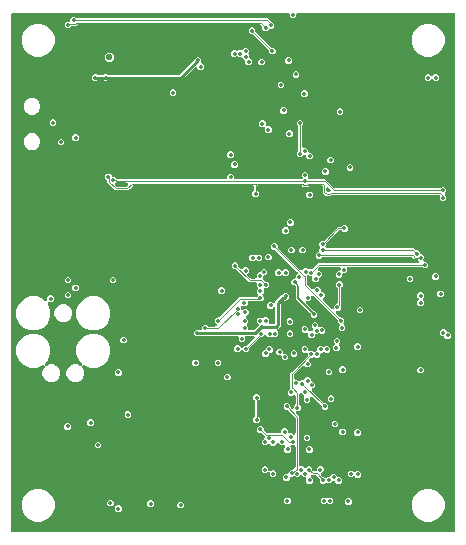
<source format=gbr>
G04 EAGLE Gerber RS-274X export*
G75*
%MOMM*%
%FSLAX34Y34*%
%LPD*%
%INCopper Layer 2*%
%IPPOS*%
%AMOC8*
5,1,8,0,0,1.08239X$1,22.5*%
G01*
%ADD10C,0.355600*%
%ADD11C,0.254000*%
%ADD12C,0.101600*%
%ADD13C,0.127000*%
%ADD14C,0.553200*%

G36*
X377308Y2556D02*
X377308Y2556D01*
X377427Y2563D01*
X377465Y2576D01*
X377506Y2581D01*
X377616Y2624D01*
X377729Y2661D01*
X377764Y2683D01*
X377801Y2698D01*
X377897Y2767D01*
X377998Y2831D01*
X378026Y2861D01*
X378059Y2884D01*
X378135Y2976D01*
X378216Y3063D01*
X378236Y3098D01*
X378261Y3129D01*
X378312Y3237D01*
X378370Y3341D01*
X378380Y3381D01*
X378397Y3417D01*
X378419Y3534D01*
X378449Y3649D01*
X378453Y3709D01*
X378457Y3729D01*
X378455Y3750D01*
X378459Y3810D01*
X378459Y440690D01*
X378444Y440808D01*
X378437Y440927D01*
X378424Y440965D01*
X378419Y441006D01*
X378376Y441116D01*
X378339Y441229D01*
X378317Y441264D01*
X378302Y441301D01*
X378233Y441397D01*
X378169Y441498D01*
X378139Y441526D01*
X378116Y441559D01*
X378024Y441635D01*
X377937Y441716D01*
X377902Y441736D01*
X377871Y441761D01*
X377763Y441812D01*
X377659Y441870D01*
X377619Y441880D01*
X377583Y441897D01*
X377466Y441919D01*
X377351Y441949D01*
X377291Y441953D01*
X377271Y441957D01*
X377250Y441955D01*
X377190Y441959D01*
X245364Y441959D01*
X245246Y441944D01*
X245127Y441937D01*
X245089Y441924D01*
X245048Y441919D01*
X244938Y441876D01*
X244825Y441839D01*
X244790Y441817D01*
X244753Y441802D01*
X244657Y441733D01*
X244556Y441669D01*
X244528Y441639D01*
X244495Y441616D01*
X244419Y441524D01*
X244338Y441437D01*
X244318Y441402D01*
X244293Y441371D01*
X244242Y441263D01*
X244184Y441159D01*
X244174Y441119D01*
X244157Y441083D01*
X244135Y440966D01*
X244105Y440851D01*
X244101Y440791D01*
X244097Y440771D01*
X244099Y440750D01*
X244095Y440690D01*
X244095Y439024D01*
X242458Y437387D01*
X240142Y437387D01*
X238505Y439024D01*
X238505Y440690D01*
X238490Y440808D01*
X238483Y440927D01*
X238470Y440965D01*
X238465Y441006D01*
X238422Y441116D01*
X238385Y441229D01*
X238363Y441264D01*
X238348Y441301D01*
X238279Y441397D01*
X238215Y441498D01*
X238185Y441526D01*
X238162Y441559D01*
X238070Y441635D01*
X237983Y441716D01*
X237948Y441736D01*
X237917Y441761D01*
X237809Y441812D01*
X237705Y441870D01*
X237665Y441880D01*
X237629Y441897D01*
X237512Y441919D01*
X237397Y441949D01*
X237337Y441953D01*
X237317Y441957D01*
X237296Y441955D01*
X237236Y441959D01*
X3810Y441959D01*
X3692Y441944D01*
X3573Y441937D01*
X3535Y441924D01*
X3494Y441919D01*
X3384Y441876D01*
X3271Y441839D01*
X3236Y441817D01*
X3199Y441802D01*
X3103Y441733D01*
X3002Y441669D01*
X2974Y441639D01*
X2941Y441616D01*
X2865Y441524D01*
X2784Y441437D01*
X2764Y441402D01*
X2739Y441371D01*
X2688Y441263D01*
X2630Y441159D01*
X2620Y441119D01*
X2603Y441083D01*
X2581Y440966D01*
X2551Y440851D01*
X2547Y440791D01*
X2543Y440771D01*
X2545Y440750D01*
X2541Y440690D01*
X2541Y3810D01*
X2556Y3692D01*
X2563Y3573D01*
X2576Y3535D01*
X2581Y3494D01*
X2624Y3384D01*
X2661Y3271D01*
X2683Y3236D01*
X2698Y3199D01*
X2767Y3103D01*
X2831Y3002D01*
X2861Y2974D01*
X2884Y2941D01*
X2976Y2865D01*
X3063Y2784D01*
X3098Y2764D01*
X3129Y2739D01*
X3237Y2688D01*
X3341Y2630D01*
X3381Y2620D01*
X3417Y2603D01*
X3534Y2581D01*
X3649Y2551D01*
X3709Y2547D01*
X3729Y2543D01*
X3750Y2545D01*
X3810Y2541D01*
X377190Y2541D01*
X377308Y2556D01*
G37*
%LPC*%
G36*
X281544Y172719D02*
X281544Y172719D01*
X279907Y174356D01*
X279907Y176672D01*
X280392Y177156D01*
X280465Y177250D01*
X280544Y177340D01*
X280562Y177376D01*
X280587Y177408D01*
X280634Y177517D01*
X280689Y177623D01*
X280697Y177662D01*
X280713Y177700D01*
X280732Y177817D01*
X280758Y177933D01*
X280757Y177974D01*
X280763Y178014D01*
X280752Y178132D01*
X280749Y178251D01*
X280737Y178290D01*
X280733Y178330D01*
X280693Y178442D01*
X280660Y178557D01*
X280640Y178592D01*
X280626Y178630D01*
X280559Y178728D01*
X280499Y178831D01*
X280459Y178876D01*
X280447Y178893D01*
X280432Y178906D01*
X280392Y178951D01*
X279145Y180198D01*
X279145Y181469D01*
X279133Y181567D01*
X279130Y181666D01*
X279113Y181724D01*
X279105Y181784D01*
X279069Y181876D01*
X279041Y181971D01*
X279011Y182024D01*
X278988Y182080D01*
X278930Y182160D01*
X278880Y182245D01*
X278814Y182321D01*
X278802Y182337D01*
X278792Y182345D01*
X278774Y182366D01*
X258832Y202307D01*
X258723Y202392D01*
X258616Y202481D01*
X258597Y202490D01*
X258581Y202502D01*
X258453Y202558D01*
X258328Y202617D01*
X258308Y202620D01*
X258289Y202629D01*
X258151Y202650D01*
X258015Y202676D01*
X257995Y202675D01*
X257975Y202678D01*
X257836Y202665D01*
X257698Y202657D01*
X257679Y202650D01*
X257659Y202649D01*
X257527Y202601D01*
X257396Y202559D01*
X257378Y202548D01*
X257359Y202541D01*
X257244Y202463D01*
X257127Y202388D01*
X257113Y202374D01*
X257096Y202362D01*
X257004Y202258D01*
X256909Y202157D01*
X256899Y202139D01*
X256886Y202124D01*
X256822Y202000D01*
X256755Y201878D01*
X256750Y201859D01*
X256741Y201841D01*
X256711Y201705D01*
X256676Y201570D01*
X256674Y201542D01*
X256671Y201530D01*
X256672Y201510D01*
X256666Y201410D01*
X256666Y199910D01*
X255029Y198273D01*
X253151Y198273D01*
X253013Y198256D01*
X252875Y198243D01*
X252855Y198236D01*
X252835Y198233D01*
X252706Y198182D01*
X252575Y198135D01*
X252558Y198124D01*
X252540Y198116D01*
X252427Y198035D01*
X252312Y197957D01*
X252299Y197941D01*
X252282Y197930D01*
X252193Y197822D01*
X252102Y197718D01*
X252092Y197700D01*
X252079Y197685D01*
X252020Y197559D01*
X251957Y197435D01*
X251953Y197415D01*
X251944Y197397D01*
X251918Y197261D01*
X251887Y197125D01*
X251888Y197104D01*
X251884Y197085D01*
X251893Y196946D01*
X251897Y196807D01*
X251903Y196787D01*
X251904Y196767D01*
X251947Y196635D01*
X251985Y196501D01*
X251996Y196484D01*
X252002Y196465D01*
X252077Y196347D01*
X252147Y196227D01*
X252166Y196206D01*
X252172Y196196D01*
X252187Y196182D01*
X252253Y196107D01*
X258249Y190110D01*
X258328Y190050D01*
X258400Y189982D01*
X258453Y189953D01*
X258501Y189916D01*
X258592Y189876D01*
X258678Y189828D01*
X258737Y189813D01*
X258793Y189789D01*
X258891Y189774D01*
X258986Y189749D01*
X259086Y189743D01*
X259107Y189739D01*
X259119Y189741D01*
X259147Y189739D01*
X260238Y189739D01*
X261875Y188102D01*
X261875Y185786D01*
X260238Y184149D01*
X257922Y184149D01*
X256285Y185786D01*
X256285Y186877D01*
X256273Y186975D01*
X256270Y187074D01*
X256253Y187133D01*
X256245Y187193D01*
X256209Y187285D01*
X256181Y187380D01*
X256151Y187432D01*
X256128Y187488D01*
X256070Y187568D01*
X256020Y187654D01*
X255954Y187729D01*
X255942Y187746D01*
X255932Y187753D01*
X255914Y187775D01*
X243966Y199722D01*
X243966Y210044D01*
X243954Y210142D01*
X243951Y210241D01*
X243934Y210299D01*
X243926Y210359D01*
X243890Y210451D01*
X243862Y210546D01*
X243832Y210599D01*
X243809Y210655D01*
X243751Y210735D01*
X243701Y210820D01*
X243664Y210863D01*
X243661Y210866D01*
X243657Y210871D01*
X243635Y210896D01*
X243623Y210912D01*
X243613Y210920D01*
X243595Y210941D01*
X243580Y210956D01*
X243502Y211016D01*
X243430Y211084D01*
X243386Y211108D01*
X243378Y211115D01*
X243370Y211119D01*
X243329Y211150D01*
X243238Y211190D01*
X243151Y211238D01*
X243093Y211253D01*
X243037Y211277D01*
X242939Y211292D01*
X242843Y211317D01*
X242743Y211323D01*
X242723Y211327D01*
X242711Y211325D01*
X242683Y211327D01*
X241412Y211327D01*
X239775Y212964D01*
X239775Y215280D01*
X241412Y216917D01*
X242316Y216917D01*
X242434Y216932D01*
X242553Y216939D01*
X242591Y216952D01*
X242632Y216957D01*
X242742Y217000D01*
X242855Y217037D01*
X242890Y217059D01*
X242927Y217074D01*
X243023Y217143D01*
X243124Y217207D01*
X243152Y217237D01*
X243185Y217260D01*
X243261Y217352D01*
X243342Y217439D01*
X243362Y217474D01*
X243387Y217505D01*
X243438Y217613D01*
X243496Y217717D01*
X243506Y217757D01*
X243523Y217793D01*
X243545Y217910D01*
X243575Y218025D01*
X243579Y218085D01*
X243583Y218105D01*
X243581Y218126D01*
X243585Y218186D01*
X243585Y219598D01*
X244841Y220854D01*
X244914Y220948D01*
X244993Y221037D01*
X245011Y221073D01*
X245036Y221105D01*
X245084Y221214D01*
X245138Y221320D01*
X245146Y221359D01*
X245162Y221397D01*
X245181Y221514D01*
X245207Y221630D01*
X245206Y221671D01*
X245212Y221711D01*
X245201Y221829D01*
X245198Y221948D01*
X245186Y221987D01*
X245183Y222027D01*
X245142Y222140D01*
X245109Y222254D01*
X245089Y222289D01*
X245075Y222327D01*
X245008Y222425D01*
X244948Y222528D01*
X244908Y222573D01*
X244896Y222590D01*
X244881Y222603D01*
X244841Y222649D01*
X226308Y241182D01*
X226230Y241242D01*
X226158Y241310D01*
X226105Y241339D01*
X226057Y241376D01*
X225966Y241416D01*
X225879Y241464D01*
X225821Y241479D01*
X225765Y241503D01*
X225667Y241518D01*
X225571Y241543D01*
X225471Y241549D01*
X225451Y241553D01*
X225439Y241551D01*
X225411Y241553D01*
X224140Y241553D01*
X222503Y243190D01*
X222503Y245506D01*
X224140Y247143D01*
X226456Y247143D01*
X228093Y245506D01*
X228093Y244235D01*
X228105Y244137D01*
X228108Y244038D01*
X228125Y243980D01*
X228133Y243920D01*
X228169Y243828D01*
X228197Y243733D01*
X228227Y243680D01*
X228250Y243624D01*
X228308Y243544D01*
X228358Y243459D01*
X228424Y243383D01*
X228436Y243367D01*
X228446Y243359D01*
X228464Y243338D01*
X247505Y224297D01*
X247600Y224224D01*
X247689Y224145D01*
X247725Y224127D01*
X247757Y224102D01*
X247866Y224054D01*
X247972Y224000D01*
X248011Y223992D01*
X248049Y223976D01*
X248166Y223957D01*
X248282Y223931D01*
X248323Y223932D01*
X248363Y223926D01*
X248481Y223937D01*
X248600Y223940D01*
X248639Y223952D01*
X248679Y223955D01*
X248791Y223996D01*
X248906Y224029D01*
X248940Y224049D01*
X248979Y224063D01*
X249077Y224130D01*
X249180Y224190D01*
X249225Y224230D01*
X249242Y224242D01*
X249255Y224257D01*
X249300Y224297D01*
X250810Y225807D01*
X253126Y225807D01*
X253747Y225185D01*
X253841Y225112D01*
X253931Y225033D01*
X253967Y225015D01*
X253999Y224990D01*
X254108Y224943D01*
X254214Y224888D01*
X254253Y224880D01*
X254291Y224864D01*
X254408Y224845D01*
X254524Y224819D01*
X254565Y224820D01*
X254605Y224814D01*
X254723Y224825D01*
X254842Y224828D01*
X254881Y224840D01*
X254921Y224844D01*
X255034Y224884D01*
X255148Y224917D01*
X255182Y224937D01*
X255221Y224951D01*
X255319Y225018D01*
X255331Y225025D01*
X256653Y225025D01*
X256751Y225037D01*
X256850Y225040D01*
X256908Y225057D01*
X256968Y225065D01*
X257060Y225101D01*
X257155Y225129D01*
X257208Y225159D01*
X257264Y225182D01*
X257344Y225240D01*
X257429Y225290D01*
X257505Y225356D01*
X257521Y225368D01*
X257529Y225378D01*
X257550Y225396D01*
X262278Y230125D01*
X347059Y230125D01*
X347197Y230142D01*
X347335Y230155D01*
X347354Y230162D01*
X347374Y230165D01*
X347504Y230216D01*
X347634Y230263D01*
X347651Y230274D01*
X347670Y230282D01*
X347782Y230363D01*
X347897Y230441D01*
X347911Y230457D01*
X347927Y230468D01*
X348016Y230576D01*
X348108Y230680D01*
X348117Y230698D01*
X348130Y230713D01*
X348189Y230839D01*
X348253Y230963D01*
X348257Y230983D01*
X348266Y231001D01*
X348292Y231138D01*
X348322Y231273D01*
X348322Y231294D01*
X348325Y231313D01*
X348317Y231452D01*
X348313Y231591D01*
X348307Y231611D01*
X348306Y231631D01*
X348263Y231763D01*
X348224Y231897D01*
X348214Y231914D01*
X348208Y231933D01*
X348133Y232051D01*
X348063Y232171D01*
X348044Y232192D01*
X348037Y232202D01*
X348022Y232216D01*
X347956Y232291D01*
X347194Y233054D01*
X347116Y233114D01*
X347044Y233182D01*
X346991Y233211D01*
X346943Y233248D01*
X346852Y233288D01*
X346765Y233336D01*
X346707Y233351D01*
X346651Y233375D01*
X346553Y233390D01*
X346457Y233415D01*
X346357Y233421D01*
X346337Y233425D01*
X346325Y233423D01*
X346297Y233425D01*
X343949Y233425D01*
X342542Y234832D01*
X342464Y234892D01*
X342392Y234960D01*
X342339Y234989D01*
X342291Y235026D01*
X342200Y235066D01*
X342114Y235114D01*
X342055Y235129D01*
X341999Y235153D01*
X341901Y235168D01*
X341806Y235193D01*
X341706Y235199D01*
X341685Y235203D01*
X341673Y235201D01*
X341645Y235203D01*
X266097Y235203D01*
X265999Y235191D01*
X265900Y235188D01*
X265842Y235171D01*
X265782Y235163D01*
X265690Y235127D01*
X265595Y235099D01*
X265542Y235069D01*
X265486Y235046D01*
X265406Y234988D01*
X265321Y234938D01*
X265245Y234872D01*
X265229Y234860D01*
X265221Y234850D01*
X265200Y234832D01*
X264302Y233933D01*
X261986Y233933D01*
X260349Y235570D01*
X260349Y237886D01*
X261986Y239523D01*
X262156Y239523D01*
X262274Y239538D01*
X262393Y239545D01*
X262432Y239558D01*
X262472Y239563D01*
X262582Y239606D01*
X262696Y239643D01*
X262730Y239665D01*
X262767Y239680D01*
X262864Y239749D01*
X262964Y239813D01*
X262992Y239843D01*
X263025Y239866D01*
X263101Y239958D01*
X263182Y240045D01*
X263202Y240080D01*
X263228Y240111D01*
X263278Y240219D01*
X263336Y240323D01*
X263346Y240363D01*
X263363Y240399D01*
X263385Y240516D01*
X263415Y240631D01*
X263419Y240691D01*
X263423Y240711D01*
X263422Y240732D01*
X263425Y240792D01*
X263425Y242458D01*
X263769Y242801D01*
X263842Y242895D01*
X263921Y242985D01*
X263930Y243003D01*
X263942Y243018D01*
X263951Y243036D01*
X263964Y243053D01*
X264011Y243162D01*
X264066Y243268D01*
X264070Y243289D01*
X264078Y243305D01*
X264081Y243324D01*
X264091Y243344D01*
X264109Y243462D01*
X264135Y243578D01*
X264135Y243601D01*
X264138Y243618D01*
X264137Y243635D01*
X264140Y243659D01*
X264129Y243777D01*
X264126Y243896D01*
X264119Y243919D01*
X264118Y243935D01*
X264113Y243951D01*
X264111Y243975D01*
X264070Y244087D01*
X264037Y244202D01*
X264025Y244222D01*
X264020Y244238D01*
X264011Y244252D01*
X264003Y244274D01*
X263936Y244373D01*
X263876Y244476D01*
X263853Y244501D01*
X263850Y244506D01*
X263842Y244514D01*
X263836Y244521D01*
X263824Y244538D01*
X263809Y244551D01*
X263769Y244596D01*
X263397Y244968D01*
X263397Y247284D01*
X265034Y248921D01*
X266305Y248921D01*
X266403Y248933D01*
X266502Y248936D01*
X266560Y248953D01*
X266620Y248961D01*
X266712Y248997D01*
X266807Y249025D01*
X266860Y249055D01*
X266916Y249078D01*
X266996Y249136D01*
X267081Y249186D01*
X267157Y249252D01*
X267173Y249264D01*
X267181Y249274D01*
X267202Y249292D01*
X279022Y261113D01*
X281781Y261113D01*
X281879Y261125D01*
X281978Y261128D01*
X282036Y261145D01*
X282096Y261153D01*
X282188Y261189D01*
X282283Y261217D01*
X282336Y261247D01*
X282392Y261270D01*
X282472Y261328D01*
X282557Y261378D01*
X282633Y261444D01*
X282649Y261456D01*
X282657Y261466D01*
X282678Y261484D01*
X283576Y262383D01*
X285892Y262383D01*
X287529Y260746D01*
X287529Y258430D01*
X285892Y256793D01*
X283576Y256793D01*
X282678Y257692D01*
X282600Y257752D01*
X282528Y257820D01*
X282475Y257849D01*
X282427Y257886D01*
X282336Y257926D01*
X282249Y257974D01*
X282191Y257989D01*
X282135Y258013D01*
X282037Y258028D01*
X281941Y258053D01*
X281841Y258059D01*
X281821Y258063D01*
X281809Y258061D01*
X281781Y258063D01*
X280811Y258063D01*
X280713Y258051D01*
X280614Y258048D01*
X280556Y258031D01*
X280496Y258023D01*
X280404Y257987D01*
X280309Y257959D01*
X280256Y257929D01*
X280200Y257906D01*
X280120Y257848D01*
X280035Y257798D01*
X279959Y257732D01*
X279943Y257720D01*
X279935Y257710D01*
X279914Y257692D01*
X269358Y247136D01*
X269298Y247058D01*
X269230Y246986D01*
X269207Y246945D01*
X269185Y246917D01*
X269178Y246904D01*
X269164Y246885D01*
X269124Y246794D01*
X269076Y246707D01*
X269065Y246664D01*
X269049Y246630D01*
X269046Y246613D01*
X269037Y246593D01*
X269022Y246495D01*
X268997Y246399D01*
X268993Y246336D01*
X268989Y246317D01*
X268990Y246299D01*
X268987Y246279D01*
X268989Y246267D01*
X268987Y246239D01*
X268987Y244962D01*
X268925Y244882D01*
X268836Y244775D01*
X268827Y244756D01*
X268815Y244740D01*
X268760Y244612D01*
X268700Y244487D01*
X268697Y244467D01*
X268689Y244448D01*
X268667Y244311D01*
X268641Y244174D01*
X268642Y244154D01*
X268639Y244134D01*
X268652Y243996D01*
X268660Y243857D01*
X268667Y243838D01*
X268668Y243818D01*
X268716Y243686D01*
X268758Y243555D01*
X268769Y243538D01*
X268776Y243518D01*
X268854Y243403D01*
X268929Y243286D01*
X268943Y243272D01*
X268955Y243255D01*
X269059Y243163D01*
X269160Y243068D01*
X269178Y243058D01*
X269193Y243045D01*
X269317Y242981D01*
X269439Y242914D01*
X269458Y242909D01*
X269476Y242900D01*
X269612Y242870D01*
X269747Y242835D01*
X269775Y242833D01*
X269787Y242830D01*
X269807Y242831D01*
X269907Y242825D01*
X343532Y242825D01*
X344938Y241418D01*
X345016Y241358D01*
X345088Y241290D01*
X345141Y241261D01*
X345189Y241224D01*
X345280Y241184D01*
X345367Y241136D01*
X345425Y241121D01*
X345481Y241097D01*
X345579Y241082D01*
X345675Y241057D01*
X345775Y241051D01*
X345795Y241047D01*
X345807Y241049D01*
X345835Y241047D01*
X347106Y241047D01*
X348743Y239410D01*
X348743Y239014D01*
X348758Y238896D01*
X348765Y238777D01*
X348778Y238739D01*
X348783Y238698D01*
X348826Y238588D01*
X348863Y238475D01*
X348885Y238440D01*
X348900Y238403D01*
X348969Y238307D01*
X349033Y238206D01*
X349063Y238178D01*
X349086Y238145D01*
X349178Y238069D01*
X349265Y237988D01*
X349300Y237968D01*
X349331Y237943D01*
X349439Y237892D01*
X349543Y237834D01*
X349583Y237824D01*
X349619Y237807D01*
X349736Y237785D01*
X349851Y237755D01*
X349911Y237751D01*
X349931Y237747D01*
X349952Y237749D01*
X350012Y237745D01*
X350408Y237745D01*
X352045Y236108D01*
X352045Y233792D01*
X351814Y233562D01*
X351729Y233452D01*
X351640Y233345D01*
X351631Y233326D01*
X351619Y233310D01*
X351563Y233182D01*
X351504Y233057D01*
X351501Y233037D01*
X351493Y233018D01*
X351471Y232880D01*
X351445Y232744D01*
X351446Y232724D01*
X351443Y232704D01*
X351456Y232565D01*
X351464Y232427D01*
X351471Y232408D01*
X351472Y232388D01*
X351520Y232257D01*
X351562Y232125D01*
X351573Y232107D01*
X351580Y232088D01*
X351658Y231974D01*
X351733Y231856D01*
X351747Y231842D01*
X351759Y231825D01*
X351863Y231733D01*
X351964Y231638D01*
X351982Y231628D01*
X351997Y231615D01*
X352121Y231552D01*
X352243Y231484D01*
X352262Y231479D01*
X352280Y231470D01*
X352416Y231440D01*
X352551Y231405D01*
X352579Y231403D01*
X352591Y231400D01*
X352611Y231401D01*
X352711Y231395D01*
X354218Y231395D01*
X355855Y229758D01*
X355855Y227442D01*
X354218Y225805D01*
X351902Y225805D01*
X351004Y226704D01*
X350926Y226764D01*
X350854Y226832D01*
X350801Y226861D01*
X350753Y226898D01*
X350662Y226938D01*
X350575Y226986D01*
X350517Y227001D01*
X350461Y227025D01*
X350363Y227040D01*
X350267Y227065D01*
X350167Y227071D01*
X350147Y227075D01*
X350135Y227073D01*
X350107Y227075D01*
X288290Y227075D01*
X288172Y227060D01*
X288053Y227053D01*
X288015Y227040D01*
X287974Y227035D01*
X287864Y226992D01*
X287751Y226955D01*
X287716Y226933D01*
X287679Y226918D01*
X287583Y226849D01*
X287482Y226785D01*
X287454Y226755D01*
X287421Y226732D01*
X287345Y226640D01*
X287264Y226553D01*
X287244Y226518D01*
X287219Y226487D01*
X287168Y226379D01*
X287110Y226275D01*
X287100Y226235D01*
X287083Y226199D01*
X287061Y226082D01*
X287031Y225967D01*
X287027Y225907D01*
X287023Y225887D01*
X287025Y225866D01*
X287021Y225806D01*
X287021Y223124D01*
X285384Y221487D01*
X284226Y221487D01*
X284108Y221472D01*
X283989Y221465D01*
X283951Y221452D01*
X283910Y221447D01*
X283800Y221404D01*
X283687Y221367D01*
X283652Y221345D01*
X283615Y221330D01*
X283519Y221261D01*
X283418Y221197D01*
X283390Y221167D01*
X283357Y221144D01*
X283281Y221052D01*
X283200Y220965D01*
X283180Y220930D01*
X283155Y220899D01*
X283104Y220791D01*
X283046Y220687D01*
X283036Y220647D01*
X283019Y220611D01*
X282997Y220494D01*
X282967Y220379D01*
X282963Y220319D01*
X282959Y220299D01*
X282961Y220278D01*
X282957Y220218D01*
X282957Y219568D01*
X281320Y217931D01*
X279004Y217931D01*
X277367Y219568D01*
X277367Y221884D01*
X279004Y223521D01*
X280162Y223521D01*
X280280Y223536D01*
X280399Y223543D01*
X280437Y223556D01*
X280478Y223561D01*
X280588Y223604D01*
X280701Y223641D01*
X280736Y223663D01*
X280773Y223678D01*
X280869Y223747D01*
X280970Y223811D01*
X280998Y223841D01*
X281031Y223864D01*
X281107Y223956D01*
X281188Y224043D01*
X281208Y224078D01*
X281233Y224109D01*
X281284Y224217D01*
X281342Y224321D01*
X281352Y224361D01*
X281369Y224397D01*
X281391Y224514D01*
X281421Y224629D01*
X281425Y224689D01*
X281429Y224709D01*
X281427Y224730D01*
X281431Y224790D01*
X281431Y225806D01*
X281416Y225924D01*
X281409Y226043D01*
X281396Y226081D01*
X281391Y226122D01*
X281348Y226232D01*
X281311Y226345D01*
X281289Y226380D01*
X281274Y226417D01*
X281205Y226513D01*
X281141Y226614D01*
X281111Y226642D01*
X281088Y226675D01*
X280996Y226751D01*
X280909Y226832D01*
X280874Y226852D01*
X280843Y226877D01*
X280735Y226928D01*
X280631Y226986D01*
X280591Y226996D01*
X280555Y227013D01*
X280438Y227035D01*
X280323Y227065D01*
X280263Y227069D01*
X280243Y227073D01*
X280222Y227071D01*
X280162Y227075D01*
X264067Y227075D01*
X263969Y227063D01*
X263870Y227060D01*
X263812Y227043D01*
X263752Y227035D01*
X263660Y226999D01*
X263565Y226971D01*
X263512Y226941D01*
X263456Y226918D01*
X263376Y226860D01*
X263291Y226810D01*
X263215Y226744D01*
X263199Y226732D01*
X263191Y226722D01*
X263170Y226704D01*
X262408Y225941D01*
X262323Y225832D01*
X262234Y225725D01*
X262225Y225706D01*
X262213Y225690D01*
X262157Y225562D01*
X262098Y225437D01*
X262095Y225417D01*
X262086Y225398D01*
X262065Y225260D01*
X262039Y225124D01*
X262040Y225104D01*
X262037Y225084D01*
X262050Y224945D01*
X262058Y224807D01*
X262065Y224788D01*
X262066Y224768D01*
X262114Y224637D01*
X262156Y224505D01*
X262167Y224487D01*
X262174Y224468D01*
X262252Y224354D01*
X262327Y224236D01*
X262341Y224222D01*
X262353Y224205D01*
X262457Y224113D01*
X262558Y224018D01*
X262576Y224008D01*
X262591Y223995D01*
X262715Y223932D01*
X262837Y223864D01*
X262856Y223859D01*
X262874Y223850D01*
X263010Y223820D01*
X263145Y223785D01*
X263173Y223783D01*
X263185Y223780D01*
X263205Y223781D01*
X263305Y223775D01*
X264302Y223775D01*
X265939Y222138D01*
X265939Y219822D01*
X264286Y218170D01*
X264177Y218163D01*
X264139Y218150D01*
X264098Y218145D01*
X263988Y218102D01*
X263875Y218065D01*
X263840Y218043D01*
X263803Y218028D01*
X263707Y217959D01*
X263606Y217895D01*
X263578Y217865D01*
X263545Y217842D01*
X263469Y217750D01*
X263388Y217663D01*
X263368Y217628D01*
X263343Y217597D01*
X263292Y217489D01*
X263234Y217385D01*
X263224Y217345D01*
X263207Y217309D01*
X263185Y217192D01*
X263155Y217077D01*
X263151Y217016D01*
X263147Y216997D01*
X263149Y216976D01*
X263145Y216916D01*
X263145Y216012D01*
X261508Y214375D01*
X259192Y214375D01*
X257555Y216012D01*
X257555Y218166D01*
X257540Y218284D01*
X257533Y218403D01*
X257520Y218441D01*
X257515Y218482D01*
X257472Y218592D01*
X257435Y218705D01*
X257413Y218740D01*
X257398Y218777D01*
X257329Y218873D01*
X257265Y218974D01*
X257235Y219002D01*
X257212Y219035D01*
X257120Y219111D01*
X257033Y219192D01*
X256998Y219212D01*
X256967Y219237D01*
X256859Y219288D01*
X256755Y219346D01*
X256715Y219356D01*
X256679Y219373D01*
X256562Y219395D01*
X256447Y219425D01*
X256387Y219429D01*
X256367Y219433D01*
X256346Y219431D01*
X256286Y219435D01*
X255382Y219435D01*
X254897Y219920D01*
X254788Y220005D01*
X254681Y220094D01*
X254662Y220103D01*
X254646Y220115D01*
X254518Y220170D01*
X254393Y220230D01*
X254373Y220233D01*
X254354Y220241D01*
X254216Y220263D01*
X254080Y220289D01*
X254060Y220288D01*
X254040Y220291D01*
X253901Y220278D01*
X253763Y220270D01*
X253744Y220263D01*
X253724Y220262D01*
X253593Y220214D01*
X253461Y220172D01*
X253443Y220161D01*
X253424Y220154D01*
X253310Y220076D01*
X253192Y220001D01*
X253178Y219987D01*
X253161Y219975D01*
X253069Y219871D01*
X252974Y219770D01*
X252964Y219752D01*
X252951Y219737D01*
X252888Y219613D01*
X252820Y219491D01*
X252815Y219472D01*
X252806Y219454D01*
X252776Y219318D01*
X252741Y219183D01*
X252739Y219155D01*
X252736Y219143D01*
X252737Y219123D01*
X252731Y219023D01*
X252731Y213247D01*
X252743Y213149D01*
X252746Y213050D01*
X252763Y212992D01*
X252771Y212932D01*
X252807Y212840D01*
X252835Y212745D01*
X252861Y212699D01*
X252862Y212697D01*
X252866Y212691D01*
X252888Y212636D01*
X252946Y212556D01*
X252996Y212471D01*
X253029Y212433D01*
X253032Y212428D01*
X253039Y212421D01*
X253062Y212395D01*
X253074Y212379D01*
X253084Y212371D01*
X253102Y212350D01*
X257157Y208295D01*
X257252Y208222D01*
X257341Y208143D01*
X257377Y208125D01*
X257409Y208100D01*
X257518Y208052D01*
X257624Y207998D01*
X257663Y207990D01*
X257701Y207974D01*
X257818Y207955D01*
X257934Y207929D01*
X257975Y207930D01*
X258015Y207924D01*
X258133Y207935D01*
X258252Y207938D01*
X258291Y207950D01*
X258331Y207953D01*
X258443Y207994D01*
X258558Y208027D01*
X258592Y208047D01*
X258631Y208061D01*
X258729Y208128D01*
X258832Y208188D01*
X258877Y208228D01*
X258894Y208240D01*
X258907Y208255D01*
X258952Y208295D01*
X260716Y210059D01*
X263032Y210059D01*
X264669Y208422D01*
X264669Y207010D01*
X264684Y206892D01*
X264691Y206773D01*
X264704Y206735D01*
X264709Y206694D01*
X264753Y206583D01*
X264789Y206471D01*
X264811Y206436D01*
X264826Y206399D01*
X264895Y206303D01*
X264959Y206202D01*
X264989Y206174D01*
X265012Y206141D01*
X265104Y206065D01*
X265191Y205984D01*
X265226Y205964D01*
X265257Y205939D01*
X265365Y205888D01*
X265469Y205830D01*
X265509Y205820D01*
X265545Y205803D01*
X265662Y205781D01*
X265777Y205751D01*
X265837Y205747D01*
X265857Y205743D01*
X265878Y205745D01*
X265938Y205741D01*
X266334Y205741D01*
X267971Y204104D01*
X267971Y201788D01*
X266715Y200532D01*
X266642Y200438D01*
X266563Y200349D01*
X266545Y200313D01*
X266520Y200281D01*
X266473Y200172D01*
X266418Y200066D01*
X266410Y200027D01*
X266394Y199989D01*
X266375Y199872D01*
X266349Y199756D01*
X266350Y199715D01*
X266344Y199675D01*
X266355Y199557D01*
X266358Y199438D01*
X266370Y199399D01*
X266373Y199359D01*
X266414Y199246D01*
X266447Y199132D01*
X266467Y199097D01*
X266481Y199059D01*
X266548Y198961D01*
X266608Y198858D01*
X266648Y198813D01*
X266660Y198796D01*
X266675Y198783D01*
X266715Y198737D01*
X273677Y191776D01*
X273786Y191691D01*
X273893Y191602D01*
X273912Y191593D01*
X273928Y191581D01*
X274056Y191525D01*
X274181Y191466D01*
X274201Y191463D01*
X274220Y191454D01*
X274358Y191433D01*
X274494Y191407D01*
X274514Y191408D01*
X274534Y191405D01*
X274673Y191418D01*
X274811Y191426D01*
X274830Y191433D01*
X274850Y191434D01*
X274982Y191482D01*
X275113Y191524D01*
X275131Y191535D01*
X275150Y191542D01*
X275265Y191620D01*
X275382Y191695D01*
X275396Y191709D01*
X275413Y191721D01*
X275505Y191825D01*
X275600Y191926D01*
X275610Y191944D01*
X275623Y191959D01*
X275687Y192083D01*
X275754Y192205D01*
X275759Y192224D01*
X275768Y192242D01*
X275798Y192378D01*
X275833Y192513D01*
X275835Y192541D01*
X275838Y192553D01*
X275837Y192573D01*
X275843Y192673D01*
X275843Y193944D01*
X277480Y195581D01*
X277622Y195581D01*
X277740Y195596D01*
X277859Y195603D01*
X277897Y195616D01*
X277938Y195621D01*
X278048Y195664D01*
X278161Y195701D01*
X278196Y195723D01*
X278233Y195738D01*
X278329Y195807D01*
X278430Y195871D01*
X278458Y195901D01*
X278491Y195924D01*
X278567Y196016D01*
X278648Y196103D01*
X278668Y196138D01*
X278693Y196169D01*
X278744Y196277D01*
X278802Y196381D01*
X278812Y196421D01*
X278829Y196457D01*
X278851Y196574D01*
X278881Y196689D01*
X278885Y196749D01*
X278889Y196769D01*
X278887Y196790D01*
X278891Y196850D01*
X278891Y209137D01*
X278879Y209235D01*
X278876Y209334D01*
X278859Y209392D01*
X278851Y209452D01*
X278815Y209544D01*
X278787Y209639D01*
X278757Y209692D01*
X278734Y209748D01*
X278676Y209828D01*
X278626Y209913D01*
X278560Y209989D01*
X278548Y210005D01*
X278538Y210013D01*
X278520Y210034D01*
X277621Y210932D01*
X277621Y213248D01*
X279258Y214885D01*
X281574Y214885D01*
X283211Y213248D01*
X283211Y210932D01*
X282312Y210034D01*
X282252Y209956D01*
X282184Y209884D01*
X282155Y209831D01*
X282118Y209783D01*
X282078Y209692D01*
X282030Y209605D01*
X282015Y209547D01*
X281991Y209491D01*
X281976Y209393D01*
X281951Y209297D01*
X281945Y209197D01*
X281941Y209177D01*
X281943Y209165D01*
X281941Y209137D01*
X281941Y193932D01*
X281804Y193796D01*
X281744Y193718D01*
X281676Y193646D01*
X281647Y193593D01*
X281610Y193545D01*
X281570Y193454D01*
X281522Y193367D01*
X281507Y193309D01*
X281483Y193253D01*
X281468Y193155D01*
X281443Y193059D01*
X281437Y192959D01*
X281433Y192939D01*
X281435Y192927D01*
X281433Y192899D01*
X281433Y191628D01*
X279796Y189991D01*
X278525Y189991D01*
X278388Y189974D01*
X278249Y189961D01*
X278230Y189954D01*
X278210Y189951D01*
X278081Y189900D01*
X277950Y189853D01*
X277933Y189842D01*
X277914Y189834D01*
X277802Y189753D01*
X277686Y189675D01*
X277673Y189659D01*
X277657Y189648D01*
X277568Y189540D01*
X277476Y189436D01*
X277467Y189418D01*
X277454Y189403D01*
X277395Y189277D01*
X277331Y189153D01*
X277327Y189133D01*
X277318Y189115D01*
X277292Y188979D01*
X277262Y188843D01*
X277262Y188822D01*
X277259Y188803D01*
X277267Y188664D01*
X277271Y188525D01*
X277277Y188505D01*
X277278Y188485D01*
X277321Y188353D01*
X277360Y188219D01*
X277370Y188202D01*
X277376Y188183D01*
X277451Y188065D01*
X277521Y187945D01*
X277540Y187924D01*
X277547Y187914D01*
X277562Y187900D01*
X277628Y187825D01*
X280930Y184522D01*
X281008Y184462D01*
X281080Y184394D01*
X281133Y184365D01*
X281181Y184328D01*
X281272Y184288D01*
X281359Y184240D01*
X281417Y184225D01*
X281473Y184201D01*
X281571Y184186D01*
X281667Y184161D01*
X281767Y184155D01*
X281787Y184151D01*
X281799Y184153D01*
X281827Y184151D01*
X283098Y184151D01*
X284735Y182514D01*
X284735Y180198D01*
X284250Y179713D01*
X284177Y179619D01*
X284098Y179530D01*
X284080Y179494D01*
X284055Y179462D01*
X284008Y179353D01*
X283953Y179247D01*
X283945Y179208D01*
X283929Y179170D01*
X283910Y179053D01*
X283884Y178937D01*
X283885Y178896D01*
X283879Y178856D01*
X283890Y178738D01*
X283893Y178619D01*
X283905Y178580D01*
X283909Y178540D01*
X283949Y178428D01*
X283982Y178313D01*
X284002Y178278D01*
X284016Y178240D01*
X284083Y178142D01*
X284143Y178039D01*
X284183Y177994D01*
X284195Y177977D01*
X284210Y177964D01*
X284250Y177918D01*
X285497Y176672D01*
X285497Y174356D01*
X283860Y172719D01*
X281544Y172719D01*
G37*
%LPD*%
%LPC*%
G36*
X367142Y282701D02*
X367142Y282701D01*
X365505Y284338D01*
X365505Y286766D01*
X365490Y286884D01*
X365483Y287003D01*
X365470Y287041D01*
X365465Y287082D01*
X365422Y287192D01*
X365385Y287305D01*
X365363Y287340D01*
X365348Y287377D01*
X365279Y287473D01*
X365215Y287574D01*
X365185Y287602D01*
X365162Y287635D01*
X365070Y287711D01*
X364983Y287792D01*
X364948Y287812D01*
X364917Y287837D01*
X364809Y287888D01*
X364705Y287946D01*
X364665Y287956D01*
X364629Y287973D01*
X364512Y287995D01*
X364397Y288025D01*
X364337Y288029D01*
X364317Y288033D01*
X364296Y288031D01*
X364236Y288035D01*
X274686Y288035D01*
X274588Y288023D01*
X274489Y288020D01*
X274431Y288003D01*
X274371Y287995D01*
X274278Y287959D01*
X274183Y287931D01*
X274131Y287901D01*
X274075Y287878D01*
X273995Y287820D01*
X273909Y287770D01*
X273834Y287704D01*
X273818Y287692D01*
X273810Y287682D01*
X273789Y287664D01*
X273144Y287019D01*
X269146Y287019D01*
X266318Y289847D01*
X266318Y294770D01*
X266303Y294888D01*
X266296Y295007D01*
X266283Y295045D01*
X266278Y295086D01*
X266235Y295196D01*
X266198Y295309D01*
X266176Y295344D01*
X266161Y295381D01*
X266092Y295477D01*
X266028Y295578D01*
X265998Y295606D01*
X265975Y295639D01*
X265883Y295715D01*
X265796Y295796D01*
X265761Y295816D01*
X265730Y295841D01*
X265622Y295892D01*
X265518Y295950D01*
X265478Y295960D01*
X265442Y295977D01*
X265325Y295999D01*
X265210Y296029D01*
X265150Y296033D01*
X265130Y296037D01*
X265109Y296035D01*
X265049Y296039D01*
X255587Y296039D01*
X255489Y296027D01*
X255390Y296024D01*
X255332Y296007D01*
X255272Y295999D01*
X255179Y295963D01*
X255084Y295935D01*
X255032Y295905D01*
X254976Y295882D01*
X254896Y295824D01*
X254810Y295774D01*
X254735Y295708D01*
X254719Y295696D01*
X254711Y295686D01*
X254690Y295668D01*
X253791Y294769D01*
X249793Y294769D01*
X248894Y295668D01*
X248816Y295728D01*
X248744Y295796D01*
X248691Y295825D01*
X248643Y295862D01*
X248552Y295902D01*
X248466Y295950D01*
X248407Y295965D01*
X248351Y295989D01*
X248253Y296004D01*
X248158Y296029D01*
X248058Y296035D01*
X248037Y296039D01*
X248025Y296037D01*
X247997Y296039D01*
X212344Y296039D01*
X212226Y296024D01*
X212107Y296017D01*
X212069Y296004D01*
X212028Y295999D01*
X211918Y295956D01*
X211805Y295919D01*
X211770Y295897D01*
X211733Y295882D01*
X211637Y295813D01*
X211536Y295749D01*
X211508Y295719D01*
X211475Y295696D01*
X211399Y295604D01*
X211318Y295517D01*
X211298Y295482D01*
X211273Y295451D01*
X211222Y295343D01*
X211164Y295239D01*
X211154Y295199D01*
X211137Y295163D01*
X211115Y295046D01*
X211085Y294931D01*
X211081Y294871D01*
X211077Y294851D01*
X211079Y294830D01*
X211075Y294770D01*
X211075Y292005D01*
X211087Y291907D01*
X211090Y291808D01*
X211107Y291750D01*
X211115Y291690D01*
X211151Y291598D01*
X211179Y291503D01*
X211209Y291450D01*
X211232Y291394D01*
X211290Y291314D01*
X211340Y291229D01*
X211406Y291153D01*
X211418Y291137D01*
X211428Y291129D01*
X211446Y291108D01*
X212345Y290210D01*
X212345Y287894D01*
X210708Y286257D01*
X208392Y286257D01*
X206755Y287894D01*
X206755Y290210D01*
X207654Y291108D01*
X207714Y291186D01*
X207782Y291258D01*
X207811Y291311D01*
X207848Y291359D01*
X207888Y291450D01*
X207936Y291537D01*
X207951Y291595D01*
X207975Y291651D01*
X207990Y291749D01*
X208015Y291845D01*
X208021Y291945D01*
X208025Y291965D01*
X208023Y291977D01*
X208025Y292005D01*
X208025Y294770D01*
X208010Y294888D01*
X208003Y295007D01*
X207990Y295045D01*
X207985Y295086D01*
X207942Y295196D01*
X207905Y295309D01*
X207883Y295344D01*
X207868Y295381D01*
X207799Y295477D01*
X207735Y295578D01*
X207705Y295606D01*
X207682Y295639D01*
X207590Y295715D01*
X207503Y295796D01*
X207468Y295816D01*
X207437Y295841D01*
X207329Y295892D01*
X207225Y295950D01*
X207185Y295960D01*
X207149Y295977D01*
X207032Y295999D01*
X206917Y296029D01*
X206857Y296033D01*
X206837Y296037D01*
X206816Y296035D01*
X206756Y296039D01*
X106287Y296039D01*
X106189Y296027D01*
X106090Y296024D01*
X106032Y296007D01*
X105972Y295999D01*
X105879Y295963D01*
X105784Y295935D01*
X105732Y295905D01*
X105676Y295882D01*
X105596Y295824D01*
X105510Y295774D01*
X105435Y295708D01*
X105419Y295696D01*
X105411Y295686D01*
X105390Y295668D01*
X102893Y293171D01*
X101628Y291906D01*
X90448Y291906D01*
X84073Y298281D01*
X84073Y299561D01*
X84061Y299659D01*
X84058Y299758D01*
X84051Y299782D01*
X84050Y299786D01*
X84041Y299816D01*
X84033Y299876D01*
X83997Y299968D01*
X83969Y300063D01*
X83939Y300116D01*
X83916Y300172D01*
X83858Y300252D01*
X83808Y300337D01*
X83742Y300413D01*
X83730Y300429D01*
X83720Y300437D01*
X83702Y300458D01*
X82041Y302118D01*
X82041Y304434D01*
X83678Y306071D01*
X85994Y306071D01*
X87631Y304434D01*
X87631Y304344D01*
X87646Y304226D01*
X87653Y304107D01*
X87666Y304069D01*
X87671Y304028D01*
X87714Y303918D01*
X87751Y303805D01*
X87773Y303770D01*
X87788Y303733D01*
X87857Y303637D01*
X87921Y303536D01*
X87951Y303508D01*
X87974Y303475D01*
X88066Y303399D01*
X88153Y303318D01*
X88188Y303298D01*
X88219Y303273D01*
X88327Y303222D01*
X88431Y303164D01*
X88471Y303154D01*
X88507Y303137D01*
X88624Y303115D01*
X88739Y303085D01*
X88799Y303081D01*
X88819Y303077D01*
X88840Y303079D01*
X88900Y303075D01*
X90058Y303075D01*
X90956Y302176D01*
X91034Y302116D01*
X91106Y302048D01*
X91159Y302019D01*
X91207Y301982D01*
X91298Y301942D01*
X91385Y301894D01*
X91443Y301879D01*
X91499Y301855D01*
X91597Y301840D01*
X91693Y301815D01*
X91793Y301809D01*
X91813Y301805D01*
X91825Y301807D01*
X91853Y301805D01*
X92041Y301805D01*
X92043Y301803D01*
X92096Y301774D01*
X92144Y301737D01*
X92235Y301697D01*
X92322Y301650D01*
X92380Y301634D01*
X92436Y301610D01*
X92534Y301595D01*
X92630Y301570D01*
X92730Y301564D01*
X92750Y301560D01*
X92762Y301562D01*
X92790Y301560D01*
X101628Y301560D01*
X101696Y301492D01*
X101774Y301432D01*
X101846Y301364D01*
X101899Y301335D01*
X101947Y301298D01*
X102038Y301258D01*
X102125Y301210D01*
X102183Y301195D01*
X102239Y301171D01*
X102337Y301156D01*
X102433Y301131D01*
X102533Y301125D01*
X102553Y301121D01*
X102565Y301123D01*
X102593Y301121D01*
X184404Y301121D01*
X184522Y301136D01*
X184641Y301143D01*
X184679Y301156D01*
X184720Y301161D01*
X184830Y301204D01*
X184943Y301241D01*
X184978Y301263D01*
X185015Y301278D01*
X185111Y301347D01*
X185212Y301411D01*
X185240Y301441D01*
X185273Y301464D01*
X185349Y301556D01*
X185430Y301643D01*
X185450Y301678D01*
X185475Y301709D01*
X185526Y301817D01*
X185584Y301921D01*
X185594Y301961D01*
X185611Y301997D01*
X185633Y302114D01*
X185663Y302229D01*
X185667Y302289D01*
X185671Y302309D01*
X185669Y302330D01*
X185673Y302390D01*
X185673Y304180D01*
X187310Y305817D01*
X189626Y305817D01*
X191263Y304180D01*
X191263Y302390D01*
X191278Y302272D01*
X191285Y302153D01*
X191298Y302115D01*
X191303Y302074D01*
X191346Y301964D01*
X191383Y301851D01*
X191405Y301816D01*
X191420Y301779D01*
X191489Y301683D01*
X191553Y301582D01*
X191583Y301554D01*
X191606Y301521D01*
X191698Y301445D01*
X191785Y301364D01*
X191820Y301344D01*
X191851Y301319D01*
X191959Y301268D01*
X192063Y301210D01*
X192103Y301200D01*
X192139Y301183D01*
X192256Y301161D01*
X192371Y301131D01*
X192431Y301127D01*
X192451Y301123D01*
X192472Y301125D01*
X192532Y301121D01*
X248123Y301121D01*
X248261Y301138D01*
X248399Y301151D01*
X248418Y301158D01*
X248438Y301161D01*
X248568Y301212D01*
X248698Y301259D01*
X248715Y301270D01*
X248734Y301278D01*
X248846Y301359D01*
X248961Y301437D01*
X248975Y301453D01*
X248991Y301464D01*
X249080Y301572D01*
X249172Y301676D01*
X249181Y301694D01*
X249194Y301709D01*
X249253Y301835D01*
X249317Y301959D01*
X249321Y301979D01*
X249330Y301997D01*
X249356Y302134D01*
X249386Y302269D01*
X249386Y302290D01*
X249389Y302309D01*
X249381Y302448D01*
X249377Y302587D01*
X249371Y302607D01*
X249370Y302627D01*
X249327Y302759D01*
X249288Y302893D01*
X249278Y302910D01*
X249272Y302929D01*
X249197Y303047D01*
X249127Y303167D01*
X249108Y303188D01*
X249101Y303198D01*
X249086Y303212D01*
X249020Y303287D01*
X248665Y303642D01*
X248665Y305958D01*
X250302Y307595D01*
X252618Y307595D01*
X254255Y305958D01*
X254255Y303642D01*
X253900Y303287D01*
X253815Y303178D01*
X253726Y303071D01*
X253717Y303052D01*
X253705Y303036D01*
X253649Y302908D01*
X253590Y302783D01*
X253587Y302763D01*
X253579Y302744D01*
X253557Y302606D01*
X253531Y302470D01*
X253532Y302450D01*
X253529Y302430D01*
X253542Y302291D01*
X253550Y302153D01*
X253557Y302134D01*
X253558Y302114D01*
X253606Y301983D01*
X253648Y301851D01*
X253659Y301833D01*
X253666Y301814D01*
X253744Y301700D01*
X253819Y301582D01*
X253833Y301568D01*
X253845Y301551D01*
X253949Y301459D01*
X254050Y301364D01*
X254068Y301354D01*
X254083Y301341D01*
X254207Y301278D01*
X254329Y301210D01*
X254348Y301205D01*
X254366Y301196D01*
X254502Y301166D01*
X254637Y301131D01*
X254665Y301129D01*
X254677Y301126D01*
X254697Y301127D01*
X254797Y301121D01*
X268696Y301121D01*
X275821Y293996D01*
X275899Y293936D01*
X275971Y293868D01*
X276024Y293839D01*
X276072Y293802D01*
X276163Y293762D01*
X276249Y293714D01*
X276308Y293699D01*
X276364Y293675D01*
X276462Y293660D01*
X276557Y293635D01*
X276657Y293629D01*
X276678Y293625D01*
X276690Y293627D01*
X276718Y293625D01*
X365347Y293625D01*
X365445Y293637D01*
X365544Y293640D01*
X365602Y293657D01*
X365662Y293665D01*
X365754Y293701D01*
X365849Y293729D01*
X365902Y293759D01*
X365958Y293782D01*
X366038Y293840D01*
X366123Y293890D01*
X366199Y293956D01*
X366215Y293968D01*
X366223Y293978D01*
X366244Y293996D01*
X367142Y294895D01*
X369458Y294895D01*
X371095Y293258D01*
X371095Y290942D01*
X369848Y289695D01*
X369775Y289601D01*
X369696Y289512D01*
X369678Y289476D01*
X369653Y289444D01*
X369606Y289335D01*
X369551Y289229D01*
X369543Y289190D01*
X369527Y289152D01*
X369508Y289035D01*
X369482Y288919D01*
X369483Y288878D01*
X369477Y288838D01*
X369488Y288720D01*
X369491Y288601D01*
X369503Y288562D01*
X369507Y288522D01*
X369547Y288410D01*
X369580Y288295D01*
X369600Y288260D01*
X369614Y288222D01*
X369681Y288124D01*
X369741Y288021D01*
X369781Y287976D01*
X369793Y287959D01*
X369808Y287946D01*
X369848Y287900D01*
X371095Y286654D01*
X371095Y284338D01*
X369458Y282701D01*
X367142Y282701D01*
G37*
%LPD*%
%LPC*%
G36*
X200264Y154685D02*
X200264Y154685D01*
X198636Y156313D01*
X198542Y156386D01*
X198453Y156465D01*
X198417Y156483D01*
X198385Y156508D01*
X198276Y156555D01*
X198170Y156610D01*
X198131Y156618D01*
X198093Y156634D01*
X197976Y156653D01*
X197860Y156679D01*
X197819Y156678D01*
X197779Y156684D01*
X197661Y156673D01*
X197542Y156670D01*
X197503Y156658D01*
X197463Y156654D01*
X197351Y156614D01*
X197236Y156581D01*
X197201Y156561D01*
X197163Y156547D01*
X197065Y156480D01*
X196962Y156420D01*
X196917Y156380D01*
X196900Y156368D01*
X196887Y156353D01*
X196841Y156313D01*
X195468Y154939D01*
X193152Y154939D01*
X191515Y156576D01*
X191515Y158892D01*
X193152Y160529D01*
X195468Y160529D01*
X197095Y158901D01*
X197190Y158828D01*
X197279Y158749D01*
X197315Y158731D01*
X197347Y158706D01*
X197456Y158659D01*
X197562Y158604D01*
X197601Y158596D01*
X197639Y158580D01*
X197756Y158561D01*
X197872Y158535D01*
X197913Y158536D01*
X197953Y158530D01*
X198071Y158541D01*
X198190Y158544D01*
X198229Y158556D01*
X198269Y158560D01*
X198382Y158600D01*
X198496Y158633D01*
X198530Y158653D01*
X198569Y158667D01*
X198667Y158734D01*
X198770Y158794D01*
X198815Y158834D01*
X198832Y158846D01*
X198845Y158861D01*
X198890Y158901D01*
X200264Y160275D01*
X201535Y160275D01*
X201633Y160287D01*
X201732Y160290D01*
X201790Y160307D01*
X201850Y160315D01*
X201942Y160351D01*
X202037Y160379D01*
X202090Y160409D01*
X202146Y160432D01*
X202226Y160490D01*
X202311Y160540D01*
X202387Y160606D01*
X202403Y160618D01*
X202411Y160628D01*
X202432Y160646D01*
X208274Y166489D01*
X208359Y166598D01*
X208448Y166705D01*
X208457Y166724D01*
X208469Y166740D01*
X208525Y166868D01*
X208584Y166993D01*
X208587Y167013D01*
X208596Y167032D01*
X208617Y167170D01*
X208643Y167306D01*
X208642Y167326D01*
X208645Y167346D01*
X208632Y167485D01*
X208624Y167623D01*
X208617Y167642D01*
X208616Y167662D01*
X208568Y167794D01*
X208526Y167925D01*
X208515Y167943D01*
X208508Y167962D01*
X208430Y168077D01*
X208355Y168194D01*
X208341Y168208D01*
X208329Y168225D01*
X208225Y168317D01*
X208124Y168412D01*
X208106Y168422D01*
X208091Y168435D01*
X207967Y168499D01*
X207845Y168566D01*
X207826Y168571D01*
X207808Y168580D01*
X207672Y168610D01*
X207537Y168645D01*
X207509Y168647D01*
X207497Y168650D01*
X207477Y168649D01*
X207377Y168655D01*
X201930Y168655D01*
X201812Y168640D01*
X201693Y168633D01*
X201655Y168620D01*
X201614Y168615D01*
X201504Y168572D01*
X201391Y168535D01*
X201356Y168513D01*
X201319Y168498D01*
X201223Y168429D01*
X201122Y168365D01*
X201094Y168335D01*
X201061Y168312D01*
X200985Y168220D01*
X200904Y168133D01*
X200884Y168098D01*
X200859Y168067D01*
X200808Y167959D01*
X200750Y167855D01*
X200740Y167815D01*
X200723Y167779D01*
X200701Y167662D01*
X200671Y167547D01*
X200667Y167487D01*
X200663Y167467D01*
X200665Y167446D01*
X200661Y167386D01*
X200661Y164958D01*
X199024Y163321D01*
X196708Y163321D01*
X195071Y164958D01*
X195071Y167386D01*
X195056Y167504D01*
X195049Y167623D01*
X195036Y167661D01*
X195031Y167702D01*
X194988Y167812D01*
X194951Y167925D01*
X194929Y167960D01*
X194914Y167997D01*
X194845Y168093D01*
X194781Y168194D01*
X194751Y168222D01*
X194728Y168255D01*
X194636Y168331D01*
X194549Y168412D01*
X194514Y168432D01*
X194483Y168457D01*
X194375Y168508D01*
X194271Y168566D01*
X194231Y168576D01*
X194195Y168593D01*
X194078Y168615D01*
X193963Y168645D01*
X193903Y168649D01*
X193883Y168653D01*
X193862Y168651D01*
X193802Y168655D01*
X162211Y168655D01*
X162113Y168643D01*
X162014Y168640D01*
X161956Y168623D01*
X161896Y168615D01*
X161804Y168579D01*
X161709Y168551D01*
X161656Y168521D01*
X161600Y168498D01*
X161520Y168440D01*
X161435Y168390D01*
X161359Y168324D01*
X161343Y168312D01*
X161335Y168302D01*
X161314Y168284D01*
X161178Y168147D01*
X158862Y168147D01*
X157225Y169784D01*
X157225Y172100D01*
X158862Y173737D01*
X161178Y173737D01*
X161314Y173600D01*
X161392Y173540D01*
X161464Y173472D01*
X161517Y173443D01*
X161565Y173406D01*
X161656Y173366D01*
X161743Y173318D01*
X161801Y173303D01*
X161857Y173279D01*
X161955Y173264D01*
X162051Y173239D01*
X162151Y173233D01*
X162171Y173229D01*
X162183Y173231D01*
X162211Y173229D01*
X162814Y173229D01*
X162932Y173244D01*
X163051Y173251D01*
X163089Y173264D01*
X163130Y173269D01*
X163240Y173312D01*
X163353Y173349D01*
X163388Y173371D01*
X163425Y173386D01*
X163521Y173455D01*
X163622Y173519D01*
X163650Y173549D01*
X163683Y173572D01*
X163759Y173664D01*
X163840Y173751D01*
X163860Y173786D01*
X163885Y173817D01*
X163936Y173925D01*
X163994Y174029D01*
X164004Y174069D01*
X164021Y174105D01*
X164043Y174222D01*
X164073Y174337D01*
X164077Y174397D01*
X164081Y174417D01*
X164079Y174438D01*
X164083Y174498D01*
X164083Y176164D01*
X165720Y177801D01*
X168036Y177801D01*
X168934Y176902D01*
X169012Y176842D01*
X169084Y176774D01*
X169137Y176745D01*
X169185Y176708D01*
X169276Y176668D01*
X169363Y176620D01*
X169421Y176605D01*
X169477Y176581D01*
X169575Y176566D01*
X169671Y176541D01*
X169771Y176535D01*
X169791Y176531D01*
X169803Y176533D01*
X169831Y176531D01*
X175355Y176531D01*
X175492Y176548D01*
X175631Y176561D01*
X175650Y176568D01*
X175670Y176571D01*
X175799Y176622D01*
X175930Y176669D01*
X175947Y176680D01*
X175966Y176688D01*
X176078Y176769D01*
X176193Y176847D01*
X176207Y176863D01*
X176223Y176874D01*
X176312Y176982D01*
X176404Y177086D01*
X176413Y177104D01*
X176426Y177119D01*
X176485Y177245D01*
X176549Y177369D01*
X176553Y177389D01*
X176562Y177407D01*
X176588Y177544D01*
X176618Y177679D01*
X176618Y177700D01*
X176621Y177719D01*
X176613Y177858D01*
X176609Y177997D01*
X176603Y178017D01*
X176602Y178037D01*
X176559Y178169D01*
X176520Y178303D01*
X176510Y178320D01*
X176504Y178339D01*
X176429Y178457D01*
X176359Y178577D01*
X176340Y178598D01*
X176333Y178608D01*
X176318Y178622D01*
X176252Y178697D01*
X174751Y180198D01*
X174751Y182514D01*
X176388Y184151D01*
X177659Y184151D01*
X177757Y184163D01*
X177856Y184166D01*
X177914Y184183D01*
X177974Y184191D01*
X178066Y184227D01*
X178161Y184255D01*
X178214Y184285D01*
X178270Y184308D01*
X178350Y184366D01*
X178435Y184416D01*
X178511Y184482D01*
X178527Y184494D01*
X178535Y184504D01*
X178556Y184522D01*
X195456Y201423D01*
X209899Y201423D01*
X209997Y201435D01*
X210096Y201438D01*
X210154Y201455D01*
X210214Y201463D01*
X210306Y201499D01*
X210401Y201527D01*
X210454Y201557D01*
X210510Y201580D01*
X210590Y201638D01*
X210675Y201688D01*
X210751Y201754D01*
X210767Y201766D01*
X210775Y201776D01*
X210796Y201794D01*
X211558Y202556D01*
X211631Y202650D01*
X211710Y202740D01*
X211728Y202776D01*
X211753Y202808D01*
X211800Y202917D01*
X211855Y203023D01*
X211863Y203062D01*
X211879Y203100D01*
X211898Y203217D01*
X211924Y203333D01*
X211923Y203374D01*
X211929Y203414D01*
X211918Y203532D01*
X211915Y203651D01*
X211903Y203690D01*
X211899Y203730D01*
X211859Y203842D01*
X211826Y203957D01*
X211806Y203992D01*
X211792Y204030D01*
X211725Y204128D01*
X211665Y204231D01*
X211625Y204276D01*
X211613Y204293D01*
X211598Y204306D01*
X211558Y204351D01*
X210819Y205090D01*
X210819Y207406D01*
X211304Y207891D01*
X211377Y207985D01*
X211456Y208074D01*
X211474Y208110D01*
X211499Y208142D01*
X211546Y208251D01*
X211601Y208357D01*
X211609Y208396D01*
X211625Y208434D01*
X211644Y208551D01*
X211670Y208667D01*
X211669Y208708D01*
X211675Y208748D01*
X211664Y208866D01*
X211661Y208985D01*
X211649Y209024D01*
X211645Y209064D01*
X211605Y209176D01*
X211572Y209291D01*
X211552Y209326D01*
X211538Y209364D01*
X211471Y209462D01*
X211411Y209565D01*
X211371Y209610D01*
X211359Y209627D01*
X211344Y209640D01*
X211304Y209686D01*
X210819Y210170D01*
X210819Y212852D01*
X210804Y212970D01*
X210797Y213089D01*
X210784Y213127D01*
X210779Y213168D01*
X210736Y213278D01*
X210699Y213391D01*
X210677Y213426D01*
X210662Y213463D01*
X210593Y213559D01*
X210529Y213660D01*
X210499Y213688D01*
X210476Y213721D01*
X210384Y213797D01*
X210297Y213878D01*
X210262Y213898D01*
X210231Y213923D01*
X210123Y213974D01*
X210019Y214032D01*
X209979Y214042D01*
X209943Y214059D01*
X209826Y214081D01*
X209711Y214111D01*
X209651Y214115D01*
X209631Y214119D01*
X209610Y214117D01*
X209550Y214121D01*
X203838Y214121D01*
X193034Y224926D01*
X192956Y224986D01*
X192884Y225054D01*
X192831Y225083D01*
X192783Y225120D01*
X192692Y225160D01*
X192605Y225208D01*
X192547Y225223D01*
X192491Y225247D01*
X192393Y225262D01*
X192297Y225287D01*
X192197Y225293D01*
X192177Y225297D01*
X192165Y225295D01*
X192137Y225297D01*
X190866Y225297D01*
X189229Y226934D01*
X189229Y229250D01*
X190866Y230887D01*
X193182Y230887D01*
X194819Y229250D01*
X194819Y227979D01*
X194831Y227881D01*
X194834Y227782D01*
X194851Y227724D01*
X194859Y227664D01*
X194895Y227572D01*
X194923Y227477D01*
X194953Y227424D01*
X194976Y227368D01*
X195034Y227288D01*
X195084Y227203D01*
X195150Y227127D01*
X195162Y227111D01*
X195172Y227103D01*
X195190Y227082D01*
X196959Y225313D01*
X197054Y225240D01*
X197143Y225161D01*
X197179Y225143D01*
X197211Y225118D01*
X197320Y225070D01*
X197426Y225016D01*
X197465Y225008D01*
X197503Y224992D01*
X197620Y224973D01*
X197736Y224947D01*
X197777Y224948D01*
X197817Y224942D01*
X197935Y224953D01*
X198054Y224956D01*
X198093Y224968D01*
X198133Y224971D01*
X198245Y225012D01*
X198360Y225045D01*
X198395Y225065D01*
X198433Y225079D01*
X198531Y225146D01*
X198634Y225206D01*
X198679Y225246D01*
X198696Y225258D01*
X198709Y225273D01*
X198754Y225313D01*
X200010Y226569D01*
X202326Y226569D01*
X203963Y224932D01*
X203963Y222616D01*
X202707Y221360D01*
X202634Y221266D01*
X202555Y221177D01*
X202537Y221141D01*
X202512Y221109D01*
X202464Y221000D01*
X202410Y220894D01*
X202402Y220855D01*
X202386Y220817D01*
X202367Y220700D01*
X202341Y220584D01*
X202342Y220543D01*
X202336Y220503D01*
X202347Y220385D01*
X202350Y220266D01*
X202362Y220227D01*
X202365Y220187D01*
X202406Y220075D01*
X202439Y219960D01*
X202459Y219925D01*
X202473Y219887D01*
X202540Y219789D01*
X202600Y219686D01*
X202640Y219641D01*
X202652Y219624D01*
X202667Y219611D01*
X202707Y219565D01*
X204730Y217542D01*
X204808Y217482D01*
X204880Y217414D01*
X204933Y217385D01*
X204981Y217348D01*
X205072Y217308D01*
X205159Y217260D01*
X205217Y217245D01*
X205273Y217221D01*
X205371Y217206D01*
X205467Y217181D01*
X205567Y217175D01*
X205587Y217171D01*
X205599Y217173D01*
X205627Y217171D01*
X209296Y217171D01*
X209414Y217186D01*
X209533Y217193D01*
X209571Y217206D01*
X209612Y217211D01*
X209722Y217254D01*
X209835Y217291D01*
X209870Y217313D01*
X209907Y217328D01*
X210003Y217397D01*
X210104Y217461D01*
X210132Y217491D01*
X210165Y217514D01*
X210241Y217606D01*
X210322Y217693D01*
X210342Y217728D01*
X210367Y217759D01*
X210418Y217867D01*
X210476Y217971D01*
X210486Y218011D01*
X210503Y218047D01*
X210525Y218164D01*
X210555Y218279D01*
X210559Y218339D01*
X210563Y218359D01*
X210561Y218380D01*
X210565Y218440D01*
X210565Y220614D01*
X212202Y222251D01*
X212598Y222251D01*
X212716Y222266D01*
X212835Y222273D01*
X212873Y222286D01*
X212914Y222291D01*
X213024Y222334D01*
X213137Y222371D01*
X213172Y222393D01*
X213209Y222408D01*
X213305Y222477D01*
X213406Y222541D01*
X213434Y222571D01*
X213467Y222594D01*
X213543Y222686D01*
X213624Y222773D01*
X213644Y222808D01*
X213669Y222839D01*
X213720Y222947D01*
X213778Y223051D01*
X213788Y223091D01*
X213805Y223127D01*
X213827Y223244D01*
X213857Y223359D01*
X213861Y223419D01*
X213865Y223439D01*
X213863Y223460D01*
X213867Y223520D01*
X213867Y223916D01*
X215504Y225553D01*
X217820Y225553D01*
X219457Y223916D01*
X219457Y221600D01*
X217820Y219963D01*
X217424Y219963D01*
X217306Y219948D01*
X217187Y219941D01*
X217149Y219928D01*
X217108Y219923D01*
X216998Y219880D01*
X216885Y219843D01*
X216850Y219821D01*
X216813Y219806D01*
X216717Y219737D01*
X216616Y219673D01*
X216588Y219643D01*
X216555Y219620D01*
X216479Y219528D01*
X216398Y219441D01*
X216378Y219406D01*
X216353Y219375D01*
X216302Y219267D01*
X216244Y219163D01*
X216234Y219123D01*
X216217Y219087D01*
X216195Y218970D01*
X216165Y218855D01*
X216161Y218795D01*
X216157Y218775D01*
X216159Y218754D01*
X216155Y218694D01*
X216155Y218298D01*
X215915Y218059D01*
X215842Y217964D01*
X215763Y217875D01*
X215745Y217839D01*
X215720Y217807D01*
X215673Y217698D01*
X215618Y217592D01*
X215610Y217552D01*
X215594Y217515D01*
X215575Y217398D01*
X215549Y217282D01*
X215550Y217241D01*
X215544Y217201D01*
X215555Y217082D01*
X215558Y216964D01*
X215570Y216925D01*
X215573Y216885D01*
X215614Y216773D01*
X215647Y216658D01*
X215667Y216623D01*
X215681Y216585D01*
X215748Y216487D01*
X215808Y216384D01*
X215848Y216339D01*
X215860Y216322D01*
X215875Y216309D01*
X215915Y216263D01*
X216273Y215906D01*
X217176Y215002D01*
X217254Y214942D01*
X217326Y214874D01*
X217379Y214845D01*
X217427Y214808D01*
X217518Y214768D01*
X217605Y214720D01*
X217663Y214705D01*
X217719Y214681D01*
X217817Y214666D01*
X217913Y214641D01*
X218013Y214635D01*
X218033Y214631D01*
X218045Y214633D01*
X218073Y214631D01*
X219344Y214631D01*
X220981Y212994D01*
X220981Y210678D01*
X219344Y209041D01*
X217678Y209041D01*
X217560Y209026D01*
X217441Y209019D01*
X217403Y209006D01*
X217362Y209001D01*
X217252Y208958D01*
X217139Y208921D01*
X217104Y208899D01*
X217067Y208884D01*
X216971Y208815D01*
X216870Y208751D01*
X216842Y208721D01*
X216809Y208698D01*
X216733Y208606D01*
X216652Y208519D01*
X216632Y208484D01*
X216607Y208453D01*
X216556Y208345D01*
X216498Y208241D01*
X216488Y208201D01*
X216471Y208165D01*
X216449Y208048D01*
X216419Y207933D01*
X216415Y207873D01*
X216411Y207853D01*
X216413Y207832D01*
X216409Y207772D01*
X216409Y205090D01*
X215670Y204351D01*
X215597Y204257D01*
X215518Y204168D01*
X215500Y204132D01*
X215475Y204100D01*
X215428Y203991D01*
X215373Y203885D01*
X215365Y203846D01*
X215349Y203808D01*
X215330Y203691D01*
X215304Y203575D01*
X215305Y203534D01*
X215299Y203494D01*
X215310Y203376D01*
X215313Y203257D01*
X215325Y203218D01*
X215329Y203178D01*
X215369Y203066D01*
X215402Y202951D01*
X215422Y202916D01*
X215436Y202878D01*
X215503Y202780D01*
X215563Y202677D01*
X215603Y202632D01*
X215615Y202615D01*
X215630Y202602D01*
X215670Y202556D01*
X216409Y201818D01*
X216409Y199502D01*
X214772Y197865D01*
X212456Y197865D01*
X212320Y198002D01*
X212242Y198062D01*
X212170Y198130D01*
X212117Y198159D01*
X212069Y198196D01*
X211978Y198236D01*
X211891Y198284D01*
X211833Y198299D01*
X211777Y198323D01*
X211679Y198338D01*
X211583Y198363D01*
X211483Y198369D01*
X211463Y198373D01*
X211451Y198371D01*
X211423Y198373D01*
X203962Y198373D01*
X203844Y198358D01*
X203725Y198351D01*
X203687Y198338D01*
X203646Y198333D01*
X203536Y198290D01*
X203423Y198253D01*
X203388Y198231D01*
X203351Y198216D01*
X203255Y198147D01*
X203154Y198083D01*
X203126Y198053D01*
X203093Y198030D01*
X203017Y197938D01*
X202936Y197851D01*
X202916Y197816D01*
X202891Y197785D01*
X202840Y197677D01*
X202782Y197573D01*
X202772Y197533D01*
X202755Y197497D01*
X202733Y197380D01*
X202703Y197265D01*
X202699Y197205D01*
X202695Y197185D01*
X202697Y197164D01*
X202693Y197104D01*
X202693Y195438D01*
X201056Y193801D01*
X198374Y193801D01*
X198256Y193786D01*
X198137Y193779D01*
X198099Y193766D01*
X198058Y193761D01*
X197948Y193718D01*
X197835Y193681D01*
X197800Y193659D01*
X197763Y193644D01*
X197667Y193575D01*
X197566Y193511D01*
X197538Y193481D01*
X197505Y193458D01*
X197429Y193366D01*
X197348Y193279D01*
X197328Y193244D01*
X197303Y193213D01*
X197252Y193105D01*
X197194Y193001D01*
X197184Y192961D01*
X197167Y192925D01*
X197145Y192808D01*
X197115Y192693D01*
X197111Y192633D01*
X197107Y192613D01*
X197109Y192592D01*
X197105Y192532D01*
X197105Y191675D01*
X197122Y191537D01*
X197135Y191399D01*
X197142Y191380D01*
X197145Y191360D01*
X197196Y191231D01*
X197243Y191100D01*
X197254Y191083D01*
X197262Y191064D01*
X197343Y190952D01*
X197421Y190837D01*
X197437Y190823D01*
X197448Y190807D01*
X197556Y190718D01*
X197660Y190626D01*
X197678Y190617D01*
X197693Y190604D01*
X197819Y190545D01*
X197943Y190481D01*
X197963Y190477D01*
X197981Y190468D01*
X198118Y190442D01*
X198253Y190412D01*
X198274Y190412D01*
X198293Y190409D01*
X198432Y190417D01*
X198571Y190421D01*
X198591Y190427D01*
X198611Y190428D01*
X198743Y190471D01*
X198877Y190510D01*
X198894Y190520D01*
X198913Y190526D01*
X199031Y190601D01*
X199151Y190671D01*
X199172Y190690D01*
X199182Y190697D01*
X199196Y190712D01*
X199271Y190778D01*
X199756Y191263D01*
X202072Y191263D01*
X203709Y189626D01*
X203709Y187310D01*
X201827Y185428D01*
X201754Y185334D01*
X201675Y185245D01*
X201657Y185209D01*
X201632Y185177D01*
X201585Y185068D01*
X201530Y184962D01*
X201522Y184923D01*
X201506Y184885D01*
X201487Y184768D01*
X201461Y184652D01*
X201462Y184611D01*
X201456Y184571D01*
X201467Y184453D01*
X201470Y184334D01*
X201482Y184295D01*
X201486Y184255D01*
X201526Y184143D01*
X201559Y184028D01*
X201579Y183993D01*
X201593Y183955D01*
X201660Y183857D01*
X201720Y183754D01*
X201760Y183709D01*
X201772Y183692D01*
X201787Y183679D01*
X201827Y183633D01*
X203201Y182260D01*
X203201Y179944D01*
X202208Y178951D01*
X202135Y178857D01*
X202056Y178768D01*
X202038Y178732D01*
X202013Y178700D01*
X201966Y178591D01*
X201911Y178485D01*
X201903Y178446D01*
X201887Y178408D01*
X201868Y178291D01*
X201842Y178175D01*
X201843Y178134D01*
X201837Y178094D01*
X201848Y177976D01*
X201851Y177857D01*
X201863Y177818D01*
X201867Y177778D01*
X201907Y177666D01*
X201940Y177551D01*
X201960Y177516D01*
X201974Y177478D01*
X202041Y177380D01*
X202101Y177277D01*
X202141Y177232D01*
X202153Y177215D01*
X202168Y177202D01*
X202208Y177156D01*
X203201Y176164D01*
X203201Y174498D01*
X203216Y174380D01*
X203223Y174261D01*
X203236Y174223D01*
X203241Y174182D01*
X203284Y174072D01*
X203321Y173959D01*
X203343Y173924D01*
X203358Y173887D01*
X203427Y173791D01*
X203491Y173690D01*
X203521Y173662D01*
X203544Y173629D01*
X203636Y173553D01*
X203723Y173472D01*
X203758Y173452D01*
X203789Y173427D01*
X203897Y173376D01*
X204001Y173318D01*
X204041Y173308D01*
X204077Y173291D01*
X204194Y173269D01*
X204309Y173239D01*
X204369Y173235D01*
X204389Y173231D01*
X204410Y173233D01*
X204470Y173229D01*
X207569Y173229D01*
X207667Y173241D01*
X207766Y173244D01*
X207824Y173261D01*
X207885Y173269D01*
X207977Y173305D01*
X208072Y173333D01*
X208124Y173363D01*
X208180Y173386D01*
X208260Y173444D01*
X208346Y173494D01*
X208421Y173560D01*
X208438Y173572D01*
X208445Y173582D01*
X208467Y173600D01*
X211718Y176851D01*
X211778Y176930D01*
X211846Y177002D01*
X211875Y177055D01*
X211912Y177103D01*
X211952Y177194D01*
X212000Y177280D01*
X212015Y177339D01*
X212039Y177395D01*
X212041Y177411D01*
X212091Y177467D01*
X212109Y177503D01*
X212134Y177535D01*
X212181Y177644D01*
X212236Y177750D01*
X212244Y177789D01*
X212260Y177827D01*
X212279Y177944D01*
X212305Y178060D01*
X212304Y178101D01*
X212310Y178141D01*
X212299Y178259D01*
X212296Y178378D01*
X212284Y178417D01*
X212280Y178457D01*
X212240Y178569D01*
X212207Y178684D01*
X212187Y178719D01*
X212173Y178757D01*
X212106Y178855D01*
X212046Y178958D01*
X212006Y179003D01*
X211994Y179020D01*
X211979Y179033D01*
X211939Y179079D01*
X210819Y180198D01*
X210819Y182514D01*
X212456Y184151D01*
X214772Y184151D01*
X214875Y184047D01*
X214970Y183974D01*
X215059Y183895D01*
X215095Y183877D01*
X215127Y183852D01*
X215236Y183805D01*
X215342Y183750D01*
X215381Y183742D01*
X215419Y183726D01*
X215536Y183707D01*
X215652Y183681D01*
X215693Y183682D01*
X215733Y183676D01*
X215851Y183687D01*
X215970Y183690D01*
X216009Y183702D01*
X216049Y183706D01*
X216161Y183746D01*
X216276Y183779D01*
X216311Y183799D01*
X216349Y183813D01*
X216447Y183880D01*
X216550Y183940D01*
X216595Y183980D01*
X216612Y183992D01*
X216625Y184007D01*
X216670Y184047D01*
X217028Y184405D01*
X219344Y184405D01*
X220981Y182768D01*
X220981Y180293D01*
X220948Y180225D01*
X220945Y180205D01*
X220937Y180187D01*
X220915Y180049D01*
X220889Y179912D01*
X220890Y179892D01*
X220887Y179872D01*
X220900Y179734D01*
X220908Y179595D01*
X220915Y179576D01*
X220916Y179556D01*
X220964Y179425D01*
X221006Y179293D01*
X221017Y179276D01*
X221024Y179257D01*
X221102Y179142D01*
X221177Y179024D01*
X221191Y179010D01*
X221203Y178993D01*
X221307Y178901D01*
X221408Y178806D01*
X221426Y178796D01*
X221441Y178783D01*
X221565Y178720D01*
X221687Y178652D01*
X221706Y178647D01*
X221724Y178638D01*
X221860Y178608D01*
X221995Y178573D01*
X222023Y178571D01*
X222034Y178569D01*
X222055Y178569D01*
X222155Y178563D01*
X225044Y178563D01*
X225162Y178578D01*
X225281Y178585D01*
X225319Y178598D01*
X225360Y178603D01*
X225470Y178646D01*
X225583Y178683D01*
X225618Y178705D01*
X225655Y178720D01*
X225751Y178789D01*
X225852Y178853D01*
X225880Y178883D01*
X225913Y178906D01*
X225989Y178998D01*
X226070Y179085D01*
X226090Y179120D01*
X226115Y179151D01*
X226166Y179259D01*
X226224Y179363D01*
X226234Y179403D01*
X226251Y179439D01*
X226273Y179556D01*
X226303Y179671D01*
X226307Y179731D01*
X226311Y179751D01*
X226309Y179772D01*
X226313Y179832D01*
X226313Y191611D01*
X226296Y191749D01*
X226283Y191887D01*
X226276Y191906D01*
X226273Y191926D01*
X226222Y192055D01*
X226175Y192186D01*
X226164Y192203D01*
X226156Y192222D01*
X226075Y192334D01*
X225997Y192449D01*
X225981Y192463D01*
X225970Y192479D01*
X225862Y192568D01*
X225758Y192660D01*
X225740Y192669D01*
X225725Y192682D01*
X225599Y192741D01*
X225475Y192805D01*
X225455Y192809D01*
X225437Y192818D01*
X225300Y192844D01*
X225165Y192874D01*
X225144Y192874D01*
X225125Y192877D01*
X224986Y192869D01*
X224847Y192865D01*
X224827Y192859D01*
X224807Y192858D01*
X224675Y192815D01*
X224541Y192776D01*
X224524Y192766D01*
X224505Y192760D01*
X224387Y192685D01*
X224267Y192615D01*
X224246Y192596D01*
X224236Y192589D01*
X224222Y192574D01*
X224147Y192508D01*
X223408Y191769D01*
X221092Y191769D01*
X219455Y193406D01*
X219455Y195722D01*
X221092Y197359D01*
X223408Y197359D01*
X224147Y196620D01*
X224256Y196535D01*
X224363Y196446D01*
X224382Y196437D01*
X224398Y196425D01*
X224525Y196370D01*
X224651Y196310D01*
X224671Y196307D01*
X224690Y196299D01*
X224828Y196277D01*
X224964Y196251D01*
X224984Y196252D01*
X225004Y196249D01*
X225143Y196262D01*
X225281Y196270D01*
X225300Y196277D01*
X225320Y196278D01*
X225452Y196326D01*
X225583Y196368D01*
X225601Y196379D01*
X225620Y196386D01*
X225735Y196464D01*
X225852Y196539D01*
X225866Y196553D01*
X225883Y196565D01*
X225975Y196669D01*
X226070Y196770D01*
X226080Y196788D01*
X226093Y196803D01*
X226156Y196927D01*
X226224Y197049D01*
X226229Y197068D01*
X226238Y197086D01*
X226268Y197222D01*
X226303Y197357D01*
X226305Y197385D01*
X226308Y197397D01*
X226307Y197417D01*
X226313Y197517D01*
X226313Y197797D01*
X231473Y202957D01*
X231493Y202959D01*
X231592Y202962D01*
X231650Y202979D01*
X231710Y202987D01*
X231802Y203023D01*
X231897Y203051D01*
X231949Y203081D01*
X232006Y203104D01*
X232086Y203162D01*
X232171Y203212D01*
X232247Y203278D01*
X232263Y203290D01*
X232271Y203300D01*
X232292Y203318D01*
X233792Y204819D01*
X236108Y204819D01*
X237745Y203182D01*
X237745Y200867D01*
X236108Y199229D01*
X235915Y199229D01*
X235817Y199217D01*
X235718Y199214D01*
X235660Y199197D01*
X235599Y199190D01*
X235507Y199153D01*
X235412Y199126D01*
X235360Y199095D01*
X235304Y199073D01*
X235224Y199014D01*
X235138Y198964D01*
X235063Y198898D01*
X235046Y198886D01*
X235039Y198876D01*
X235017Y198858D01*
X234533Y198373D01*
X233883Y198373D01*
X233785Y198361D01*
X233686Y198358D01*
X233628Y198341D01*
X233567Y198333D01*
X233475Y198297D01*
X233380Y198269D01*
X233328Y198239D01*
X233272Y198216D01*
X233192Y198158D01*
X233106Y198108D01*
X233031Y198042D01*
X233014Y198030D01*
X233007Y198020D01*
X232985Y198002D01*
X231258Y196275D01*
X231198Y196196D01*
X231130Y196124D01*
X231101Y196071D01*
X231064Y196023D01*
X231024Y195932D01*
X230976Y195846D01*
X230961Y195787D01*
X230937Y195731D01*
X230922Y195633D01*
X230897Y195538D01*
X230891Y195438D01*
X230887Y195417D01*
X230889Y195405D01*
X230887Y195377D01*
X230887Y176853D01*
X228138Y174104D01*
X228065Y174010D01*
X227986Y173920D01*
X227968Y173884D01*
X227943Y173852D01*
X227895Y173743D01*
X227841Y173637D01*
X227832Y173598D01*
X227816Y173561D01*
X227798Y173443D01*
X227772Y173327D01*
X227773Y173286D01*
X227766Y173246D01*
X227778Y173128D01*
X227781Y173009D01*
X227793Y172970D01*
X227796Y172930D01*
X227837Y172818D01*
X227870Y172703D01*
X227890Y172669D01*
X227904Y172631D01*
X227971Y172532D01*
X228031Y172430D01*
X228071Y172384D01*
X228082Y172367D01*
X228098Y172354D01*
X228138Y172309D01*
X228855Y171592D01*
X228855Y169276D01*
X227218Y167639D01*
X224902Y167639D01*
X224798Y167743D01*
X224704Y167816D01*
X224615Y167895D01*
X224579Y167913D01*
X224547Y167938D01*
X224438Y167985D01*
X224332Y168040D01*
X224293Y168048D01*
X224255Y168064D01*
X224138Y168083D01*
X224022Y168109D01*
X223981Y168108D01*
X223941Y168114D01*
X223823Y168103D01*
X223704Y168100D01*
X223665Y168088D01*
X223625Y168084D01*
X223513Y168044D01*
X223398Y168011D01*
X223363Y167991D01*
X223325Y167977D01*
X223227Y167910D01*
X223124Y167850D01*
X223079Y167810D01*
X223062Y167798D01*
X223049Y167783D01*
X223003Y167743D01*
X222646Y167385D01*
X220330Y167385D01*
X218702Y169013D01*
X218608Y169086D01*
X218519Y169165D01*
X218483Y169183D01*
X218451Y169208D01*
X218342Y169255D01*
X218236Y169310D01*
X218197Y169318D01*
X218159Y169334D01*
X218042Y169353D01*
X217926Y169379D01*
X217885Y169378D01*
X217845Y169384D01*
X217727Y169373D01*
X217608Y169370D01*
X217569Y169358D01*
X217529Y169354D01*
X217417Y169314D01*
X217302Y169281D01*
X217267Y169261D01*
X217229Y169247D01*
X217131Y169180D01*
X217028Y169120D01*
X216983Y169080D01*
X216966Y169068D01*
X216953Y169053D01*
X216907Y169013D01*
X215534Y167639D01*
X214263Y167639D01*
X214165Y167627D01*
X214066Y167624D01*
X214008Y167607D01*
X213948Y167599D01*
X213856Y167563D01*
X213761Y167535D01*
X213708Y167505D01*
X213652Y167482D01*
X213572Y167424D01*
X213487Y167374D01*
X213411Y167308D01*
X213395Y167296D01*
X213387Y167286D01*
X213366Y167268D01*
X204588Y158490D01*
X204528Y158412D01*
X204460Y158340D01*
X204431Y158287D01*
X204394Y158239D01*
X204354Y158148D01*
X204306Y158061D01*
X204291Y158003D01*
X204267Y157947D01*
X204252Y157849D01*
X204227Y157753D01*
X204221Y157653D01*
X204217Y157633D01*
X204219Y157621D01*
X204217Y157593D01*
X204217Y156322D01*
X202580Y154685D01*
X200264Y154685D01*
G37*
%LPD*%
%LPC*%
G36*
X254112Y43433D02*
X254112Y43433D01*
X252475Y45070D01*
X252475Y47545D01*
X252508Y47613D01*
X252511Y47633D01*
X252519Y47651D01*
X252541Y47789D01*
X252567Y47926D01*
X252566Y47946D01*
X252569Y47966D01*
X252556Y48104D01*
X252548Y48243D01*
X252541Y48262D01*
X252540Y48282D01*
X252492Y48413D01*
X252450Y48545D01*
X252439Y48562D01*
X252432Y48581D01*
X252354Y48696D01*
X252279Y48814D01*
X252265Y48828D01*
X252253Y48845D01*
X252149Y48937D01*
X252048Y49032D01*
X252030Y49042D01*
X252015Y49055D01*
X251891Y49118D01*
X251769Y49186D01*
X251750Y49191D01*
X251732Y49200D01*
X251596Y49230D01*
X251461Y49265D01*
X251433Y49267D01*
X251422Y49269D01*
X251401Y49269D01*
X251301Y49275D01*
X250302Y49275D01*
X249055Y50522D01*
X248961Y50595D01*
X248872Y50674D01*
X248836Y50692D01*
X248804Y50717D01*
X248695Y50764D01*
X248589Y50819D01*
X248550Y50827D01*
X248512Y50843D01*
X248395Y50862D01*
X248279Y50888D01*
X248238Y50887D01*
X248198Y50893D01*
X248080Y50882D01*
X247961Y50879D01*
X247922Y50867D01*
X247882Y50863D01*
X247770Y50823D01*
X247655Y50790D01*
X247620Y50770D01*
X247582Y50756D01*
X247484Y50689D01*
X247381Y50629D01*
X247336Y50589D01*
X247319Y50577D01*
X247306Y50562D01*
X247260Y50522D01*
X246014Y49275D01*
X243698Y49275D01*
X243341Y49633D01*
X243247Y49706D01*
X243157Y49785D01*
X243121Y49803D01*
X243089Y49828D01*
X242980Y49875D01*
X242874Y49930D01*
X242835Y49938D01*
X242797Y49954D01*
X242680Y49973D01*
X242564Y49999D01*
X242523Y49998D01*
X242483Y50004D01*
X242365Y49993D01*
X242246Y49990D01*
X242207Y49978D01*
X242167Y49974D01*
X242055Y49934D01*
X241940Y49901D01*
X241905Y49881D01*
X241867Y49867D01*
X241769Y49800D01*
X241666Y49740D01*
X241621Y49700D01*
X241604Y49688D01*
X241591Y49673D01*
X241546Y49633D01*
X241442Y49529D01*
X239522Y49529D01*
X239404Y49514D01*
X239285Y49507D01*
X239247Y49494D01*
X239206Y49489D01*
X239096Y49446D01*
X238983Y49409D01*
X238948Y49387D01*
X238911Y49372D01*
X238815Y49303D01*
X238714Y49239D01*
X238686Y49209D01*
X238653Y49186D01*
X238577Y49094D01*
X238496Y49007D01*
X238476Y48972D01*
X238451Y48941D01*
X238400Y48833D01*
X238342Y48729D01*
X238332Y48689D01*
X238315Y48653D01*
X238293Y48536D01*
X238263Y48421D01*
X238259Y48360D01*
X238255Y48341D01*
X238257Y48321D01*
X238255Y48314D01*
X238256Y48307D01*
X238253Y48260D01*
X238253Y47610D01*
X236616Y45973D01*
X234300Y45973D01*
X232663Y47610D01*
X232663Y49926D01*
X234300Y51563D01*
X236220Y51563D01*
X236338Y51578D01*
X236457Y51585D01*
X236495Y51598D01*
X236536Y51603D01*
X236646Y51646D01*
X236759Y51683D01*
X236794Y51705D01*
X236831Y51720D01*
X236927Y51789D01*
X237028Y51853D01*
X237056Y51883D01*
X237089Y51906D01*
X237165Y51998D01*
X237246Y52085D01*
X237266Y52120D01*
X237291Y52151D01*
X237342Y52259D01*
X237400Y52363D01*
X237410Y52403D01*
X237427Y52439D01*
X237449Y52556D01*
X237479Y52671D01*
X237483Y52731D01*
X237487Y52751D01*
X237485Y52772D01*
X237489Y52832D01*
X237489Y53482D01*
X239126Y55119D01*
X240397Y55119D01*
X240495Y55131D01*
X240594Y55134D01*
X240652Y55151D01*
X240712Y55159D01*
X240804Y55195D01*
X240899Y55223D01*
X240952Y55253D01*
X241008Y55276D01*
X241088Y55334D01*
X241173Y55384D01*
X241249Y55450D01*
X241265Y55462D01*
X241273Y55472D01*
X241294Y55490D01*
X242960Y57156D01*
X243020Y57234D01*
X243088Y57306D01*
X243117Y57359D01*
X243154Y57407D01*
X243194Y57498D01*
X243242Y57585D01*
X243257Y57643D01*
X243281Y57699D01*
X243296Y57797D01*
X243321Y57893D01*
X243327Y57993D01*
X243331Y58013D01*
X243329Y58025D01*
X243331Y58053D01*
X243331Y74930D01*
X243316Y75048D01*
X243309Y75167D01*
X243296Y75205D01*
X243291Y75246D01*
X243248Y75356D01*
X243211Y75469D01*
X243189Y75504D01*
X243174Y75541D01*
X243105Y75637D01*
X243041Y75738D01*
X243011Y75766D01*
X242988Y75799D01*
X242896Y75875D01*
X242809Y75956D01*
X242774Y75976D01*
X242743Y76001D01*
X242635Y76052D01*
X242531Y76110D01*
X242491Y76120D01*
X242455Y76137D01*
X242338Y76159D01*
X242223Y76189D01*
X242163Y76193D01*
X242143Y76197D01*
X242122Y76195D01*
X242062Y76199D01*
X240189Y76199D01*
X240051Y76182D01*
X239913Y76169D01*
X239894Y76162D01*
X239874Y76159D01*
X239744Y76108D01*
X239614Y76061D01*
X239597Y76050D01*
X239578Y76042D01*
X239466Y75961D01*
X239351Y75883D01*
X239337Y75867D01*
X239321Y75856D01*
X239232Y75748D01*
X239140Y75644D01*
X239131Y75626D01*
X239118Y75611D01*
X239059Y75485D01*
X238995Y75361D01*
X238991Y75341D01*
X238982Y75323D01*
X238956Y75187D01*
X238926Y75051D01*
X238926Y75030D01*
X238923Y75011D01*
X238931Y74872D01*
X238935Y74733D01*
X238941Y74713D01*
X238942Y74693D01*
X238985Y74561D01*
X239024Y74427D01*
X239034Y74410D01*
X239040Y74391D01*
X239115Y74273D01*
X239185Y74153D01*
X239204Y74132D01*
X239211Y74122D01*
X239225Y74108D01*
X239292Y74032D01*
X239523Y73802D01*
X239523Y71486D01*
X237886Y69849D01*
X235570Y69849D01*
X233933Y71486D01*
X233933Y73802D01*
X234164Y74032D01*
X234249Y74142D01*
X234338Y74249D01*
X234347Y74268D01*
X234359Y74284D01*
X234415Y74412D01*
X234474Y74537D01*
X234477Y74557D01*
X234485Y74576D01*
X234507Y74714D01*
X234533Y74850D01*
X234532Y74870D01*
X234535Y74890D01*
X234522Y75029D01*
X234514Y75167D01*
X234507Y75186D01*
X234506Y75206D01*
X234458Y75337D01*
X234416Y75469D01*
X234405Y75487D01*
X234398Y75506D01*
X234320Y75620D01*
X234245Y75738D01*
X234231Y75752D01*
X234219Y75769D01*
X234115Y75861D01*
X234014Y75956D01*
X233996Y75966D01*
X233981Y75979D01*
X233857Y76042D01*
X233735Y76110D01*
X233716Y76115D01*
X233698Y76124D01*
X233562Y76154D01*
X233427Y76189D01*
X233399Y76191D01*
X233387Y76194D01*
X233367Y76193D01*
X233267Y76199D01*
X230744Y76199D01*
X229243Y77700D01*
X229149Y77774D01*
X229060Y77852D01*
X229042Y77861D01*
X229027Y77874D01*
X229008Y77883D01*
X228992Y77895D01*
X228882Y77943D01*
X228777Y77996D01*
X228757Y78001D01*
X228739Y78010D01*
X228719Y78013D01*
X228700Y78021D01*
X228582Y78040D01*
X228467Y78066D01*
X228447Y78066D01*
X228426Y78069D01*
X228406Y78068D01*
X228386Y78071D01*
X228267Y78060D01*
X228149Y78056D01*
X228130Y78051D01*
X228109Y78050D01*
X228090Y78043D01*
X228070Y78042D01*
X227957Y78001D01*
X227843Y77968D01*
X227826Y77958D01*
X227807Y77952D01*
X227789Y77941D01*
X227770Y77934D01*
X227671Y77867D01*
X227569Y77807D01*
X227548Y77788D01*
X227538Y77781D01*
X227524Y77767D01*
X227507Y77755D01*
X227494Y77740D01*
X227448Y77700D01*
X225440Y75691D01*
X223124Y75691D01*
X221624Y77192D01*
X221529Y77265D01*
X221440Y77344D01*
X221404Y77362D01*
X221372Y77387D01*
X221263Y77434D01*
X221157Y77489D01*
X221118Y77497D01*
X221080Y77513D01*
X220963Y77532D01*
X220847Y77558D01*
X220806Y77557D01*
X220766Y77563D01*
X220648Y77552D01*
X220529Y77549D01*
X220490Y77537D01*
X220450Y77533D01*
X220337Y77493D01*
X220223Y77460D01*
X220189Y77440D01*
X220150Y77426D01*
X220052Y77359D01*
X219949Y77299D01*
X219904Y77259D01*
X219887Y77247D01*
X219874Y77232D01*
X219829Y77192D01*
X218582Y75945D01*
X216266Y75945D01*
X214629Y77582D01*
X214629Y79898D01*
X216266Y81535D01*
X216267Y81535D01*
X216405Y81552D01*
X216543Y81565D01*
X216562Y81572D01*
X216582Y81575D01*
X216711Y81626D01*
X216842Y81673D01*
X216859Y81684D01*
X216878Y81692D01*
X216990Y81773D01*
X217106Y81851D01*
X217119Y81867D01*
X217135Y81878D01*
X217224Y81986D01*
X217316Y82090D01*
X217325Y82108D01*
X217338Y82123D01*
X217397Y82249D01*
X217461Y82373D01*
X217465Y82393D01*
X217474Y82411D01*
X217500Y82548D01*
X217530Y82683D01*
X217530Y82704D01*
X217533Y82723D01*
X217525Y82862D01*
X217521Y83001D01*
X217515Y83021D01*
X217514Y83041D01*
X217471Y83173D01*
X217432Y83307D01*
X217422Y83324D01*
X217416Y83343D01*
X217341Y83461D01*
X217271Y83581D01*
X217252Y83602D01*
X217245Y83612D01*
X217231Y83626D01*
X217164Y83701D01*
X216036Y84830D01*
X214624Y86242D01*
X214546Y86302D01*
X214474Y86370D01*
X214421Y86399D01*
X214373Y86436D01*
X214282Y86476D01*
X214195Y86524D01*
X214137Y86539D01*
X214081Y86563D01*
X213983Y86578D01*
X213887Y86603D01*
X213787Y86609D01*
X213767Y86613D01*
X213755Y86611D01*
X213727Y86613D01*
X212456Y86613D01*
X210819Y88250D01*
X210819Y90566D01*
X212456Y92203D01*
X214772Y92203D01*
X216409Y90566D01*
X216409Y89295D01*
X216421Y89197D01*
X216424Y89098D01*
X216441Y89040D01*
X216449Y88980D01*
X216485Y88888D01*
X216513Y88793D01*
X216543Y88740D01*
X216566Y88684D01*
X216624Y88604D01*
X216674Y88519D01*
X216740Y88443D01*
X216752Y88427D01*
X216762Y88419D01*
X216780Y88398D01*
X218192Y86986D01*
X218270Y86926D01*
X218342Y86858D01*
X218395Y86829D01*
X218443Y86792D01*
X218534Y86752D01*
X218621Y86704D01*
X218679Y86689D01*
X218735Y86665D01*
X218833Y86650D01*
X218929Y86625D01*
X219029Y86619D01*
X219049Y86615D01*
X219061Y86617D01*
X219089Y86615D01*
X230124Y86615D01*
X230242Y86630D01*
X230361Y86637D01*
X230399Y86650D01*
X230440Y86655D01*
X230550Y86698D01*
X230663Y86735D01*
X230698Y86757D01*
X230735Y86772D01*
X230831Y86841D01*
X230932Y86905D01*
X230960Y86935D01*
X230993Y86958D01*
X231069Y87050D01*
X231150Y87137D01*
X231170Y87172D01*
X231195Y87203D01*
X231246Y87311D01*
X231304Y87415D01*
X231314Y87455D01*
X231331Y87491D01*
X231353Y87608D01*
X231383Y87723D01*
X231387Y87783D01*
X231391Y87803D01*
X231389Y87824D01*
X231393Y87884D01*
X231393Y88788D01*
X233030Y90425D01*
X235346Y90425D01*
X236983Y88788D01*
X236983Y87376D01*
X236998Y87258D01*
X237005Y87139D01*
X237018Y87101D01*
X237023Y87060D01*
X237066Y86950D01*
X237103Y86837D01*
X237125Y86802D01*
X237140Y86765D01*
X237209Y86669D01*
X237273Y86568D01*
X237303Y86540D01*
X237326Y86507D01*
X237418Y86431D01*
X237505Y86350D01*
X237540Y86330D01*
X237571Y86305D01*
X237679Y86254D01*
X237783Y86196D01*
X237823Y86186D01*
X237859Y86169D01*
X237976Y86147D01*
X238091Y86117D01*
X238151Y86113D01*
X238171Y86109D01*
X238192Y86111D01*
X238252Y86107D01*
X240426Y86107D01*
X241165Y85368D01*
X241259Y85294D01*
X241269Y85285D01*
X241276Y85281D01*
X241381Y85194D01*
X241400Y85185D01*
X241416Y85173D01*
X241543Y85118D01*
X241669Y85058D01*
X241689Y85055D01*
X241708Y85047D01*
X241846Y85025D01*
X241982Y84999D01*
X242002Y85000D01*
X242022Y84997D01*
X242161Y85010D01*
X242299Y85018D01*
X242318Y85025D01*
X242338Y85026D01*
X242470Y85074D01*
X242601Y85116D01*
X242619Y85127D01*
X242638Y85134D01*
X242753Y85212D01*
X242870Y85287D01*
X242884Y85301D01*
X242901Y85313D01*
X242993Y85417D01*
X243088Y85518D01*
X243098Y85536D01*
X243111Y85551D01*
X243174Y85675D01*
X243242Y85797D01*
X243247Y85816D01*
X243256Y85834D01*
X243286Y85970D01*
X243321Y86105D01*
X243323Y86133D01*
X243326Y86145D01*
X243325Y86165D01*
X243331Y86265D01*
X243331Y98919D01*
X243319Y99017D01*
X243316Y99116D01*
X243299Y99174D01*
X243291Y99234D01*
X243255Y99326D01*
X243227Y99421D01*
X243197Y99474D01*
X243174Y99530D01*
X243116Y99610D01*
X243066Y99695D01*
X243000Y99771D01*
X242988Y99787D01*
X242978Y99795D01*
X242960Y99816D01*
X236976Y105800D01*
X236898Y105860D01*
X236826Y105928D01*
X236773Y105957D01*
X236725Y105994D01*
X236634Y106034D01*
X236547Y106082D01*
X236489Y106097D01*
X236433Y106121D01*
X236335Y106136D01*
X236239Y106161D01*
X236139Y106167D01*
X236119Y106171D01*
X236107Y106169D01*
X236079Y106171D01*
X234808Y106171D01*
X233171Y107808D01*
X233171Y110124D01*
X234808Y111761D01*
X237124Y111761D01*
X238761Y110124D01*
X238761Y108853D01*
X238773Y108755D01*
X238776Y108656D01*
X238793Y108598D01*
X238801Y108538D01*
X238837Y108446D01*
X238865Y108351D01*
X238895Y108298D01*
X238918Y108242D01*
X238976Y108162D01*
X239026Y108077D01*
X239092Y108001D01*
X239104Y107985D01*
X239114Y107977D01*
X239132Y107956D01*
X239895Y107194D01*
X240004Y107109D01*
X240111Y107020D01*
X240130Y107011D01*
X240146Y106999D01*
X240274Y106943D01*
X240399Y106884D01*
X240419Y106881D01*
X240438Y106872D01*
X240576Y106851D01*
X240712Y106825D01*
X240732Y106826D01*
X240752Y106823D01*
X240891Y106836D01*
X241029Y106844D01*
X241048Y106851D01*
X241068Y106852D01*
X241199Y106900D01*
X241331Y106942D01*
X241349Y106953D01*
X241368Y106960D01*
X241482Y107038D01*
X241600Y107113D01*
X241614Y107127D01*
X241631Y107139D01*
X241723Y107243D01*
X241818Y107344D01*
X241828Y107362D01*
X241841Y107377D01*
X241904Y107501D01*
X241972Y107623D01*
X241977Y107642D01*
X241986Y107660D01*
X242016Y107796D01*
X242051Y107931D01*
X242053Y107959D01*
X242056Y107971D01*
X242055Y107991D01*
X242061Y108091D01*
X242061Y109108D01*
X242960Y110006D01*
X243020Y110084D01*
X243088Y110156D01*
X243117Y110209D01*
X243154Y110257D01*
X243194Y110348D01*
X243242Y110435D01*
X243257Y110493D01*
X243281Y110549D01*
X243296Y110647D01*
X243321Y110743D01*
X243327Y110843D01*
X243331Y110863D01*
X243329Y110875D01*
X243331Y110903D01*
X243331Y117443D01*
X243314Y117581D01*
X243301Y117719D01*
X243294Y117738D01*
X243291Y117758D01*
X243240Y117888D01*
X243193Y118018D01*
X243182Y118035D01*
X243174Y118054D01*
X243093Y118166D01*
X243015Y118281D01*
X242999Y118295D01*
X242988Y118311D01*
X242880Y118400D01*
X242776Y118492D01*
X242758Y118501D01*
X242743Y118514D01*
X242617Y118573D01*
X242493Y118637D01*
X242473Y118641D01*
X242455Y118650D01*
X242319Y118676D01*
X242183Y118706D01*
X242162Y118706D01*
X242143Y118709D01*
X242004Y118701D01*
X241865Y118697D01*
X241845Y118691D01*
X241825Y118690D01*
X241693Y118647D01*
X241559Y118608D01*
X241542Y118598D01*
X241523Y118592D01*
X241405Y118517D01*
X241285Y118447D01*
X241264Y118428D01*
X241254Y118421D01*
X241240Y118407D01*
X241164Y118340D01*
X240934Y118109D01*
X238618Y118109D01*
X236981Y119746D01*
X236981Y122062D01*
X238388Y123468D01*
X238448Y123546D01*
X238516Y123618D01*
X238545Y123671D01*
X238582Y123719D01*
X238622Y123810D01*
X238670Y123897D01*
X238685Y123955D01*
X238709Y124011D01*
X238724Y124109D01*
X238749Y124205D01*
X238755Y124300D01*
X238757Y124308D01*
X238756Y124312D01*
X238759Y124325D01*
X238757Y124337D01*
X238759Y124365D01*
X238759Y137030D01*
X240024Y138294D01*
X253628Y151898D01*
X253688Y151976D01*
X253756Y152048D01*
X253785Y152101D01*
X253822Y152149D01*
X253862Y152240D01*
X253910Y152327D01*
X253925Y152385D01*
X253949Y152441D01*
X253964Y152539D01*
X253989Y152635D01*
X253995Y152735D01*
X253999Y152755D01*
X253997Y152767D01*
X253999Y152795D01*
X253999Y153162D01*
X253984Y153280D01*
X253977Y153399D01*
X253964Y153437D01*
X253959Y153478D01*
X253916Y153588D01*
X253879Y153701D01*
X253857Y153736D01*
X253842Y153773D01*
X253773Y153869D01*
X253709Y153970D01*
X253679Y153998D01*
X253656Y154031D01*
X253564Y154107D01*
X253477Y154188D01*
X253442Y154208D01*
X253411Y154233D01*
X253303Y154284D01*
X253199Y154342D01*
X253159Y154352D01*
X253123Y154369D01*
X253006Y154391D01*
X252891Y154421D01*
X252831Y154425D01*
X252811Y154429D01*
X252790Y154427D01*
X252730Y154431D01*
X250048Y154431D01*
X248411Y156068D01*
X248411Y158384D01*
X250048Y160021D01*
X252364Y160021D01*
X254001Y158384D01*
X254001Y156972D01*
X254016Y156854D01*
X254023Y156735D01*
X254036Y156697D01*
X254041Y156656D01*
X254084Y156546D01*
X254121Y156433D01*
X254143Y156398D01*
X254158Y156361D01*
X254227Y156265D01*
X254291Y156164D01*
X254321Y156136D01*
X254344Y156103D01*
X254436Y156027D01*
X254523Y155946D01*
X254558Y155926D01*
X254589Y155901D01*
X254697Y155850D01*
X254801Y155792D01*
X254841Y155782D01*
X254877Y155765D01*
X254994Y155743D01*
X255109Y155713D01*
X255169Y155709D01*
X255189Y155705D01*
X255210Y155707D01*
X255270Y155703D01*
X257952Y155703D01*
X258309Y155345D01*
X258403Y155272D01*
X258493Y155193D01*
X258529Y155175D01*
X258561Y155150D01*
X258670Y155103D01*
X258776Y155048D01*
X258815Y155040D01*
X258853Y155024D01*
X258970Y155005D01*
X259086Y154979D01*
X259127Y154980D01*
X259167Y154974D01*
X259285Y154985D01*
X259404Y154988D01*
X259443Y155000D01*
X259483Y155004D01*
X259595Y155044D01*
X259710Y155077D01*
X259745Y155097D01*
X259783Y155111D01*
X259881Y155178D01*
X259984Y155238D01*
X260029Y155278D01*
X260046Y155290D01*
X260059Y155305D01*
X260104Y155345D01*
X260462Y155703D01*
X260604Y155703D01*
X260722Y155718D01*
X260841Y155725D01*
X260879Y155738D01*
X260920Y155743D01*
X261030Y155786D01*
X261143Y155823D01*
X261178Y155845D01*
X261215Y155860D01*
X261311Y155929D01*
X261412Y155993D01*
X261440Y156023D01*
X261473Y156046D01*
X261549Y156138D01*
X261630Y156225D01*
X261650Y156260D01*
X261675Y156291D01*
X261726Y156399D01*
X261784Y156503D01*
X261794Y156543D01*
X261811Y156579D01*
X261833Y156696D01*
X261863Y156811D01*
X261867Y156871D01*
X261871Y156891D01*
X261869Y156912D01*
X261873Y156972D01*
X261873Y158384D01*
X263510Y160021D01*
X265826Y160021D01*
X266310Y159536D01*
X266404Y159463D01*
X266494Y159384D01*
X266530Y159366D01*
X266562Y159341D01*
X266671Y159294D01*
X266777Y159239D01*
X266816Y159231D01*
X266854Y159215D01*
X266971Y159196D01*
X267087Y159170D01*
X267128Y159171D01*
X267168Y159165D01*
X267286Y159176D01*
X267405Y159179D01*
X267444Y159191D01*
X267484Y159195D01*
X267596Y159235D01*
X267711Y159268D01*
X267746Y159288D01*
X267784Y159302D01*
X267882Y159369D01*
X267985Y159429D01*
X268030Y159469D01*
X268047Y159481D01*
X268060Y159496D01*
X268105Y159536D01*
X268590Y160021D01*
X270906Y160021D01*
X272543Y158384D01*
X272543Y156068D01*
X270906Y154431D01*
X268590Y154431D01*
X268105Y154916D01*
X268011Y154989D01*
X267922Y155068D01*
X267886Y155086D01*
X267854Y155111D01*
X267745Y155158D01*
X267639Y155213D01*
X267600Y155221D01*
X267562Y155237D01*
X267445Y155256D01*
X267329Y155282D01*
X267288Y155281D01*
X267248Y155287D01*
X267130Y155276D01*
X267011Y155273D01*
X266972Y155261D01*
X266932Y155257D01*
X266820Y155217D01*
X266705Y155184D01*
X266670Y155164D01*
X266632Y155150D01*
X266534Y155083D01*
X266431Y155023D01*
X266386Y154983D01*
X266369Y154971D01*
X266356Y154956D01*
X266310Y154916D01*
X265826Y154431D01*
X265684Y154431D01*
X265566Y154416D01*
X265447Y154409D01*
X265409Y154396D01*
X265368Y154391D01*
X265258Y154348D01*
X265145Y154311D01*
X265110Y154289D01*
X265073Y154274D01*
X264977Y154205D01*
X264876Y154141D01*
X264848Y154111D01*
X264815Y154088D01*
X264739Y153996D01*
X264658Y153909D01*
X264638Y153874D01*
X264613Y153843D01*
X264562Y153735D01*
X264504Y153631D01*
X264494Y153591D01*
X264477Y153555D01*
X264455Y153438D01*
X264425Y153323D01*
X264421Y153263D01*
X264417Y153243D01*
X264419Y153222D01*
X264415Y153162D01*
X264415Y151750D01*
X262778Y150113D01*
X260462Y150113D01*
X260104Y150471D01*
X260010Y150544D01*
X259921Y150623D01*
X259885Y150641D01*
X259853Y150666D01*
X259744Y150713D01*
X259638Y150768D01*
X259599Y150776D01*
X259561Y150792D01*
X259444Y150811D01*
X259328Y150837D01*
X259287Y150836D01*
X259247Y150842D01*
X259129Y150831D01*
X259010Y150828D01*
X258971Y150816D01*
X258931Y150812D01*
X258819Y150772D01*
X258704Y150739D01*
X258669Y150719D01*
X258631Y150705D01*
X258533Y150638D01*
X258430Y150578D01*
X258385Y150538D01*
X258368Y150526D01*
X258355Y150511D01*
X258309Y150471D01*
X257952Y150113D01*
X256681Y150113D01*
X256583Y150101D01*
X256484Y150098D01*
X256426Y150081D01*
X256366Y150073D01*
X256274Y150037D01*
X256179Y150009D01*
X256126Y149979D01*
X256070Y149956D01*
X255990Y149898D01*
X255905Y149848D01*
X255829Y149782D01*
X255813Y149770D01*
X255805Y149760D01*
X255784Y149742D01*
X255031Y148989D01*
X254958Y148894D01*
X254879Y148805D01*
X254861Y148769D01*
X254836Y148737D01*
X254788Y148628D01*
X254734Y148522D01*
X254726Y148483D01*
X254710Y148445D01*
X254691Y148327D01*
X254665Y148212D01*
X254666Y148171D01*
X254660Y148131D01*
X254671Y148013D01*
X254674Y147894D01*
X254686Y147855D01*
X254689Y147815D01*
X254730Y147703D01*
X254763Y147588D01*
X254783Y147553D01*
X254797Y147515D01*
X254864Y147417D01*
X254924Y147314D01*
X254964Y147269D01*
X254976Y147252D01*
X254991Y147239D01*
X255031Y147194D01*
X256287Y145938D01*
X256287Y143622D01*
X254650Y141985D01*
X252334Y141985D01*
X251078Y143241D01*
X250984Y143314D01*
X250895Y143393D01*
X250859Y143411D01*
X250827Y143436D01*
X250718Y143483D01*
X250612Y143538D01*
X250573Y143546D01*
X250535Y143562D01*
X250418Y143581D01*
X250302Y143607D01*
X250261Y143606D01*
X250221Y143612D01*
X250103Y143601D01*
X249984Y143598D01*
X249945Y143586D01*
X249905Y143583D01*
X249792Y143542D01*
X249678Y143509D01*
X249643Y143489D01*
X249605Y143475D01*
X249507Y143408D01*
X249404Y143348D01*
X249359Y143308D01*
X249342Y143296D01*
X249329Y143281D01*
X249283Y143241D01*
X242180Y136138D01*
X242120Y136060D01*
X242052Y135988D01*
X242023Y135935D01*
X241986Y135887D01*
X241946Y135796D01*
X241898Y135709D01*
X241883Y135651D01*
X241859Y135595D01*
X241844Y135497D01*
X241819Y135401D01*
X241813Y135301D01*
X241809Y135281D01*
X241811Y135269D01*
X241809Y135241D01*
X241809Y132842D01*
X241824Y132724D01*
X241831Y132605D01*
X241844Y132567D01*
X241849Y132526D01*
X241892Y132416D01*
X241929Y132303D01*
X241951Y132268D01*
X241966Y132231D01*
X242035Y132135D01*
X242099Y132034D01*
X242129Y132006D01*
X242152Y131973D01*
X242244Y131897D01*
X242331Y131816D01*
X242366Y131796D01*
X242397Y131771D01*
X242505Y131720D01*
X242609Y131662D01*
X242649Y131652D01*
X242685Y131635D01*
X242802Y131613D01*
X242917Y131583D01*
X242977Y131579D01*
X242997Y131575D01*
X243018Y131577D01*
X243078Y131573D01*
X244744Y131573D01*
X245610Y130707D01*
X245704Y130634D01*
X245793Y130555D01*
X245829Y130537D01*
X245861Y130512D01*
X245970Y130465D01*
X246076Y130410D01*
X246115Y130402D01*
X246153Y130386D01*
X246270Y130367D01*
X246386Y130341D01*
X246427Y130342D01*
X246467Y130336D01*
X246585Y130347D01*
X246704Y130350D01*
X246743Y130362D01*
X246783Y130366D01*
X246895Y130406D01*
X247010Y130439D01*
X247045Y130459D01*
X247083Y130473D01*
X247181Y130540D01*
X247284Y130600D01*
X247329Y130640D01*
X247346Y130652D01*
X247359Y130667D01*
X247405Y130707D01*
X247762Y131065D01*
X249428Y131065D01*
X249546Y131080D01*
X249665Y131087D01*
X249703Y131100D01*
X249744Y131105D01*
X249854Y131148D01*
X249967Y131185D01*
X250002Y131207D01*
X250039Y131222D01*
X250135Y131291D01*
X250236Y131355D01*
X250264Y131385D01*
X250297Y131408D01*
X250373Y131500D01*
X250454Y131587D01*
X250474Y131622D01*
X250499Y131653D01*
X250550Y131761D01*
X250608Y131865D01*
X250612Y131882D01*
X252334Y133605D01*
X254650Y133605D01*
X256287Y131968D01*
X256287Y131064D01*
X256302Y130946D01*
X256309Y130827D01*
X256322Y130789D01*
X256327Y130748D01*
X256370Y130638D01*
X256407Y130525D01*
X256429Y130490D01*
X256444Y130453D01*
X256513Y130357D01*
X256577Y130256D01*
X256607Y130228D01*
X256630Y130195D01*
X256722Y130119D01*
X256809Y130038D01*
X256844Y130018D01*
X256875Y129993D01*
X256983Y129942D01*
X257087Y129884D01*
X257127Y129874D01*
X257163Y129857D01*
X257280Y129835D01*
X257395Y129805D01*
X257455Y129801D01*
X257475Y129797D01*
X257496Y129799D01*
X257556Y129795D01*
X258206Y129795D01*
X259843Y128158D01*
X259843Y125842D01*
X258206Y124205D01*
X258205Y124205D01*
X258068Y124188D01*
X257929Y124175D01*
X257910Y124168D01*
X257890Y124165D01*
X257761Y124114D01*
X257630Y124067D01*
X257613Y124056D01*
X257594Y124048D01*
X257482Y123967D01*
X257366Y123889D01*
X257353Y123873D01*
X257337Y123862D01*
X257248Y123754D01*
X257156Y123650D01*
X257147Y123632D01*
X257134Y123617D01*
X257075Y123491D01*
X257011Y123367D01*
X257007Y123347D01*
X256998Y123329D01*
X256972Y123193D01*
X256942Y123057D01*
X256942Y123036D01*
X256939Y123017D01*
X256947Y122878D01*
X256951Y122739D01*
X256957Y122719D01*
X256958Y122699D01*
X257001Y122567D01*
X257040Y122433D01*
X257050Y122416D01*
X257056Y122397D01*
X257131Y122279D01*
X257201Y122159D01*
X257220Y122138D01*
X257227Y122128D01*
X257242Y122114D01*
X257308Y122039D01*
X267214Y112132D01*
X267292Y112072D01*
X267364Y112004D01*
X267417Y111975D01*
X267465Y111938D01*
X267556Y111898D01*
X267643Y111850D01*
X267701Y111835D01*
X267757Y111811D01*
X267855Y111796D01*
X267951Y111771D01*
X268051Y111765D01*
X268071Y111761D01*
X268083Y111763D01*
X268111Y111761D01*
X269382Y111761D01*
X271019Y110124D01*
X271019Y107808D01*
X269382Y106171D01*
X267066Y106171D01*
X265429Y107808D01*
X265429Y109079D01*
X265417Y109177D01*
X265414Y109276D01*
X265397Y109334D01*
X265389Y109394D01*
X265353Y109486D01*
X265325Y109581D01*
X265295Y109634D01*
X265272Y109690D01*
X265214Y109770D01*
X265164Y109855D01*
X265098Y109931D01*
X265086Y109947D01*
X265076Y109955D01*
X265058Y109976D01*
X257945Y117088D01*
X257836Y117173D01*
X257729Y117262D01*
X257710Y117271D01*
X257694Y117283D01*
X257566Y117339D01*
X257441Y117398D01*
X257421Y117401D01*
X257402Y117410D01*
X257264Y117431D01*
X257128Y117457D01*
X257108Y117456D01*
X257088Y117459D01*
X256949Y117446D01*
X256811Y117438D01*
X256792Y117431D01*
X256772Y117430D01*
X256640Y117382D01*
X256509Y117340D01*
X256491Y117329D01*
X256472Y117322D01*
X256357Y117244D01*
X256240Y117169D01*
X256226Y117155D01*
X256209Y117143D01*
X256117Y117039D01*
X256022Y116938D01*
X256012Y116920D01*
X255999Y116905D01*
X255935Y116781D01*
X255868Y116659D01*
X255863Y116640D01*
X255854Y116622D01*
X255824Y116486D01*
X255789Y116351D01*
X255787Y116323D01*
X255784Y116311D01*
X255785Y116291D01*
X255779Y116191D01*
X255779Y113396D01*
X254142Y111759D01*
X251826Y111759D01*
X250189Y113396D01*
X250189Y115712D01*
X250547Y116069D01*
X250620Y116163D01*
X250699Y116253D01*
X250717Y116289D01*
X250742Y116321D01*
X250789Y116430D01*
X250844Y116536D01*
X250852Y116575D01*
X250868Y116613D01*
X250887Y116730D01*
X250913Y116846D01*
X250912Y116887D01*
X250918Y116927D01*
X250907Y117045D01*
X250904Y117164D01*
X250892Y117203D01*
X250888Y117243D01*
X250848Y117355D01*
X250815Y117470D01*
X250795Y117505D01*
X250781Y117543D01*
X250714Y117641D01*
X250654Y117744D01*
X250614Y117789D01*
X250602Y117806D01*
X250587Y117819D01*
X250547Y117864D01*
X248547Y119864D01*
X248438Y119949D01*
X248331Y120038D01*
X248312Y120047D01*
X248296Y120059D01*
X248168Y120115D01*
X248043Y120174D01*
X248023Y120177D01*
X248004Y120185D01*
X247866Y120207D01*
X247730Y120233D01*
X247710Y120232D01*
X247690Y120235D01*
X247551Y120222D01*
X247413Y120214D01*
X247394Y120207D01*
X247374Y120206D01*
X247242Y120158D01*
X247111Y120116D01*
X247093Y120105D01*
X247074Y120098D01*
X246959Y120020D01*
X246842Y119945D01*
X246828Y119931D01*
X246811Y119919D01*
X246719Y119815D01*
X246624Y119714D01*
X246614Y119696D01*
X246601Y119681D01*
X246537Y119557D01*
X246470Y119435D01*
X246465Y119416D01*
X246456Y119398D01*
X246426Y119262D01*
X246391Y119127D01*
X246389Y119099D01*
X246386Y119087D01*
X246387Y119067D01*
X246381Y118967D01*
X246381Y110903D01*
X246393Y110805D01*
X246396Y110706D01*
X246413Y110648D01*
X246421Y110588D01*
X246457Y110496D01*
X246485Y110401D01*
X246515Y110348D01*
X246538Y110292D01*
X246596Y110212D01*
X246646Y110127D01*
X246712Y110051D01*
X246724Y110035D01*
X246734Y110027D01*
X246752Y110006D01*
X247651Y109108D01*
X247651Y106792D01*
X246014Y105155D01*
X244997Y105155D01*
X244859Y105138D01*
X244721Y105125D01*
X244702Y105118D01*
X244682Y105115D01*
X244553Y105064D01*
X244422Y105017D01*
X244405Y105006D01*
X244386Y104998D01*
X244274Y104917D01*
X244158Y104839D01*
X244145Y104823D01*
X244129Y104812D01*
X244040Y104704D01*
X243948Y104600D01*
X243939Y104582D01*
X243926Y104567D01*
X243867Y104441D01*
X243803Y104317D01*
X243799Y104297D01*
X243790Y104279D01*
X243764Y104142D01*
X243734Y104007D01*
X243734Y103986D01*
X243731Y103967D01*
X243739Y103828D01*
X243743Y103689D01*
X243749Y103669D01*
X243750Y103649D01*
X243793Y103517D01*
X243832Y103383D01*
X243842Y103366D01*
X243848Y103347D01*
X243923Y103229D01*
X243993Y103109D01*
X244012Y103088D01*
X244019Y103078D01*
X244033Y103064D01*
X244100Y102989D01*
X245116Y101973D01*
X245116Y101972D01*
X246381Y100708D01*
X246381Y59436D01*
X246396Y59318D01*
X246403Y59199D01*
X246416Y59161D01*
X246421Y59120D01*
X246464Y59010D01*
X246501Y58897D01*
X246523Y58862D01*
X246538Y58825D01*
X246607Y58729D01*
X246671Y58628D01*
X246701Y58600D01*
X246724Y58567D01*
X246816Y58491D01*
X246903Y58410D01*
X246938Y58390D01*
X246969Y58365D01*
X247077Y58314D01*
X247181Y58256D01*
X247221Y58246D01*
X247257Y58229D01*
X247374Y58207D01*
X247489Y58177D01*
X247549Y58173D01*
X247569Y58169D01*
X247590Y58171D01*
X247650Y58167D01*
X249316Y58167D01*
X250563Y56920D01*
X250657Y56847D01*
X250746Y56768D01*
X250782Y56750D01*
X250814Y56725D01*
X250923Y56678D01*
X251029Y56623D01*
X251068Y56615D01*
X251106Y56599D01*
X251223Y56580D01*
X251339Y56554D01*
X251380Y56555D01*
X251420Y56549D01*
X251538Y56560D01*
X251657Y56563D01*
X251696Y56575D01*
X251736Y56579D01*
X251848Y56619D01*
X251963Y56652D01*
X251998Y56672D01*
X252036Y56686D01*
X252134Y56753D01*
X252237Y56813D01*
X252282Y56853D01*
X252299Y56865D01*
X252312Y56880D01*
X252358Y56920D01*
X253604Y58167D01*
X255920Y58167D01*
X257557Y56530D01*
X257557Y55259D01*
X257569Y55161D01*
X257572Y55062D01*
X257589Y55004D01*
X257597Y54944D01*
X257633Y54852D01*
X257661Y54756D01*
X257691Y54704D01*
X257714Y54648D01*
X257772Y54568D01*
X257822Y54483D01*
X257888Y54407D01*
X257900Y54391D01*
X257910Y54383D01*
X257929Y54362D01*
X258070Y54220D01*
X258148Y54160D01*
X258220Y54092D01*
X258273Y54063D01*
X258321Y54025D01*
X258412Y53986D01*
X258499Y53938D01*
X258557Y53923D01*
X258613Y53899D01*
X258711Y53884D01*
X258807Y53859D01*
X258907Y53853D01*
X258927Y53849D01*
X258939Y53851D01*
X258967Y53849D01*
X260350Y53849D01*
X260468Y53864D01*
X260587Y53871D01*
X260625Y53884D01*
X260666Y53889D01*
X260776Y53932D01*
X260889Y53969D01*
X260924Y53991D01*
X260961Y54006D01*
X261057Y54075D01*
X261158Y54139D01*
X261186Y54169D01*
X261219Y54192D01*
X261295Y54284D01*
X261376Y54371D01*
X261396Y54406D01*
X261421Y54437D01*
X261472Y54545D01*
X261530Y54649D01*
X261540Y54689D01*
X261557Y54725D01*
X261579Y54842D01*
X261609Y54957D01*
X261613Y55017D01*
X261617Y55037D01*
X261615Y55058D01*
X261619Y55118D01*
X261619Y56530D01*
X263256Y58167D01*
X265572Y58167D01*
X267209Y56530D01*
X267209Y54214D01*
X265286Y52291D01*
X265241Y52261D01*
X265227Y52245D01*
X265211Y52234D01*
X265122Y52126D01*
X265030Y52022D01*
X265021Y52004D01*
X265008Y51989D01*
X264949Y51863D01*
X264885Y51739D01*
X264881Y51719D01*
X264872Y51701D01*
X264846Y51565D01*
X264816Y51429D01*
X264816Y51408D01*
X264813Y51389D01*
X264821Y51250D01*
X264825Y51111D01*
X264831Y51091D01*
X264832Y51071D01*
X264875Y50939D01*
X264914Y50805D01*
X264924Y50788D01*
X264930Y50769D01*
X265005Y50651D01*
X265075Y50531D01*
X265094Y50510D01*
X265101Y50500D01*
X265115Y50486D01*
X265182Y50411D01*
X266198Y49394D01*
X266276Y49334D01*
X266348Y49266D01*
X266401Y49237D01*
X266449Y49200D01*
X266540Y49160D01*
X266627Y49112D01*
X266685Y49097D01*
X266741Y49073D01*
X266839Y49058D01*
X266935Y49033D01*
X267035Y49027D01*
X267055Y49023D01*
X267067Y49025D01*
X267095Y49023D01*
X267604Y49023D01*
X267961Y48665D01*
X268055Y48592D01*
X268145Y48513D01*
X268181Y48495D01*
X268213Y48470D01*
X268322Y48423D01*
X268428Y48368D01*
X268467Y48360D01*
X268505Y48344D01*
X268622Y48325D01*
X268738Y48299D01*
X268779Y48300D01*
X268819Y48294D01*
X268937Y48305D01*
X269056Y48308D01*
X269095Y48320D01*
X269135Y48324D01*
X269247Y48364D01*
X269362Y48397D01*
X269397Y48417D01*
X269435Y48431D01*
X269533Y48498D01*
X269636Y48558D01*
X269681Y48598D01*
X269698Y48610D01*
X269711Y48625D01*
X269756Y48665D01*
X270368Y49277D01*
X271875Y49277D01*
X271973Y49289D01*
X272072Y49292D01*
X272130Y49309D01*
X272190Y49317D01*
X272282Y49353D01*
X272377Y49381D01*
X272430Y49411D01*
X272486Y49434D01*
X272566Y49492D01*
X272651Y49542D01*
X272727Y49608D01*
X272743Y49620D01*
X272751Y49630D01*
X272772Y49648D01*
X274686Y51563D01*
X277002Y51563D01*
X278734Y49831D01*
X278759Y49753D01*
X278781Y49718D01*
X278796Y49681D01*
X278866Y49584D01*
X278929Y49484D01*
X278959Y49456D01*
X278982Y49423D01*
X279074Y49347D01*
X279161Y49266D01*
X279196Y49246D01*
X279227Y49221D01*
X279335Y49170D01*
X279439Y49112D01*
X279479Y49102D01*
X279515Y49085D01*
X279632Y49063D01*
X279747Y49033D01*
X279807Y49029D01*
X279827Y49025D01*
X279848Y49027D01*
X279908Y49023D01*
X281066Y49023D01*
X282703Y47386D01*
X282703Y45070D01*
X281066Y43433D01*
X278750Y43433D01*
X277018Y45165D01*
X276993Y45243D01*
X276971Y45278D01*
X276956Y45315D01*
X276887Y45411D01*
X276823Y45512D01*
X276793Y45540D01*
X276770Y45573D01*
X276678Y45649D01*
X276591Y45730D01*
X276556Y45750D01*
X276525Y45775D01*
X276417Y45826D01*
X276313Y45884D01*
X276273Y45894D01*
X276237Y45911D01*
X276120Y45933D01*
X276005Y45963D01*
X275945Y45967D01*
X275925Y45971D01*
X275904Y45969D01*
X275844Y45973D01*
X275495Y45973D01*
X275397Y45961D01*
X275298Y45958D01*
X275240Y45941D01*
X275180Y45933D01*
X275088Y45897D01*
X274993Y45869D01*
X274940Y45839D01*
X274884Y45816D01*
X274804Y45758D01*
X274719Y45708D01*
X274643Y45642D01*
X274627Y45630D01*
X274619Y45620D01*
X274598Y45602D01*
X272684Y43687D01*
X270368Y43687D01*
X270010Y44045D01*
X269916Y44118D01*
X269827Y44197D01*
X269791Y44215D01*
X269759Y44240D01*
X269650Y44287D01*
X269544Y44342D01*
X269505Y44350D01*
X269467Y44366D01*
X269350Y44385D01*
X269234Y44411D01*
X269193Y44410D01*
X269153Y44416D01*
X269035Y44405D01*
X268916Y44402D01*
X268877Y44390D01*
X268837Y44386D01*
X268725Y44346D01*
X268610Y44313D01*
X268575Y44293D01*
X268537Y44279D01*
X268439Y44212D01*
X268336Y44152D01*
X268291Y44112D01*
X268274Y44100D01*
X268261Y44085D01*
X268215Y44045D01*
X267604Y43433D01*
X265288Y43433D01*
X263651Y45070D01*
X263651Y47103D01*
X263639Y47201D01*
X263636Y47300D01*
X263619Y47358D01*
X263611Y47418D01*
X263575Y47510D01*
X263547Y47605D01*
X263517Y47658D01*
X263494Y47714D01*
X263436Y47794D01*
X263386Y47879D01*
X263320Y47955D01*
X263308Y47971D01*
X263298Y47979D01*
X263280Y48000D01*
X260852Y50428D01*
X260774Y50488D01*
X260702Y50556D01*
X260649Y50585D01*
X260601Y50622D01*
X260510Y50662D01*
X260423Y50710D01*
X260365Y50725D01*
X260309Y50749D01*
X260211Y50764D01*
X260115Y50789D01*
X260015Y50795D01*
X259995Y50799D01*
X259983Y50797D01*
X259955Y50799D01*
X257715Y50799D01*
X257577Y50782D01*
X257439Y50769D01*
X257420Y50762D01*
X257400Y50759D01*
X257270Y50708D01*
X257140Y50661D01*
X257123Y50650D01*
X257104Y50642D01*
X256992Y50561D01*
X256877Y50483D01*
X256863Y50467D01*
X256847Y50456D01*
X256758Y50348D01*
X256666Y50244D01*
X256657Y50226D01*
X256644Y50211D01*
X256585Y50085D01*
X256521Y49961D01*
X256517Y49941D01*
X256508Y49923D01*
X256482Y49786D01*
X256452Y49651D01*
X256452Y49630D01*
X256449Y49611D01*
X256457Y49472D01*
X256461Y49333D01*
X256467Y49313D01*
X256468Y49293D01*
X256511Y49161D01*
X256550Y49027D01*
X256560Y49010D01*
X256566Y48991D01*
X256641Y48873D01*
X256711Y48753D01*
X256730Y48732D01*
X256737Y48722D01*
X256752Y48708D01*
X256818Y48633D01*
X258065Y47386D01*
X258065Y45070D01*
X256428Y43433D01*
X254112Y43433D01*
G37*
%LPD*%
%LPC*%
G36*
X216964Y426413D02*
X216964Y426413D01*
X215327Y428051D01*
X215327Y429691D01*
X215315Y429789D01*
X215312Y429888D01*
X215295Y429946D01*
X215287Y430006D01*
X215251Y430098D01*
X215224Y430193D01*
X215193Y430246D01*
X215170Y430302D01*
X215112Y430382D01*
X215062Y430467D01*
X214996Y430543D01*
X214984Y430559D01*
X214974Y430567D01*
X214956Y430588D01*
X213608Y431936D01*
X213530Y431996D01*
X213458Y432064D01*
X213405Y432093D01*
X213357Y432130D01*
X213266Y432170D01*
X213179Y432218D01*
X213121Y432233D01*
X213065Y432257D01*
X212967Y432272D01*
X212871Y432297D01*
X212771Y432303D01*
X212751Y432307D01*
X212739Y432305D01*
X212711Y432307D01*
X59167Y432307D01*
X59069Y432295D01*
X58970Y432292D01*
X58912Y432275D01*
X58852Y432267D01*
X58760Y432231D01*
X58664Y432203D01*
X58612Y432173D01*
X58556Y432150D01*
X58476Y432092D01*
X58390Y432042D01*
X58315Y431976D01*
X58298Y431964D01*
X58291Y431954D01*
X58270Y431935D01*
X57371Y431037D01*
X54261Y431037D01*
X54163Y431025D01*
X54064Y431022D01*
X54006Y431005D01*
X53946Y430997D01*
X53854Y430961D01*
X53759Y430933D01*
X53706Y430903D01*
X53650Y430880D01*
X53570Y430822D01*
X53485Y430772D01*
X53409Y430706D01*
X53393Y430694D01*
X53385Y430684D01*
X53364Y430666D01*
X51704Y429005D01*
X49388Y429005D01*
X47751Y430642D01*
X47751Y432958D01*
X49388Y434595D01*
X51308Y434595D01*
X51426Y434610D01*
X51545Y434617D01*
X51583Y434630D01*
X51624Y434635D01*
X51734Y434678D01*
X51847Y434715D01*
X51882Y434737D01*
X51919Y434752D01*
X52015Y434821D01*
X52116Y434885D01*
X52144Y434915D01*
X52177Y434938D01*
X52253Y435030D01*
X52334Y435117D01*
X52354Y435152D01*
X52379Y435183D01*
X52430Y435291D01*
X52488Y435395D01*
X52498Y435435D01*
X52515Y435471D01*
X52537Y435588D01*
X52567Y435703D01*
X52571Y435763D01*
X52575Y435783D01*
X52573Y435804D01*
X52577Y435864D01*
X52577Y437022D01*
X54214Y438659D01*
X56530Y438659D01*
X57428Y437760D01*
X57506Y437700D01*
X57578Y437632D01*
X57631Y437603D01*
X57679Y437566D01*
X57770Y437526D01*
X57857Y437478D01*
X57915Y437463D01*
X57971Y437439D01*
X58069Y437424D01*
X58165Y437399D01*
X58265Y437393D01*
X58285Y437389D01*
X58297Y437391D01*
X58325Y437389D01*
X220088Y437389D01*
X222764Y434712D01*
X222842Y434652D01*
X222914Y434584D01*
X222967Y434555D01*
X223015Y434518D01*
X223106Y434478D01*
X223193Y434430D01*
X223251Y434415D01*
X223307Y434391D01*
X223367Y434382D01*
X225045Y432704D01*
X225045Y430388D01*
X223408Y428751D01*
X222143Y428751D01*
X222045Y428739D01*
X221946Y428736D01*
X221888Y428719D01*
X221828Y428711D01*
X221736Y428675D01*
X221641Y428647D01*
X221588Y428617D01*
X221532Y428594D01*
X221452Y428536D01*
X221367Y428486D01*
X221291Y428420D01*
X221275Y428408D01*
X221267Y428398D01*
X221246Y428380D01*
X219280Y426413D01*
X216964Y426413D01*
G37*
%LPD*%
%LPC*%
G36*
X35095Y129412D02*
X35095Y129412D01*
X32341Y130553D01*
X30233Y132661D01*
X29092Y135415D01*
X29092Y138397D01*
X30233Y141151D01*
X30650Y141568D01*
X30693Y141623D01*
X30743Y141672D01*
X30790Y141748D01*
X30845Y141819D01*
X30873Y141884D01*
X30910Y141943D01*
X30936Y142029D01*
X30972Y142111D01*
X30983Y142180D01*
X31003Y142247D01*
X31007Y142336D01*
X31022Y142425D01*
X31015Y142495D01*
X31018Y142565D01*
X31000Y142652D01*
X30992Y142742D01*
X30968Y142808D01*
X30954Y142876D01*
X30915Y142957D01*
X30884Y143041D01*
X30845Y143099D01*
X30814Y143162D01*
X30756Y143230D01*
X30706Y143304D01*
X30653Y143351D01*
X30608Y143404D01*
X30534Y143455D01*
X30467Y143515D01*
X30405Y143547D01*
X30348Y143587D01*
X30264Y143619D01*
X30184Y143660D01*
X30116Y143675D01*
X30051Y143700D01*
X29961Y143710D01*
X29874Y143729D01*
X29804Y143727D01*
X29735Y143735D01*
X29646Y143722D01*
X29556Y143720D01*
X29489Y143700D01*
X29420Y143690D01*
X29267Y143638D01*
X24203Y141541D01*
X18469Y141541D01*
X13170Y143735D01*
X9115Y147790D01*
X6921Y153089D01*
X6921Y158823D01*
X9115Y164122D01*
X13170Y168177D01*
X18469Y170371D01*
X24203Y170371D01*
X29502Y168177D01*
X33557Y164122D01*
X35751Y158823D01*
X35751Y153089D01*
X33557Y147790D01*
X31192Y145426D01*
X31149Y145371D01*
X31099Y145322D01*
X31052Y145246D01*
X30997Y145175D01*
X30970Y145111D01*
X30933Y145051D01*
X30907Y144966D01*
X30871Y144883D01*
X30860Y144814D01*
X30839Y144747D01*
X30835Y144658D01*
X30821Y144569D01*
X30828Y144499D01*
X30824Y144430D01*
X30842Y144342D01*
X30851Y144252D01*
X30875Y144186D01*
X30889Y144118D01*
X30928Y144038D01*
X30959Y143953D01*
X30998Y143895D01*
X31028Y143832D01*
X31087Y143764D01*
X31137Y143690D01*
X31189Y143644D01*
X31235Y143590D01*
X31308Y143539D01*
X31376Y143479D01*
X31438Y143448D01*
X31495Y143407D01*
X31579Y143376D01*
X31659Y143335D01*
X31727Y143319D01*
X31792Y143295D01*
X31881Y143285D01*
X31969Y143265D01*
X32039Y143267D01*
X32108Y143259D01*
X32197Y143272D01*
X32287Y143275D01*
X32354Y143294D01*
X32423Y143304D01*
X32575Y143356D01*
X35095Y144400D01*
X38077Y144400D01*
X40831Y143259D01*
X42939Y141151D01*
X44080Y138397D01*
X44080Y135415D01*
X42939Y132661D01*
X40831Y130553D01*
X38077Y129412D01*
X35095Y129412D01*
G37*
%LPD*%
%LPC*%
G36*
X55395Y129412D02*
X55395Y129412D01*
X52641Y130553D01*
X50533Y132661D01*
X49392Y135415D01*
X49392Y138397D01*
X50533Y141151D01*
X52641Y143259D01*
X55395Y144400D01*
X58377Y144400D01*
X60897Y143356D01*
X60964Y143338D01*
X61028Y143310D01*
X61117Y143296D01*
X61203Y143272D01*
X61273Y143271D01*
X61342Y143260D01*
X61432Y143268D01*
X61521Y143267D01*
X61589Y143283D01*
X61659Y143290D01*
X61743Y143320D01*
X61831Y143341D01*
X61892Y143374D01*
X61958Y143397D01*
X62032Y143448D01*
X62112Y143490D01*
X62163Y143537D01*
X62221Y143576D01*
X62280Y143643D01*
X62347Y143704D01*
X62385Y143762D01*
X62432Y143814D01*
X62472Y143894D01*
X62522Y143969D01*
X62544Y144036D01*
X62576Y144098D01*
X62596Y144185D01*
X62625Y144270D01*
X62630Y144340D01*
X62646Y144408D01*
X62643Y144498D01*
X62650Y144587D01*
X62638Y144656D01*
X62636Y144726D01*
X62611Y144812D01*
X62596Y144901D01*
X62567Y144964D01*
X62548Y145031D01*
X62502Y145109D01*
X62465Y145191D01*
X62422Y145245D01*
X62386Y145305D01*
X62280Y145426D01*
X59915Y147790D01*
X57721Y153089D01*
X57721Y158823D01*
X59915Y164122D01*
X63970Y168177D01*
X69269Y170371D01*
X75003Y170371D01*
X80302Y168177D01*
X84357Y164122D01*
X86551Y158823D01*
X86551Y153089D01*
X84357Y147790D01*
X80302Y143735D01*
X75003Y141541D01*
X69269Y141541D01*
X64205Y143638D01*
X64137Y143657D01*
X64073Y143684D01*
X63985Y143699D01*
X63898Y143722D01*
X63828Y143723D01*
X63759Y143734D01*
X63670Y143726D01*
X63580Y143727D01*
X63512Y143711D01*
X63443Y143704D01*
X63358Y143674D01*
X63271Y143653D01*
X63209Y143620D01*
X63143Y143597D01*
X63069Y143546D01*
X62990Y143504D01*
X62938Y143457D01*
X62880Y143418D01*
X62821Y143351D01*
X62754Y143290D01*
X62716Y143232D01*
X62670Y143180D01*
X62629Y143100D01*
X62580Y143025D01*
X62557Y142959D01*
X62525Y142897D01*
X62505Y142809D01*
X62476Y142724D01*
X62471Y142654D01*
X62456Y142586D01*
X62458Y142497D01*
X62451Y142407D01*
X62463Y142338D01*
X62465Y142268D01*
X62490Y142182D01*
X62506Y142094D01*
X62534Y142030D01*
X62554Y141963D01*
X62599Y141885D01*
X62636Y141804D01*
X62680Y141749D01*
X62715Y141689D01*
X62822Y141568D01*
X63239Y141151D01*
X64380Y138397D01*
X64380Y135415D01*
X63239Y132661D01*
X61131Y130553D01*
X58377Y129412D01*
X55395Y129412D01*
G37*
%LPD*%
%LPC*%
G36*
X18469Y173291D02*
X18469Y173291D01*
X13170Y175485D01*
X9115Y179540D01*
X6921Y184839D01*
X6921Y190573D01*
X9115Y195872D01*
X13170Y199927D01*
X18469Y202121D01*
X24203Y202121D01*
X29502Y199927D01*
X31107Y198322D01*
X31216Y198236D01*
X31323Y198148D01*
X31342Y198139D01*
X31358Y198127D01*
X31486Y198071D01*
X31611Y198012D01*
X31631Y198008D01*
X31650Y198000D01*
X31788Y197978D01*
X31924Y197952D01*
X31944Y197954D01*
X31964Y197951D01*
X32103Y197964D01*
X32241Y197972D01*
X32260Y197978D01*
X32280Y197980D01*
X32412Y198028D01*
X32543Y198070D01*
X32561Y198081D01*
X32580Y198088D01*
X32695Y198166D01*
X32812Y198240D01*
X32826Y198255D01*
X32843Y198267D01*
X32935Y198371D01*
X33030Y198472D01*
X33040Y198490D01*
X33053Y198505D01*
X33117Y198629D01*
X33184Y198751D01*
X33189Y198770D01*
X33198Y198788D01*
X33228Y198924D01*
X33263Y199058D01*
X33265Y199087D01*
X33268Y199099D01*
X33267Y199119D01*
X33273Y199219D01*
X33273Y201310D01*
X34910Y202947D01*
X37226Y202947D01*
X38863Y201310D01*
X38863Y198994D01*
X37226Y197357D01*
X34841Y197357D01*
X34791Y197351D01*
X34742Y197353D01*
X34634Y197331D01*
X34525Y197317D01*
X34479Y197299D01*
X34430Y197289D01*
X34332Y197241D01*
X34230Y197200D01*
X34189Y197171D01*
X34145Y197149D01*
X34061Y197078D01*
X33972Y197014D01*
X33941Y196975D01*
X33903Y196943D01*
X33840Y196853D01*
X33769Y196769D01*
X33748Y196724D01*
X33720Y196683D01*
X33681Y196580D01*
X33634Y196481D01*
X33625Y196432D01*
X33607Y196386D01*
X33595Y196276D01*
X33574Y196169D01*
X33577Y196119D01*
X33572Y196070D01*
X33587Y195961D01*
X33594Y195851D01*
X33609Y195804D01*
X33616Y195755D01*
X33668Y195602D01*
X35751Y190573D01*
X35751Y184839D01*
X33557Y179540D01*
X29502Y175485D01*
X24203Y173291D01*
X18469Y173291D01*
G37*
%LPD*%
%LPC*%
G36*
X69269Y173291D02*
X69269Y173291D01*
X63970Y175485D01*
X59915Y179540D01*
X57721Y184839D01*
X57721Y190573D01*
X59915Y195872D01*
X63970Y199927D01*
X69269Y202121D01*
X75003Y202121D01*
X80302Y199927D01*
X84357Y195872D01*
X86551Y190573D01*
X86551Y184839D01*
X84357Y179540D01*
X80302Y175485D01*
X75003Y173291D01*
X69269Y173291D01*
G37*
%LPD*%
%LPC*%
G36*
X22621Y11429D02*
X22621Y11429D01*
X17486Y13556D01*
X13556Y17486D01*
X11429Y22621D01*
X11429Y28179D01*
X13556Y33314D01*
X17486Y37244D01*
X22621Y39371D01*
X28179Y39371D01*
X33314Y37244D01*
X37244Y33314D01*
X39371Y28179D01*
X39371Y22621D01*
X37244Y17486D01*
X33314Y13556D01*
X28179Y11429D01*
X22621Y11429D01*
G37*
%LPD*%
%LPC*%
G36*
X22621Y405129D02*
X22621Y405129D01*
X17486Y407256D01*
X13556Y411186D01*
X11429Y416321D01*
X11429Y421879D01*
X13556Y427014D01*
X17486Y430944D01*
X22621Y433071D01*
X28179Y433071D01*
X33314Y430944D01*
X37244Y427014D01*
X39371Y421879D01*
X39371Y416321D01*
X37244Y411186D01*
X33314Y407256D01*
X28179Y405129D01*
X22621Y405129D01*
G37*
%LPD*%
%LPC*%
G36*
X352821Y405129D02*
X352821Y405129D01*
X347686Y407256D01*
X343756Y411186D01*
X341629Y416321D01*
X341629Y421879D01*
X343756Y427014D01*
X347686Y430944D01*
X352821Y433071D01*
X358379Y433071D01*
X363514Y430944D01*
X367444Y427014D01*
X369571Y421879D01*
X369571Y416321D01*
X367444Y411186D01*
X363514Y407256D01*
X358379Y405129D01*
X352821Y405129D01*
G37*
%LPD*%
%LPC*%
G36*
X352821Y11429D02*
X352821Y11429D01*
X347686Y13556D01*
X343756Y17486D01*
X341629Y22621D01*
X341629Y28179D01*
X343756Y33314D01*
X347686Y37244D01*
X352821Y39371D01*
X358379Y39371D01*
X363514Y37244D01*
X367444Y33314D01*
X369571Y28179D01*
X369571Y22621D01*
X367444Y17486D01*
X363514Y13556D01*
X358379Y11429D01*
X352821Y11429D01*
G37*
%LPD*%
%LPC*%
G36*
X72756Y384555D02*
X72756Y384555D01*
X71119Y386192D01*
X71119Y388508D01*
X72756Y390145D01*
X75072Y390145D01*
X75208Y390008D01*
X75286Y389948D01*
X75358Y389880D01*
X75411Y389851D01*
X75459Y389814D01*
X75550Y389774D01*
X75637Y389726D01*
X75695Y389711D01*
X75751Y389687D01*
X75849Y389672D01*
X75945Y389647D01*
X76045Y389641D01*
X76065Y389637D01*
X76077Y389639D01*
X76105Y389637D01*
X80359Y389637D01*
X80457Y389649D01*
X80556Y389652D01*
X80614Y389669D01*
X80674Y389677D01*
X80766Y389713D01*
X80861Y389741D01*
X80914Y389771D01*
X80970Y389794D01*
X81050Y389852D01*
X81135Y389902D01*
X81211Y389968D01*
X81227Y389980D01*
X81235Y389990D01*
X81256Y390008D01*
X81392Y390145D01*
X83708Y390145D01*
X83844Y390008D01*
X83922Y389948D01*
X83994Y389880D01*
X84047Y389851D01*
X84095Y389814D01*
X84186Y389774D01*
X84273Y389726D01*
X84331Y389711D01*
X84387Y389687D01*
X84485Y389672D01*
X84581Y389647D01*
X84681Y389641D01*
X84701Y389637D01*
X84713Y389639D01*
X84741Y389637D01*
X144826Y389637D01*
X144924Y389649D01*
X145023Y389652D01*
X145081Y389669D01*
X145141Y389677D01*
X145233Y389713D01*
X145328Y389741D01*
X145381Y389771D01*
X145437Y389794D01*
X145517Y389852D01*
X145602Y389902D01*
X145678Y389968D01*
X145694Y389980D01*
X145702Y389990D01*
X145723Y390008D01*
X157616Y401901D01*
X157676Y401979D01*
X157744Y402051D01*
X157773Y402104D01*
X157810Y402152D01*
X157850Y402243D01*
X157898Y402330D01*
X157913Y402388D01*
X157937Y402444D01*
X157952Y402542D01*
X157977Y402638D01*
X157983Y402738D01*
X157987Y402758D01*
X157985Y402770D01*
X157987Y402798D01*
X157987Y402991D01*
X159624Y404628D01*
X161940Y404628D01*
X163577Y402991D01*
X163577Y400220D01*
X163589Y400122D01*
X163592Y400023D01*
X163609Y399964D01*
X163617Y399904D01*
X163653Y399812D01*
X163681Y399717D01*
X163711Y399665D01*
X163734Y399609D01*
X163792Y399529D01*
X163842Y399443D01*
X163908Y399368D01*
X163920Y399351D01*
X163930Y399344D01*
X163948Y399322D01*
X165865Y397406D01*
X165865Y395090D01*
X164228Y393453D01*
X161913Y393453D01*
X160267Y395099D01*
X160259Y395167D01*
X160245Y395305D01*
X160239Y395325D01*
X160236Y395345D01*
X160185Y395474D01*
X160138Y395605D01*
X160126Y395621D01*
X160119Y395640D01*
X160038Y395752D01*
X159959Y395868D01*
X159944Y395881D01*
X159932Y395898D01*
X159825Y395986D01*
X159721Y396078D01*
X159703Y396087D01*
X159687Y396100D01*
X159561Y396160D01*
X159438Y396223D01*
X159418Y396227D01*
X159399Y396236D01*
X159263Y396262D01*
X159127Y396293D01*
X159107Y396292D01*
X159087Y396296D01*
X158949Y396287D01*
X158809Y396283D01*
X158790Y396277D01*
X158770Y396276D01*
X158638Y396233D01*
X158504Y396194D01*
X158486Y396184D01*
X158467Y396178D01*
X158349Y396103D01*
X158230Y396033D01*
X158209Y396014D01*
X158199Y396008D01*
X158184Y395993D01*
X158109Y395927D01*
X147246Y385063D01*
X84741Y385063D01*
X84643Y385051D01*
X84544Y385048D01*
X84486Y385031D01*
X84426Y385023D01*
X84334Y384987D01*
X84239Y384959D01*
X84186Y384929D01*
X84130Y384906D01*
X84050Y384848D01*
X83965Y384798D01*
X83889Y384732D01*
X83873Y384720D01*
X83865Y384710D01*
X83844Y384692D01*
X83708Y384555D01*
X81392Y384555D01*
X81256Y384692D01*
X81178Y384752D01*
X81106Y384820D01*
X81053Y384849D01*
X81005Y384886D01*
X80914Y384926D01*
X80827Y384974D01*
X80769Y384989D01*
X80713Y385013D01*
X80615Y385028D01*
X80519Y385053D01*
X80419Y385059D01*
X80399Y385063D01*
X80387Y385061D01*
X80359Y385063D01*
X76105Y385063D01*
X76007Y385051D01*
X75908Y385048D01*
X75850Y385031D01*
X75790Y385023D01*
X75698Y384987D01*
X75603Y384959D01*
X75550Y384929D01*
X75494Y384906D01*
X75414Y384848D01*
X75329Y384798D01*
X75253Y384732D01*
X75237Y384720D01*
X75229Y384710D01*
X75208Y384692D01*
X75072Y384555D01*
X72756Y384555D01*
G37*
%LPD*%
%LPC*%
G36*
X45245Y180212D02*
X45245Y180212D01*
X42491Y181353D01*
X40383Y183461D01*
X39242Y186215D01*
X39242Y189197D01*
X40383Y191951D01*
X42491Y194059D01*
X45245Y195200D01*
X48227Y195200D01*
X50981Y194059D01*
X53089Y191951D01*
X54230Y189197D01*
X54230Y186215D01*
X53089Y183461D01*
X50981Y181353D01*
X48227Y180212D01*
X45245Y180212D01*
G37*
%LPD*%
%LPC*%
G36*
X254112Y318007D02*
X254112Y318007D01*
X252475Y319644D01*
X252475Y321056D01*
X252460Y321174D01*
X252453Y321293D01*
X252440Y321331D01*
X252435Y321372D01*
X252392Y321482D01*
X252355Y321595D01*
X252333Y321630D01*
X252318Y321667D01*
X252249Y321763D01*
X252185Y321864D01*
X252155Y321892D01*
X252132Y321925D01*
X252040Y322001D01*
X251953Y322082D01*
X251918Y322102D01*
X251887Y322127D01*
X251779Y322178D01*
X251675Y322236D01*
X251635Y322246D01*
X251599Y322263D01*
X251482Y322285D01*
X251367Y322315D01*
X251307Y322319D01*
X251287Y322323D01*
X251266Y322321D01*
X251206Y322325D01*
X251111Y322325D01*
X251013Y322313D01*
X250914Y322310D01*
X250856Y322293D01*
X250796Y322285D01*
X250704Y322249D01*
X250609Y322221D01*
X250556Y322191D01*
X250500Y322168D01*
X250420Y322110D01*
X250335Y322060D01*
X250259Y321994D01*
X250243Y321982D01*
X250235Y321972D01*
X250214Y321954D01*
X248300Y320039D01*
X245984Y320039D01*
X244347Y321676D01*
X244347Y323992D01*
X245246Y324890D01*
X245306Y324968D01*
X245374Y325040D01*
X245403Y325093D01*
X245440Y325141D01*
X245480Y325232D01*
X245528Y325319D01*
X245543Y325377D01*
X245567Y325433D01*
X245582Y325531D01*
X245607Y325627D01*
X245613Y325727D01*
X245617Y325747D01*
X245615Y325759D01*
X245617Y325787D01*
X245617Y345789D01*
X245605Y345887D01*
X245602Y345986D01*
X245585Y346044D01*
X245577Y346104D01*
X245541Y346196D01*
X245513Y346291D01*
X245483Y346344D01*
X245460Y346400D01*
X245402Y346480D01*
X245352Y346565D01*
X245286Y346641D01*
X245274Y346657D01*
X245264Y346665D01*
X245246Y346686D01*
X244347Y347584D01*
X244347Y349900D01*
X245984Y351537D01*
X248300Y351537D01*
X249937Y349900D01*
X249937Y347584D01*
X249038Y346686D01*
X248978Y346608D01*
X248910Y346536D01*
X248881Y346483D01*
X248844Y346435D01*
X248804Y346344D01*
X248756Y346257D01*
X248741Y346199D01*
X248717Y346143D01*
X248702Y346045D01*
X248677Y345949D01*
X248671Y345849D01*
X248667Y345829D01*
X248669Y345817D01*
X248667Y345789D01*
X248667Y329184D01*
X248682Y329066D01*
X248689Y328947D01*
X248702Y328909D01*
X248707Y328868D01*
X248750Y328758D01*
X248787Y328645D01*
X248809Y328610D01*
X248824Y328573D01*
X248893Y328477D01*
X248957Y328376D01*
X248987Y328348D01*
X249010Y328315D01*
X249102Y328239D01*
X249189Y328158D01*
X249224Y328138D01*
X249255Y328113D01*
X249363Y328062D01*
X249467Y328004D01*
X249507Y327994D01*
X249543Y327977D01*
X249660Y327955D01*
X249775Y327925D01*
X249835Y327921D01*
X249855Y327917D01*
X249876Y327919D01*
X249936Y327915D01*
X252618Y327915D01*
X254255Y326278D01*
X254255Y324866D01*
X254270Y324748D01*
X254277Y324629D01*
X254290Y324591D01*
X254295Y324550D01*
X254338Y324440D01*
X254375Y324327D01*
X254397Y324292D01*
X254412Y324255D01*
X254481Y324159D01*
X254545Y324058D01*
X254575Y324030D01*
X254598Y323997D01*
X254690Y323921D01*
X254777Y323840D01*
X254812Y323820D01*
X254843Y323795D01*
X254951Y323744D01*
X255055Y323686D01*
X255095Y323676D01*
X255131Y323659D01*
X255248Y323637D01*
X255363Y323607D01*
X255423Y323603D01*
X255443Y323599D01*
X255464Y323601D01*
X255524Y323597D01*
X256428Y323597D01*
X258065Y321960D01*
X258065Y319644D01*
X256428Y318007D01*
X254112Y318007D01*
G37*
%LPD*%
%LPC*%
G36*
X18919Y325939D02*
X18919Y325939D01*
X16332Y327011D01*
X14351Y328992D01*
X13279Y331579D01*
X13279Y334381D01*
X14351Y336968D01*
X16332Y338949D01*
X18919Y340021D01*
X21721Y340021D01*
X24308Y338949D01*
X26289Y336968D01*
X27361Y334381D01*
X27361Y331579D01*
X26289Y328992D01*
X24308Y327011D01*
X21721Y325939D01*
X18919Y325939D01*
G37*
%LPD*%
%LPC*%
G36*
X18919Y355939D02*
X18919Y355939D01*
X16332Y357011D01*
X14351Y358992D01*
X13279Y361579D01*
X13279Y364381D01*
X14351Y366968D01*
X16332Y368949D01*
X18919Y370021D01*
X21721Y370021D01*
X24308Y368949D01*
X26289Y366968D01*
X27361Y364381D01*
X27361Y361579D01*
X26289Y358992D01*
X24308Y357011D01*
X21721Y355939D01*
X18919Y355939D01*
G37*
%LPD*%
%LPC*%
G36*
X255890Y166877D02*
X255890Y166877D01*
X254253Y168514D01*
X254253Y170275D01*
X254236Y170413D01*
X254223Y170551D01*
X254216Y170570D01*
X254213Y170590D01*
X254162Y170719D01*
X254115Y170851D01*
X254104Y170867D01*
X254096Y170886D01*
X254015Y170998D01*
X253936Y171114D01*
X253921Y171127D01*
X253910Y171143D01*
X253803Y171232D01*
X253698Y171324D01*
X253680Y171333D01*
X253665Y171346D01*
X253539Y171405D01*
X253415Y171469D01*
X253395Y171473D01*
X253377Y171482D01*
X253241Y171508D01*
X253104Y171538D01*
X253084Y171538D01*
X253065Y171541D01*
X252926Y171533D01*
X252787Y171529D01*
X252767Y171523D01*
X252747Y171522D01*
X252615Y171479D01*
X252513Y171449D01*
X250048Y171449D01*
X248411Y173086D01*
X248411Y175402D01*
X250048Y177039D01*
X252364Y177039D01*
X254001Y175402D01*
X254001Y173641D01*
X254018Y173503D01*
X254031Y173365D01*
X254038Y173346D01*
X254041Y173326D01*
X254092Y173197D01*
X254139Y173065D01*
X254150Y173049D01*
X254158Y173030D01*
X254239Y172918D01*
X254318Y172802D01*
X254333Y172789D01*
X254344Y172773D01*
X254451Y172684D01*
X254556Y172592D01*
X254574Y172583D01*
X254589Y172570D01*
X254715Y172511D01*
X254839Y172447D01*
X254859Y172443D01*
X254877Y172434D01*
X255013Y172408D01*
X255150Y172378D01*
X255170Y172378D01*
X255189Y172375D01*
X255328Y172383D01*
X255467Y172387D01*
X255487Y172393D01*
X255507Y172394D01*
X255639Y172437D01*
X255741Y172467D01*
X257048Y172467D01*
X257166Y172482D01*
X257285Y172489D01*
X257323Y172502D01*
X257364Y172507D01*
X257474Y172550D01*
X257587Y172587D01*
X257622Y172609D01*
X257659Y172624D01*
X257755Y172693D01*
X257856Y172757D01*
X257884Y172787D01*
X257917Y172810D01*
X257992Y172902D01*
X258074Y172989D01*
X258094Y173024D01*
X258119Y173055D01*
X258170Y173163D01*
X258228Y173267D01*
X258238Y173307D01*
X258255Y173343D01*
X258277Y173460D01*
X258307Y173575D01*
X258311Y173635D01*
X258315Y173655D01*
X258313Y173676D01*
X258317Y173736D01*
X258317Y174593D01*
X258305Y174691D01*
X258302Y174790D01*
X258285Y174848D01*
X258277Y174908D01*
X258241Y175000D01*
X258213Y175095D01*
X258183Y175148D01*
X258160Y175204D01*
X258102Y175284D01*
X258052Y175369D01*
X257986Y175445D01*
X257974Y175461D01*
X257964Y175469D01*
X257945Y175490D01*
X257047Y176388D01*
X257047Y178704D01*
X258684Y180341D01*
X261000Y180341D01*
X262637Y178704D01*
X262637Y177197D01*
X262654Y177059D01*
X262667Y176921D01*
X262674Y176902D01*
X262677Y176882D01*
X262728Y176753D01*
X262775Y176621D01*
X262786Y176605D01*
X262794Y176586D01*
X262875Y176474D01*
X262954Y176358D01*
X262969Y176345D01*
X262980Y176329D01*
X263087Y176240D01*
X263192Y176148D01*
X263210Y176139D01*
X263225Y176126D01*
X263351Y176067D01*
X263475Y176003D01*
X263495Y175999D01*
X263513Y175990D01*
X263649Y175964D01*
X263786Y175934D01*
X263806Y175934D01*
X263825Y175931D01*
X263964Y175939D01*
X264103Y175943D01*
X264123Y175949D01*
X264143Y175950D01*
X264275Y175993D01*
X264377Y176023D01*
X266842Y176023D01*
X268479Y174386D01*
X268479Y172070D01*
X266842Y170433D01*
X264526Y170433D01*
X264422Y170537D01*
X264328Y170610D01*
X264239Y170689D01*
X264203Y170707D01*
X264171Y170732D01*
X264062Y170779D01*
X263956Y170834D01*
X263917Y170842D01*
X263879Y170858D01*
X263762Y170877D01*
X263646Y170903D01*
X263605Y170902D01*
X263565Y170908D01*
X263447Y170897D01*
X263328Y170894D01*
X263289Y170882D01*
X263249Y170878D01*
X263137Y170838D01*
X263022Y170805D01*
X262987Y170785D01*
X262949Y170771D01*
X262851Y170704D01*
X262748Y170644D01*
X262703Y170604D01*
X262686Y170592D01*
X262673Y170577D01*
X262627Y170537D01*
X262270Y170179D01*
X261112Y170179D01*
X260994Y170164D01*
X260875Y170157D01*
X260837Y170144D01*
X260796Y170139D01*
X260686Y170096D01*
X260573Y170059D01*
X260538Y170037D01*
X260501Y170022D01*
X260405Y169953D01*
X260304Y169889D01*
X260276Y169859D01*
X260243Y169836D01*
X260167Y169744D01*
X260086Y169657D01*
X260066Y169622D01*
X260041Y169591D01*
X259990Y169483D01*
X259932Y169379D01*
X259922Y169339D01*
X259905Y169303D01*
X259883Y169186D01*
X259853Y169071D01*
X259849Y169011D01*
X259845Y168991D01*
X259847Y168970D01*
X259843Y168910D01*
X259843Y168514D01*
X258206Y166877D01*
X255890Y166877D01*
G37*
%LPD*%
%LPC*%
G36*
X202550Y397763D02*
X202550Y397763D01*
X200913Y399400D01*
X200913Y401161D01*
X200901Y401259D01*
X200898Y401358D01*
X200881Y401416D01*
X200873Y401476D01*
X200837Y401568D01*
X200809Y401663D01*
X200779Y401716D01*
X200756Y401772D01*
X200698Y401852D01*
X200648Y401937D01*
X200582Y402013D01*
X200570Y402029D01*
X200560Y402037D01*
X200542Y402058D01*
X198532Y404067D01*
X198507Y404145D01*
X198485Y404180D01*
X198470Y404217D01*
X198401Y404313D01*
X198337Y404414D01*
X198307Y404442D01*
X198284Y404475D01*
X198192Y404551D01*
X198105Y404632D01*
X198070Y404652D01*
X198039Y404677D01*
X197931Y404728D01*
X197827Y404786D01*
X197787Y404796D01*
X197751Y404813D01*
X197634Y404835D01*
X197519Y404865D01*
X197459Y404869D01*
X197439Y404873D01*
X197418Y404871D01*
X197358Y404875D01*
X195184Y404875D01*
X194954Y405106D01*
X194859Y405179D01*
X194770Y405258D01*
X194734Y405276D01*
X194702Y405301D01*
X194593Y405348D01*
X194487Y405403D01*
X194448Y405411D01*
X194410Y405427D01*
X194293Y405446D01*
X194177Y405472D01*
X194136Y405471D01*
X194096Y405477D01*
X193978Y405466D01*
X193859Y405463D01*
X193820Y405451D01*
X193780Y405447D01*
X193668Y405407D01*
X193553Y405374D01*
X193518Y405354D01*
X193480Y405340D01*
X193382Y405273D01*
X193279Y405213D01*
X193234Y405173D01*
X193217Y405161D01*
X193204Y405146D01*
X193159Y405106D01*
X192928Y404875D01*
X190612Y404875D01*
X188975Y406512D01*
X188975Y408828D01*
X190612Y410465D01*
X192928Y410465D01*
X193159Y410234D01*
X193253Y410161D01*
X193342Y410082D01*
X193378Y410064D01*
X193410Y410039D01*
X193519Y409992D01*
X193625Y409937D01*
X193665Y409929D01*
X193702Y409913D01*
X193819Y409894D01*
X193935Y409868D01*
X193976Y409869D01*
X194016Y409863D01*
X194135Y409874D01*
X194253Y409878D01*
X194292Y409889D01*
X194332Y409893D01*
X194445Y409933D01*
X194559Y409966D01*
X194594Y409986D01*
X194632Y410000D01*
X194730Y410067D01*
X194833Y410127D01*
X194878Y410167D01*
X194895Y410179D01*
X194908Y410194D01*
X194954Y410234D01*
X195184Y410465D01*
X197453Y410465D01*
X197551Y410477D01*
X197650Y410480D01*
X197708Y410497D01*
X197768Y410505D01*
X197860Y410541D01*
X197955Y410569D01*
X198008Y410599D01*
X198064Y410622D01*
X198144Y410680D01*
X198229Y410730D01*
X198305Y410796D01*
X198321Y410808D01*
X198329Y410818D01*
X198350Y410836D01*
X200010Y412497D01*
X202326Y412497D01*
X203963Y410860D01*
X203963Y408544D01*
X203859Y408441D01*
X203786Y408346D01*
X203707Y408257D01*
X203689Y408221D01*
X203664Y408189D01*
X203617Y408080D01*
X203562Y407974D01*
X203554Y407935D01*
X203538Y407897D01*
X203519Y407780D01*
X203493Y407664D01*
X203494Y407623D01*
X203488Y407583D01*
X203499Y407465D01*
X203502Y407346D01*
X203514Y407307D01*
X203518Y407267D01*
X203558Y407155D01*
X203591Y407040D01*
X203611Y407005D01*
X203625Y406967D01*
X203692Y406869D01*
X203752Y406766D01*
X203792Y406721D01*
X203804Y406704D01*
X203819Y406691D01*
X203859Y406646D01*
X204217Y406288D01*
X204217Y404527D01*
X204229Y404429D01*
X204232Y404330D01*
X204249Y404272D01*
X204257Y404212D01*
X204293Y404120D01*
X204321Y404025D01*
X204351Y403972D01*
X204374Y403916D01*
X204432Y403836D01*
X204482Y403751D01*
X204548Y403675D01*
X204560Y403659D01*
X204570Y403651D01*
X204588Y403630D01*
X206503Y401716D01*
X206503Y399400D01*
X204866Y397763D01*
X202550Y397763D01*
G37*
%LPD*%
%LPC*%
G36*
X222616Y406907D02*
X222616Y406907D01*
X220979Y408544D01*
X220979Y409815D01*
X220967Y409913D01*
X220964Y410012D01*
X220947Y410070D01*
X220939Y410130D01*
X220903Y410222D01*
X220875Y410317D01*
X220845Y410370D01*
X220822Y410426D01*
X220764Y410506D01*
X220714Y410591D01*
X220648Y410667D01*
X220636Y410683D01*
X220626Y410691D01*
X220608Y410712D01*
X207512Y423808D01*
X207434Y423868D01*
X207362Y423936D01*
X207309Y423965D01*
X207261Y424002D01*
X207170Y424042D01*
X207083Y424090D01*
X207025Y424105D01*
X206969Y424129D01*
X206871Y424144D01*
X206775Y424169D01*
X206675Y424175D01*
X206655Y424179D01*
X206643Y424177D01*
X206615Y424179D01*
X205344Y424179D01*
X203707Y425816D01*
X203707Y428132D01*
X205344Y429769D01*
X207660Y429769D01*
X209297Y428132D01*
X209297Y426861D01*
X209309Y426763D01*
X209312Y426664D01*
X209329Y426606D01*
X209337Y426546D01*
X209373Y426454D01*
X209401Y426359D01*
X209431Y426306D01*
X209454Y426250D01*
X209512Y426170D01*
X209562Y426085D01*
X209628Y426009D01*
X209640Y425993D01*
X209650Y425985D01*
X209668Y425964D01*
X222764Y412868D01*
X222842Y412808D01*
X222914Y412740D01*
X222967Y412711D01*
X223015Y412674D01*
X223106Y412634D01*
X223193Y412586D01*
X223251Y412571D01*
X223307Y412547D01*
X223405Y412532D01*
X223501Y412507D01*
X223601Y412501D01*
X223621Y412497D01*
X223633Y412499D01*
X223661Y412497D01*
X224932Y412497D01*
X226569Y410860D01*
X226569Y408544D01*
X224932Y406907D01*
X222616Y406907D01*
G37*
%LPD*%
%LPC*%
G36*
X209154Y94741D02*
X209154Y94741D01*
X207517Y96378D01*
X207517Y98694D01*
X208416Y99592D01*
X208476Y99670D01*
X208544Y99742D01*
X208573Y99795D01*
X208610Y99843D01*
X208650Y99934D01*
X208698Y100021D01*
X208713Y100079D01*
X208737Y100135D01*
X208752Y100233D01*
X208777Y100329D01*
X208783Y100429D01*
X208787Y100449D01*
X208785Y100461D01*
X208787Y100489D01*
X208787Y113379D01*
X208775Y113477D01*
X208772Y113576D01*
X208755Y113634D01*
X208747Y113694D01*
X208711Y113786D01*
X208683Y113881D01*
X208653Y113934D01*
X208630Y113990D01*
X208572Y114070D01*
X208522Y114155D01*
X208456Y114231D01*
X208444Y114247D01*
X208434Y114255D01*
X208416Y114276D01*
X207517Y115174D01*
X207517Y117490D01*
X209154Y119127D01*
X211470Y119127D01*
X213107Y117490D01*
X213107Y115174D01*
X212208Y114276D01*
X212148Y114198D01*
X212080Y114126D01*
X212051Y114073D01*
X212014Y114025D01*
X211974Y113934D01*
X211926Y113847D01*
X211911Y113789D01*
X211887Y113733D01*
X211872Y113635D01*
X211847Y113539D01*
X211841Y113439D01*
X211837Y113419D01*
X211839Y113407D01*
X211837Y113379D01*
X211837Y100489D01*
X211849Y100391D01*
X211852Y100292D01*
X211869Y100234D01*
X211877Y100174D01*
X211913Y100082D01*
X211941Y99987D01*
X211971Y99934D01*
X211994Y99878D01*
X212052Y99798D01*
X212102Y99713D01*
X212168Y99637D01*
X212180Y99621D01*
X212190Y99613D01*
X212208Y99592D01*
X213107Y98694D01*
X213107Y96378D01*
X211470Y94741D01*
X209154Y94741D01*
G37*
%LPD*%
%LPC*%
G36*
X219139Y340437D02*
X219139Y340437D01*
X217501Y342075D01*
X217501Y344170D01*
X217486Y344288D01*
X217479Y344407D01*
X217467Y344445D01*
X217462Y344486D01*
X217418Y344596D01*
X217381Y344709D01*
X217359Y344744D01*
X217345Y344781D01*
X217275Y344877D01*
X217211Y344978D01*
X217181Y345006D01*
X217158Y345039D01*
X217066Y345115D01*
X216979Y345196D01*
X216944Y345216D01*
X216913Y345241D01*
X216805Y345292D01*
X216701Y345350D01*
X216662Y345360D01*
X216625Y345377D01*
X216508Y345399D01*
X216393Y345429D01*
X216333Y345433D01*
X216313Y345437D01*
X216292Y345435D01*
X216232Y345439D01*
X213980Y345439D01*
X212343Y347076D01*
X212343Y349392D01*
X213980Y351029D01*
X216296Y351029D01*
X217933Y349392D01*
X217933Y347296D01*
X217948Y347178D01*
X217955Y347059D01*
X217968Y347021D01*
X217973Y346981D01*
X218016Y346870D01*
X218053Y346757D01*
X218075Y346722D01*
X218090Y346685D01*
X218159Y346589D01*
X218223Y346488D01*
X218253Y346460D01*
X218276Y346428D01*
X218368Y346352D01*
X218455Y346270D01*
X218490Y346251D01*
X218521Y346225D01*
X218629Y346174D01*
X218733Y346117D01*
X218773Y346106D01*
X218809Y346089D01*
X218926Y346067D01*
X219041Y346037D01*
X219101Y346033D01*
X219121Y346029D01*
X219142Y346031D01*
X219202Y346027D01*
X221454Y346027D01*
X223091Y344390D01*
X223091Y342075D01*
X221454Y340437D01*
X219139Y340437D01*
G37*
%LPD*%
%LPC*%
G36*
X354442Y384555D02*
X354442Y384555D01*
X352805Y386192D01*
X352805Y388508D01*
X354442Y390145D01*
X356758Y390145D01*
X357877Y389025D01*
X357972Y388952D01*
X358061Y388873D01*
X358097Y388855D01*
X358129Y388830D01*
X358238Y388783D01*
X358344Y388728D01*
X358383Y388720D01*
X358421Y388704D01*
X358538Y388685D01*
X358654Y388659D01*
X358695Y388660D01*
X358735Y388654D01*
X358853Y388665D01*
X358972Y388668D01*
X359011Y388680D01*
X359051Y388684D01*
X359164Y388724D01*
X359278Y388757D01*
X359312Y388777D01*
X359351Y388791D01*
X359449Y388858D01*
X359552Y388918D01*
X359597Y388958D01*
X359614Y388970D01*
X359627Y388985D01*
X359672Y389025D01*
X360792Y390145D01*
X363108Y390145D01*
X364745Y388508D01*
X364745Y386192D01*
X363108Y384555D01*
X360792Y384555D01*
X359672Y385675D01*
X359578Y385748D01*
X359489Y385827D01*
X359453Y385845D01*
X359421Y385870D01*
X359312Y385917D01*
X359206Y385972D01*
X359167Y385980D01*
X359129Y385996D01*
X359012Y386015D01*
X358896Y386041D01*
X358855Y386040D01*
X358815Y386046D01*
X358697Y386035D01*
X358578Y386032D01*
X358539Y386020D01*
X358499Y386016D01*
X358387Y385976D01*
X358272Y385943D01*
X358237Y385923D01*
X358199Y385909D01*
X358101Y385842D01*
X357998Y385782D01*
X357953Y385742D01*
X357936Y385730D01*
X357923Y385715D01*
X357877Y385675D01*
X356758Y384555D01*
X354442Y384555D01*
G37*
%LPD*%
%LPC*%
G36*
X233284Y147827D02*
X233284Y147827D01*
X231647Y149464D01*
X231647Y150876D01*
X231632Y150994D01*
X231625Y151113D01*
X231612Y151151D01*
X231607Y151192D01*
X231564Y151302D01*
X231527Y151415D01*
X231505Y151450D01*
X231490Y151487D01*
X231421Y151583D01*
X231357Y151684D01*
X231327Y151712D01*
X231304Y151745D01*
X231212Y151821D01*
X231125Y151902D01*
X231090Y151922D01*
X231059Y151947D01*
X230951Y151998D01*
X230847Y152056D01*
X230807Y152066D01*
X230771Y152083D01*
X230654Y152105D01*
X230539Y152135D01*
X230479Y152139D01*
X230459Y152143D01*
X230438Y152141D01*
X230378Y152145D01*
X228712Y152145D01*
X227075Y153782D01*
X227075Y156098D01*
X228712Y157735D01*
X231028Y157735D01*
X232665Y156098D01*
X232665Y154686D01*
X232680Y154568D01*
X232687Y154449D01*
X232700Y154411D01*
X232705Y154370D01*
X232748Y154260D01*
X232785Y154147D01*
X232807Y154112D01*
X232822Y154075D01*
X232892Y153978D01*
X232955Y153878D01*
X232985Y153850D01*
X233008Y153817D01*
X233100Y153741D01*
X233187Y153660D01*
X233222Y153640D01*
X233253Y153615D01*
X233361Y153564D01*
X233465Y153506D01*
X233505Y153496D01*
X233541Y153479D01*
X233658Y153457D01*
X233773Y153427D01*
X233833Y153423D01*
X233853Y153419D01*
X233874Y153421D01*
X233934Y153417D01*
X235600Y153417D01*
X237101Y151916D01*
X237210Y151831D01*
X237241Y151805D01*
X237237Y151733D01*
X237237Y149464D01*
X235600Y147827D01*
X233284Y147827D01*
G37*
%LPD*%
%LPC*%
G36*
X227950Y219253D02*
X227950Y219253D01*
X226313Y220890D01*
X226313Y223206D01*
X227950Y224843D01*
X230266Y224843D01*
X231031Y224078D01*
X231125Y224005D01*
X231214Y223926D01*
X231250Y223908D01*
X231282Y223883D01*
X231391Y223836D01*
X231497Y223781D01*
X231536Y223773D01*
X231574Y223757D01*
X231691Y223738D01*
X231807Y223712D01*
X231848Y223713D01*
X231888Y223707D01*
X232006Y223718D01*
X232125Y223721D01*
X232164Y223733D01*
X232204Y223737D01*
X232316Y223777D01*
X232431Y223810D01*
X232466Y223830D01*
X232504Y223844D01*
X232602Y223911D01*
X232705Y223971D01*
X232750Y224011D01*
X232767Y224023D01*
X232780Y224038D01*
X232826Y224078D01*
X233792Y225045D01*
X236108Y225045D01*
X237745Y223408D01*
X237745Y221092D01*
X236108Y219455D01*
X233792Y219455D01*
X233028Y220220D01*
X232934Y220293D01*
X232844Y220372D01*
X232808Y220390D01*
X232776Y220415D01*
X232667Y220462D01*
X232561Y220517D01*
X232522Y220525D01*
X232484Y220541D01*
X232367Y220560D01*
X232251Y220586D01*
X232210Y220585D01*
X232170Y220591D01*
X232052Y220580D01*
X231933Y220577D01*
X231894Y220565D01*
X231854Y220561D01*
X231741Y220521D01*
X231627Y220488D01*
X231593Y220468D01*
X231554Y220454D01*
X231456Y220387D01*
X231353Y220327D01*
X231308Y220287D01*
X231291Y220275D01*
X231278Y220260D01*
X231233Y220220D01*
X230266Y219253D01*
X227950Y219253D01*
G37*
%LPD*%
%LPC*%
G36*
X223124Y49275D02*
X223124Y49275D01*
X221487Y50912D01*
X221487Y52419D01*
X221470Y52557D01*
X221457Y52695D01*
X221450Y52714D01*
X221447Y52734D01*
X221396Y52863D01*
X221349Y52994D01*
X221338Y53011D01*
X221330Y53030D01*
X221249Y53142D01*
X221171Y53257D01*
X221155Y53271D01*
X221144Y53287D01*
X221036Y53376D01*
X220932Y53468D01*
X220914Y53477D01*
X220899Y53490D01*
X220773Y53549D01*
X220649Y53613D01*
X220629Y53617D01*
X220611Y53626D01*
X220474Y53652D01*
X220339Y53682D01*
X220318Y53682D01*
X220299Y53685D01*
X220160Y53677D01*
X220021Y53673D01*
X220001Y53667D01*
X219981Y53666D01*
X219849Y53623D01*
X219715Y53584D01*
X219698Y53574D01*
X219679Y53568D01*
X219561Y53493D01*
X219441Y53423D01*
X219420Y53404D01*
X219410Y53397D01*
X219396Y53382D01*
X219321Y53316D01*
X218582Y52577D01*
X216266Y52577D01*
X214629Y54214D01*
X214629Y56530D01*
X216266Y58167D01*
X218582Y58167D01*
X220219Y56530D01*
X220219Y55023D01*
X220236Y54885D01*
X220249Y54747D01*
X220256Y54728D01*
X220259Y54708D01*
X220310Y54579D01*
X220357Y54448D01*
X220368Y54431D01*
X220376Y54412D01*
X220457Y54300D01*
X220535Y54185D01*
X220551Y54171D01*
X220562Y54155D01*
X220670Y54066D01*
X220774Y53974D01*
X220792Y53965D01*
X220807Y53952D01*
X220933Y53893D01*
X221057Y53829D01*
X221077Y53825D01*
X221095Y53816D01*
X221232Y53790D01*
X221367Y53760D01*
X221388Y53760D01*
X221407Y53757D01*
X221546Y53765D01*
X221685Y53769D01*
X221705Y53775D01*
X221725Y53776D01*
X221857Y53819D01*
X221991Y53858D01*
X222008Y53868D01*
X222027Y53874D01*
X222145Y53949D01*
X222265Y54019D01*
X222286Y54038D01*
X222296Y54045D01*
X222310Y54060D01*
X222385Y54126D01*
X223124Y54865D01*
X225440Y54865D01*
X227077Y53228D01*
X227077Y50912D01*
X225440Y49275D01*
X223124Y49275D01*
G37*
%LPD*%
%LPC*%
G36*
X348092Y194055D02*
X348092Y194055D01*
X346455Y195692D01*
X346455Y198008D01*
X347274Y198826D01*
X347347Y198920D01*
X347426Y199010D01*
X347444Y199045D01*
X347469Y199077D01*
X347516Y199187D01*
X347570Y199293D01*
X347579Y199332D01*
X347595Y199369D01*
X347614Y199487D01*
X347640Y199603D01*
X347639Y199643D01*
X347645Y199683D01*
X347634Y199802D01*
X347630Y199921D01*
X347619Y199960D01*
X347615Y200000D01*
X347575Y200112D01*
X347542Y200226D01*
X347521Y200261D01*
X347508Y200299D01*
X347441Y200398D01*
X347380Y200500D01*
X347341Y200545D01*
X347329Y200562D01*
X347314Y200576D01*
X347274Y200621D01*
X346455Y201440D01*
X346455Y203755D01*
X348092Y205392D01*
X350408Y205392D01*
X352045Y203755D01*
X352045Y201440D01*
X351226Y200621D01*
X351153Y200527D01*
X351074Y200438D01*
X351056Y200402D01*
X351031Y200370D01*
X350984Y200261D01*
X350930Y200155D01*
X350921Y200115D01*
X350905Y200078D01*
X350886Y199960D01*
X350860Y199844D01*
X350861Y199804D01*
X350855Y199764D01*
X350866Y199645D01*
X350870Y199526D01*
X350881Y199488D01*
X350885Y199447D01*
X350925Y199335D01*
X350958Y199221D01*
X350979Y199186D01*
X350992Y199148D01*
X351059Y199050D01*
X351120Y198947D01*
X351160Y198902D01*
X351171Y198885D01*
X351186Y198871D01*
X351226Y198826D01*
X352045Y198008D01*
X352045Y195692D01*
X350408Y194055D01*
X348092Y194055D01*
G37*
%LPD*%
%LPC*%
G36*
X276718Y155955D02*
X276718Y155955D01*
X275081Y157592D01*
X275081Y159908D01*
X276074Y160901D01*
X276147Y160995D01*
X276226Y161084D01*
X276244Y161120D01*
X276269Y161152D01*
X276316Y161261D01*
X276371Y161367D01*
X276379Y161406D01*
X276395Y161444D01*
X276414Y161561D01*
X276440Y161677D01*
X276439Y161718D01*
X276445Y161758D01*
X276434Y161876D01*
X276431Y161995D01*
X276419Y162034D01*
X276415Y162074D01*
X276375Y162186D01*
X276342Y162301D01*
X276322Y162336D01*
X276308Y162374D01*
X276241Y162472D01*
X276181Y162575D01*
X276141Y162620D01*
X276129Y162637D01*
X276114Y162650D01*
X276074Y162696D01*
X275589Y163180D01*
X275589Y165496D01*
X277226Y167133D01*
X279542Y167133D01*
X281179Y165496D01*
X281179Y163180D01*
X280186Y162188D01*
X280113Y162093D01*
X280034Y162004D01*
X280016Y161968D01*
X279991Y161936D01*
X279944Y161827D01*
X279889Y161721D01*
X279881Y161682D01*
X279865Y161644D01*
X279846Y161527D01*
X279820Y161411D01*
X279821Y161370D01*
X279815Y161330D01*
X279826Y161212D01*
X279829Y161093D01*
X279841Y161054D01*
X279845Y161014D01*
X279885Y160901D01*
X279918Y160787D01*
X279938Y160753D01*
X279952Y160714D01*
X280019Y160616D01*
X280079Y160513D01*
X280119Y160468D01*
X280131Y160451D01*
X280146Y160438D01*
X280186Y160393D01*
X280671Y159908D01*
X280671Y157592D01*
X279034Y155955D01*
X276718Y155955D01*
G37*
%LPD*%
%LPC*%
G36*
X294752Y48513D02*
X294752Y48513D01*
X293887Y49379D01*
X293793Y49452D01*
X293703Y49531D01*
X293667Y49549D01*
X293635Y49574D01*
X293526Y49621D01*
X293420Y49676D01*
X293381Y49684D01*
X293343Y49700D01*
X293226Y49719D01*
X293110Y49745D01*
X293069Y49744D01*
X293029Y49750D01*
X292911Y49739D01*
X292792Y49736D01*
X292753Y49724D01*
X292713Y49720D01*
X292600Y49680D01*
X292486Y49647D01*
X292452Y49627D01*
X292413Y49613D01*
X292315Y49546D01*
X292212Y49486D01*
X292167Y49446D01*
X292150Y49434D01*
X292137Y49419D01*
X292092Y49379D01*
X291734Y49021D01*
X289418Y49021D01*
X287781Y50658D01*
X287781Y52974D01*
X289418Y54611D01*
X291734Y54611D01*
X292600Y53745D01*
X292694Y53672D01*
X292783Y53593D01*
X292819Y53575D01*
X292851Y53550D01*
X292960Y53503D01*
X293066Y53448D01*
X293105Y53440D01*
X293143Y53424D01*
X293260Y53405D01*
X293376Y53379D01*
X293417Y53380D01*
X293457Y53374D01*
X293575Y53385D01*
X293694Y53388D01*
X293733Y53400D01*
X293773Y53404D01*
X293885Y53444D01*
X294000Y53477D01*
X294035Y53497D01*
X294073Y53511D01*
X294171Y53578D01*
X294274Y53638D01*
X294319Y53678D01*
X294336Y53690D01*
X294349Y53705D01*
X294395Y53745D01*
X294752Y54103D01*
X297068Y54103D01*
X298705Y52466D01*
X298705Y50150D01*
X297068Y48513D01*
X294752Y48513D01*
G37*
%LPD*%
%LPC*%
G36*
X205852Y231901D02*
X205852Y231901D01*
X204215Y233538D01*
X204215Y235854D01*
X205852Y237491D01*
X208168Y237491D01*
X208653Y237006D01*
X208747Y236933D01*
X208836Y236854D01*
X208872Y236836D01*
X208904Y236811D01*
X209013Y236764D01*
X209119Y236709D01*
X209158Y236701D01*
X209196Y236685D01*
X209313Y236666D01*
X209429Y236640D01*
X209470Y236641D01*
X209510Y236635D01*
X209628Y236646D01*
X209747Y236649D01*
X209786Y236661D01*
X209826Y236665D01*
X209938Y236705D01*
X210053Y236738D01*
X210088Y236758D01*
X210126Y236772D01*
X210224Y236839D01*
X210327Y236899D01*
X210372Y236939D01*
X210389Y236951D01*
X210402Y236966D01*
X210448Y237006D01*
X210932Y237491D01*
X213248Y237491D01*
X214885Y235854D01*
X214885Y233538D01*
X213248Y231901D01*
X210932Y231901D01*
X210448Y232386D01*
X210354Y232459D01*
X210264Y232538D01*
X210228Y232556D01*
X210196Y232581D01*
X210087Y232628D01*
X209981Y232683D01*
X209942Y232691D01*
X209904Y232707D01*
X209787Y232726D01*
X209671Y232752D01*
X209630Y232751D01*
X209590Y232757D01*
X209472Y232746D01*
X209353Y232743D01*
X209314Y232731D01*
X209274Y232727D01*
X209162Y232687D01*
X209047Y232654D01*
X209012Y232634D01*
X208974Y232620D01*
X208876Y232553D01*
X208773Y232493D01*
X208728Y232453D01*
X208711Y232441D01*
X208698Y232426D01*
X208653Y232386D01*
X208168Y231901D01*
X205852Y231901D01*
G37*
%LPD*%
%LPC*%
G36*
X266558Y26161D02*
X266558Y26161D01*
X264921Y27798D01*
X264921Y30114D01*
X266558Y31751D01*
X268874Y31751D01*
X269232Y31393D01*
X269326Y31320D01*
X269415Y31241D01*
X269451Y31223D01*
X269483Y31198D01*
X269592Y31151D01*
X269698Y31096D01*
X269737Y31088D01*
X269775Y31072D01*
X269892Y31053D01*
X270008Y31027D01*
X270049Y31028D01*
X270089Y31022D01*
X270207Y31033D01*
X270326Y31036D01*
X270365Y31048D01*
X270405Y31052D01*
X270517Y31092D01*
X270632Y31125D01*
X270667Y31145D01*
X270705Y31159D01*
X270803Y31226D01*
X270906Y31286D01*
X270951Y31326D01*
X270968Y31338D01*
X270981Y31353D01*
X271027Y31393D01*
X271384Y31751D01*
X273700Y31751D01*
X275337Y30114D01*
X275337Y27798D01*
X273700Y26161D01*
X271384Y26161D01*
X271027Y26519D01*
X270933Y26592D01*
X270843Y26671D01*
X270807Y26689D01*
X270775Y26714D01*
X270666Y26761D01*
X270560Y26816D01*
X270521Y26824D01*
X270483Y26840D01*
X270366Y26859D01*
X270250Y26885D01*
X270209Y26884D01*
X270169Y26890D01*
X270051Y26879D01*
X269932Y26876D01*
X269893Y26864D01*
X269853Y26860D01*
X269741Y26820D01*
X269626Y26787D01*
X269591Y26767D01*
X269553Y26753D01*
X269455Y26686D01*
X269352Y26626D01*
X269307Y26586D01*
X269290Y26574D01*
X269277Y26559D01*
X269232Y26519D01*
X268874Y26161D01*
X266558Y26161D01*
G37*
%LPD*%
%LPC*%
G36*
X371094Y166141D02*
X371094Y166141D01*
X369350Y167886D01*
X369337Y167925D01*
X369315Y167960D01*
X369300Y167997D01*
X369231Y168093D01*
X369167Y168194D01*
X369137Y168222D01*
X369114Y168255D01*
X369022Y168331D01*
X368935Y168412D01*
X368900Y168432D01*
X368869Y168457D01*
X368761Y168508D01*
X368657Y168566D01*
X368617Y168576D01*
X368581Y168593D01*
X368464Y168615D01*
X368349Y168645D01*
X368289Y168649D01*
X368269Y168653D01*
X368248Y168651D01*
X368188Y168655D01*
X367142Y168655D01*
X365505Y170292D01*
X365505Y172608D01*
X367142Y174245D01*
X369458Y174245D01*
X371202Y172500D01*
X371215Y172461D01*
X371237Y172427D01*
X371252Y172389D01*
X371321Y172293D01*
X371385Y172192D01*
X371415Y172164D01*
X371438Y172132D01*
X371530Y172056D01*
X371617Y171974D01*
X371652Y171955D01*
X371683Y171929D01*
X371791Y171878D01*
X371895Y171821D01*
X371935Y171810D01*
X371971Y171793D01*
X372088Y171771D01*
X372203Y171741D01*
X372263Y171737D01*
X372283Y171733D01*
X372304Y171735D01*
X372364Y171731D01*
X373410Y171731D01*
X375047Y170094D01*
X375047Y167779D01*
X373410Y166141D01*
X371094Y166141D01*
G37*
%LPD*%
%LPC*%
G36*
X216774Y151129D02*
X216774Y151129D01*
X215137Y152766D01*
X215137Y155082D01*
X216774Y156719D01*
X217170Y156719D01*
X217288Y156734D01*
X217407Y156741D01*
X217445Y156754D01*
X217486Y156759D01*
X217596Y156802D01*
X217709Y156839D01*
X217744Y156861D01*
X217781Y156876D01*
X217877Y156945D01*
X217978Y157009D01*
X218006Y157039D01*
X218039Y157062D01*
X218115Y157154D01*
X218196Y157241D01*
X218216Y157276D01*
X218241Y157307D01*
X218292Y157415D01*
X218350Y157519D01*
X218360Y157559D01*
X218377Y157595D01*
X218399Y157712D01*
X218429Y157827D01*
X218433Y157887D01*
X218437Y157907D01*
X218435Y157928D01*
X218439Y157988D01*
X218439Y158384D01*
X220076Y160021D01*
X222392Y160021D01*
X224029Y158384D01*
X224029Y156068D01*
X222392Y154431D01*
X221996Y154431D01*
X221878Y154416D01*
X221759Y154409D01*
X221721Y154396D01*
X221680Y154391D01*
X221570Y154348D01*
X221457Y154311D01*
X221422Y154289D01*
X221385Y154274D01*
X221289Y154205D01*
X221188Y154141D01*
X221160Y154111D01*
X221127Y154088D01*
X221051Y153996D01*
X220970Y153909D01*
X220950Y153874D01*
X220925Y153843D01*
X220874Y153735D01*
X220816Y153631D01*
X220806Y153591D01*
X220789Y153555D01*
X220767Y153438D01*
X220737Y153323D01*
X220733Y153263D01*
X220729Y153243D01*
X220731Y153222D01*
X220727Y153162D01*
X220727Y152766D01*
X219090Y151129D01*
X216774Y151129D01*
G37*
%LPD*%
%LPC*%
G36*
X84031Y400839D02*
X84031Y400839D01*
X81815Y403055D01*
X81815Y406189D01*
X84031Y408405D01*
X87165Y408405D01*
X89381Y406189D01*
X89381Y403055D01*
X87165Y400839D01*
X84031Y400839D01*
G37*
%LPD*%
G36*
X99938Y294968D02*
X99938Y294968D01*
X100037Y294971D01*
X100095Y294988D01*
X100155Y294996D01*
X100247Y295032D01*
X100342Y295060D01*
X100394Y295090D01*
X100451Y295113D01*
X100531Y295171D01*
X100616Y295221D01*
X100692Y295288D01*
X100708Y295300D01*
X100716Y295309D01*
X100737Y295328D01*
X101314Y295905D01*
X101399Y296014D01*
X101488Y296121D01*
X101496Y296140D01*
X101509Y296156D01*
X101564Y296284D01*
X101623Y296409D01*
X101627Y296429D01*
X101635Y296448D01*
X101657Y296586D01*
X101683Y296722D01*
X101682Y296742D01*
X101685Y296762D01*
X101672Y296901D01*
X101663Y297039D01*
X101657Y297058D01*
X101655Y297078D01*
X101608Y297210D01*
X101565Y297341D01*
X101555Y297359D01*
X101548Y297378D01*
X101470Y297493D01*
X101395Y297610D01*
X101380Y297624D01*
X101369Y297641D01*
X101265Y297733D01*
X101164Y297828D01*
X101146Y297838D01*
X101131Y297851D01*
X101007Y297914D01*
X100905Y297971D01*
X100737Y298139D01*
X100659Y298199D01*
X100587Y298267D01*
X100534Y298296D01*
X100486Y298334D01*
X100395Y298373D01*
X100308Y298421D01*
X100250Y298436D01*
X100194Y298460D01*
X100096Y298475D01*
X100000Y298500D01*
X99900Y298507D01*
X99880Y298510D01*
X99868Y298509D01*
X99840Y298510D01*
X91608Y298510D01*
X91510Y298498D01*
X91411Y298495D01*
X91353Y298478D01*
X91293Y298471D01*
X91201Y298434D01*
X91106Y298407D01*
X91054Y298376D01*
X90997Y298354D01*
X90917Y298295D01*
X90832Y298245D01*
X90756Y298179D01*
X90740Y298167D01*
X90732Y298157D01*
X90711Y298139D01*
X90517Y297945D01*
X90444Y297850D01*
X90365Y297761D01*
X90347Y297725D01*
X90322Y297693D01*
X90275Y297584D01*
X90221Y297478D01*
X90212Y297439D01*
X90196Y297402D01*
X90177Y297284D01*
X90151Y297168D01*
X90152Y297127D01*
X90146Y297087D01*
X90157Y296969D01*
X90161Y296850D01*
X90172Y296811D01*
X90176Y296771D01*
X90216Y296659D01*
X90249Y296544D01*
X90270Y296510D01*
X90283Y296472D01*
X90350Y296373D01*
X90411Y296270D01*
X90450Y296225D01*
X90462Y296208D01*
X90477Y296195D01*
X90517Y296150D01*
X91339Y295328D01*
X91417Y295267D01*
X91489Y295199D01*
X91542Y295170D01*
X91590Y295133D01*
X91681Y295093D01*
X91768Y295046D01*
X91826Y295030D01*
X91882Y295006D01*
X91980Y294991D01*
X92076Y294966D01*
X92176Y294960D01*
X92196Y294956D01*
X92208Y294958D01*
X92236Y294956D01*
X99840Y294956D01*
X99938Y294968D01*
G37*
%LPC*%
G36*
X92060Y19557D02*
X92060Y19557D01*
X90423Y21194D01*
X90423Y23971D01*
X90406Y24109D01*
X90393Y24247D01*
X90386Y24266D01*
X90383Y24286D01*
X90363Y24337D01*
X90422Y24326D01*
X90557Y24296D01*
X90578Y24296D01*
X90597Y24293D01*
X90736Y24301D01*
X90875Y24305D01*
X90895Y24311D01*
X90915Y24312D01*
X91047Y24355D01*
X91181Y24394D01*
X91198Y24404D01*
X91217Y24410D01*
X91335Y24485D01*
X91455Y24555D01*
X91476Y24574D01*
X91486Y24581D01*
X91500Y24596D01*
X91575Y24662D01*
X92060Y25147D01*
X94376Y25147D01*
X96013Y23510D01*
X96013Y21194D01*
X94376Y19557D01*
X92060Y19557D01*
G37*
%LPD*%
%LPC*%
G36*
X85456Y24383D02*
X85456Y24383D01*
X83819Y26020D01*
X83819Y28336D01*
X85456Y29973D01*
X87772Y29973D01*
X89409Y28336D01*
X89409Y25559D01*
X89426Y25421D01*
X89439Y25283D01*
X89446Y25264D01*
X89449Y25244D01*
X89469Y25193D01*
X89410Y25204D01*
X89275Y25234D01*
X89254Y25234D01*
X89235Y25237D01*
X89096Y25229D01*
X88957Y25225D01*
X88937Y25219D01*
X88917Y25218D01*
X88785Y25175D01*
X88651Y25136D01*
X88634Y25126D01*
X88615Y25120D01*
X88497Y25045D01*
X88377Y24975D01*
X88356Y24956D01*
X88346Y24949D01*
X88332Y24934D01*
X88257Y24868D01*
X87772Y24383D01*
X85456Y24383D01*
G37*
%LPD*%
%LPC*%
G36*
X233792Y255015D02*
X233792Y255015D01*
X232155Y256652D01*
X232155Y258968D01*
X233792Y260605D01*
X236061Y260605D01*
X236199Y260622D01*
X236337Y260635D01*
X236356Y260642D01*
X236376Y260645D01*
X236505Y260696D01*
X236636Y260743D01*
X236645Y260749D01*
X236640Y260725D01*
X236640Y260704D01*
X236637Y260685D01*
X236645Y260546D01*
X236649Y260407D01*
X236655Y260387D01*
X236656Y260367D01*
X236699Y260235D01*
X236738Y260101D01*
X236748Y260084D01*
X236754Y260065D01*
X236829Y259947D01*
X236899Y259827D01*
X236918Y259806D01*
X236925Y259796D01*
X236940Y259782D01*
X237006Y259707D01*
X237745Y258968D01*
X237745Y256652D01*
X236108Y255015D01*
X233792Y255015D01*
G37*
%LPD*%
%LPC*%
G36*
X237324Y261753D02*
X237324Y261753D01*
X237324Y261774D01*
X237327Y261793D01*
X237319Y261932D01*
X237315Y262071D01*
X237309Y262091D01*
X237308Y262111D01*
X237265Y262243D01*
X237226Y262377D01*
X237216Y262394D01*
X237210Y262413D01*
X237135Y262531D01*
X237065Y262651D01*
X237046Y262672D01*
X237039Y262682D01*
X237024Y262696D01*
X236958Y262771D01*
X236219Y263510D01*
X236219Y265826D01*
X237856Y267463D01*
X240172Y267463D01*
X241809Y265826D01*
X241809Y263510D01*
X240172Y261873D01*
X237903Y261873D01*
X237765Y261856D01*
X237627Y261843D01*
X237608Y261836D01*
X237588Y261833D01*
X237459Y261782D01*
X237328Y261735D01*
X237319Y261729D01*
X237324Y261753D01*
G37*
%LPD*%
%LPC*%
G36*
X240904Y151129D02*
X240904Y151129D01*
X239403Y152630D01*
X239294Y152715D01*
X239263Y152741D01*
X239267Y152813D01*
X239267Y155082D01*
X240904Y156719D01*
X243220Y156719D01*
X244857Y155082D01*
X244857Y152766D01*
X243220Y151129D01*
X240904Y151129D01*
G37*
%LPD*%
%LPC*%
G36*
X254112Y285241D02*
X254112Y285241D01*
X252475Y286878D01*
X252475Y289194D01*
X254112Y290831D01*
X256428Y290831D01*
X258065Y289194D01*
X258065Y286878D01*
X256428Y285241D01*
X254112Y285241D01*
G37*
%LPD*%
%LPC*%
G36*
X360792Y216153D02*
X360792Y216153D01*
X359155Y217790D01*
X359155Y220106D01*
X360792Y221743D01*
X363108Y221743D01*
X364745Y220106D01*
X364745Y217790D01*
X363108Y216153D01*
X360792Y216153D01*
G37*
%LPD*%
%LPC*%
G36*
X339202Y214121D02*
X339202Y214121D01*
X337565Y215758D01*
X337565Y218074D01*
X339202Y219711D01*
X341518Y219711D01*
X343155Y218074D01*
X343155Y215758D01*
X341518Y214121D01*
X339202Y214121D01*
G37*
%LPD*%
%LPC*%
G36*
X87742Y213105D02*
X87742Y213105D01*
X86105Y214742D01*
X86105Y217058D01*
X87742Y218695D01*
X90058Y218695D01*
X91695Y217058D01*
X91695Y214742D01*
X90058Y213105D01*
X87742Y213105D01*
G37*
%LPD*%
%LPC*%
G36*
X49642Y213105D02*
X49642Y213105D01*
X48005Y214742D01*
X48005Y217058D01*
X49642Y218695D01*
X51958Y218695D01*
X53595Y217058D01*
X53595Y214742D01*
X51958Y213105D01*
X49642Y213105D01*
G37*
%LPD*%
%LPC*%
G36*
X55992Y206501D02*
X55992Y206501D01*
X54355Y208138D01*
X54355Y210454D01*
X55992Y212091D01*
X58308Y212091D01*
X59945Y210454D01*
X59945Y208138D01*
X58308Y206501D01*
X55992Y206501D01*
G37*
%LPD*%
%LPC*%
G36*
X179690Y204215D02*
X179690Y204215D01*
X178053Y205852D01*
X178053Y208168D01*
X179690Y209805D01*
X182006Y209805D01*
X183643Y208168D01*
X183643Y205852D01*
X182006Y204215D01*
X179690Y204215D01*
G37*
%LPD*%
%LPC*%
G36*
X248270Y238505D02*
X248270Y238505D01*
X246633Y240142D01*
X246633Y242458D01*
X248270Y244095D01*
X250586Y244095D01*
X252223Y242458D01*
X252223Y240142D01*
X250586Y238505D01*
X248270Y238505D01*
G37*
%LPD*%
%LPC*%
G36*
X49642Y200405D02*
X49642Y200405D01*
X48005Y202042D01*
X48005Y204358D01*
X49642Y205995D01*
X51958Y205995D01*
X53595Y204358D01*
X53595Y202042D01*
X51958Y200405D01*
X49642Y200405D01*
G37*
%LPD*%
%LPC*%
G36*
X365110Y201421D02*
X365110Y201421D01*
X363473Y203058D01*
X363473Y205374D01*
X365110Y207011D01*
X367426Y207011D01*
X369063Y205374D01*
X369063Y203058D01*
X367426Y201421D01*
X365110Y201421D01*
G37*
%LPD*%
%LPC*%
G36*
X267320Y305053D02*
X267320Y305053D01*
X265683Y306690D01*
X265683Y309006D01*
X267320Y310643D01*
X269636Y310643D01*
X271273Y309006D01*
X271273Y306690D01*
X269636Y305053D01*
X267320Y305053D01*
G37*
%LPD*%
%LPC*%
G36*
X288402Y308609D02*
X288402Y308609D01*
X286765Y310246D01*
X286765Y312562D01*
X288402Y314199D01*
X290718Y314199D01*
X292355Y312562D01*
X292355Y310246D01*
X290718Y308609D01*
X288402Y308609D01*
G37*
%LPD*%
%LPC*%
G36*
X190612Y311149D02*
X190612Y311149D01*
X188975Y312786D01*
X188975Y315102D01*
X190612Y316739D01*
X192928Y316739D01*
X194565Y315102D01*
X194565Y312786D01*
X192928Y311149D01*
X190612Y311149D01*
G37*
%LPD*%
%LPC*%
G36*
X296856Y187705D02*
X296856Y187705D01*
X295219Y189342D01*
X295219Y191658D01*
X296856Y193295D01*
X299172Y193295D01*
X300809Y191658D01*
X300809Y189342D01*
X299172Y187705D01*
X296856Y187705D01*
G37*
%LPD*%
%LPC*%
G36*
X237348Y177968D02*
X237348Y177968D01*
X235711Y179605D01*
X235711Y181920D01*
X237348Y183557D01*
X239664Y183557D01*
X241301Y181920D01*
X241301Y179605D01*
X239664Y177968D01*
X237348Y177968D01*
G37*
%LPD*%
%LPC*%
G36*
X271892Y314705D02*
X271892Y314705D01*
X270255Y316342D01*
X270255Y318658D01*
X271892Y320295D01*
X274208Y320295D01*
X275845Y318658D01*
X275845Y316342D01*
X274208Y314705D01*
X271892Y314705D01*
G37*
%LPD*%
%LPC*%
G36*
X187310Y319277D02*
X187310Y319277D01*
X185673Y320914D01*
X185673Y323230D01*
X187310Y324867D01*
X189626Y324867D01*
X191263Y323230D01*
X191263Y320914D01*
X189626Y319277D01*
X187310Y319277D01*
G37*
%LPD*%
%LPC*%
G36*
X237602Y167639D02*
X237602Y167639D01*
X235965Y169276D01*
X235965Y171592D01*
X237602Y173229D01*
X239918Y173229D01*
X241555Y171592D01*
X241555Y169276D01*
X239918Y167639D01*
X237602Y167639D01*
G37*
%LPD*%
%LPC*%
G36*
X43546Y329945D02*
X43546Y329945D01*
X41909Y331582D01*
X41909Y333898D01*
X43546Y335535D01*
X45862Y335535D01*
X47499Y333898D01*
X47499Y331582D01*
X45862Y329945D01*
X43546Y329945D01*
G37*
%LPD*%
%LPC*%
G36*
X55992Y333755D02*
X55992Y333755D01*
X54355Y335392D01*
X54355Y337708D01*
X55992Y339345D01*
X58308Y339345D01*
X59945Y337708D01*
X59945Y335392D01*
X58308Y333755D01*
X55992Y333755D01*
G37*
%LPD*%
%LPC*%
G36*
X96632Y162305D02*
X96632Y162305D01*
X94995Y163942D01*
X94995Y166258D01*
X96632Y167895D01*
X98948Y167895D01*
X100585Y166258D01*
X100585Y163942D01*
X98948Y162305D01*
X96632Y162305D01*
G37*
%LPD*%
%LPC*%
G36*
X236840Y337057D02*
X236840Y337057D01*
X235203Y338694D01*
X235203Y341010D01*
X236840Y342647D01*
X239156Y342647D01*
X240793Y341010D01*
X240793Y338694D01*
X239156Y337057D01*
X236840Y337057D01*
G37*
%LPD*%
%LPC*%
G36*
X294752Y156717D02*
X294752Y156717D01*
X293115Y158354D01*
X293115Y160670D01*
X294752Y162307D01*
X297068Y162307D01*
X298705Y160670D01*
X298705Y158354D01*
X297068Y156717D01*
X294752Y156717D01*
G37*
%LPD*%
%LPC*%
G36*
X36942Y346455D02*
X36942Y346455D01*
X35305Y348092D01*
X35305Y350408D01*
X36942Y352045D01*
X39258Y352045D01*
X40895Y350408D01*
X40895Y348092D01*
X39258Y346455D01*
X36942Y346455D01*
G37*
%LPD*%
%LPC*%
G36*
X279766Y355599D02*
X279766Y355599D01*
X278129Y357236D01*
X278129Y359552D01*
X279766Y361189D01*
X282082Y361189D01*
X283719Y359552D01*
X283719Y357236D01*
X282082Y355599D01*
X279766Y355599D01*
G37*
%LPD*%
%LPC*%
G36*
X232014Y356869D02*
X232014Y356869D01*
X230377Y358506D01*
X230377Y360822D01*
X232014Y362459D01*
X234330Y362459D01*
X235967Y360822D01*
X235967Y358506D01*
X234330Y356869D01*
X232014Y356869D01*
G37*
%LPD*%
%LPC*%
G36*
X238618Y238505D02*
X238618Y238505D01*
X236981Y240142D01*
X236981Y242458D01*
X238618Y244095D01*
X240934Y244095D01*
X242571Y242458D01*
X242571Y240142D01*
X240934Y238505D01*
X238618Y238505D01*
G37*
%LPD*%
%LPC*%
G36*
X157592Y143001D02*
X157592Y143001D01*
X155955Y144638D01*
X155955Y146954D01*
X157592Y148591D01*
X159908Y148591D01*
X161545Y146954D01*
X161545Y144638D01*
X159908Y143001D01*
X157592Y143001D01*
G37*
%LPD*%
%LPC*%
G36*
X176388Y143001D02*
X176388Y143001D01*
X174751Y144638D01*
X174751Y146954D01*
X176388Y148591D01*
X178704Y148591D01*
X180341Y146954D01*
X180341Y144638D01*
X178704Y143001D01*
X176388Y143001D01*
G37*
%LPD*%
%LPC*%
G36*
X282052Y137159D02*
X282052Y137159D01*
X280415Y138796D01*
X280415Y141112D01*
X282052Y142749D01*
X284368Y142749D01*
X286005Y141112D01*
X286005Y138796D01*
X284368Y137159D01*
X282052Y137159D01*
G37*
%LPD*%
%LPC*%
G36*
X348092Y136905D02*
X348092Y136905D01*
X346455Y138542D01*
X346455Y140858D01*
X348092Y142495D01*
X350408Y142495D01*
X352045Y140858D01*
X352045Y138542D01*
X350408Y136905D01*
X348092Y136905D01*
G37*
%LPD*%
%LPC*%
G36*
X270368Y135127D02*
X270368Y135127D01*
X268731Y136764D01*
X268731Y139080D01*
X270368Y140717D01*
X272684Y140717D01*
X274321Y139080D01*
X274321Y136764D01*
X272684Y135127D01*
X270368Y135127D01*
G37*
%LPD*%
%LPC*%
G36*
X92060Y134873D02*
X92060Y134873D01*
X90423Y136510D01*
X90423Y138826D01*
X92060Y140463D01*
X94376Y140463D01*
X96013Y138826D01*
X96013Y136510D01*
X94376Y134873D01*
X92060Y134873D01*
G37*
%LPD*%
%LPC*%
G36*
X184516Y131063D02*
X184516Y131063D01*
X182879Y132700D01*
X182879Y135016D01*
X184516Y136653D01*
X186832Y136653D01*
X188469Y135016D01*
X188469Y132700D01*
X186832Y131063D01*
X184516Y131063D01*
G37*
%LPD*%
%LPC*%
G36*
X249540Y370839D02*
X249540Y370839D01*
X247903Y372476D01*
X247903Y374792D01*
X249540Y376429D01*
X251856Y376429D01*
X253493Y374792D01*
X253493Y372476D01*
X251856Y370839D01*
X249540Y370839D01*
G37*
%LPD*%
%LPC*%
G36*
X272146Y112775D02*
X272146Y112775D01*
X270509Y114412D01*
X270509Y116728D01*
X272146Y118365D01*
X274462Y118365D01*
X276099Y116728D01*
X276099Y114412D01*
X274462Y112775D01*
X272146Y112775D01*
G37*
%LPD*%
%LPC*%
G36*
X100188Y99059D02*
X100188Y99059D01*
X98551Y100696D01*
X98551Y103012D01*
X100188Y104649D01*
X102504Y104649D01*
X104141Y103012D01*
X104141Y100696D01*
X102504Y99059D01*
X100188Y99059D01*
G37*
%LPD*%
%LPC*%
G36*
X68692Y92455D02*
X68692Y92455D01*
X67055Y94092D01*
X67055Y96408D01*
X68692Y98045D01*
X71008Y98045D01*
X72645Y96408D01*
X72645Y94092D01*
X71008Y92455D01*
X68692Y92455D01*
G37*
%LPD*%
%LPC*%
G36*
X275448Y91185D02*
X275448Y91185D01*
X273811Y92822D01*
X273811Y95138D01*
X275448Y96775D01*
X277764Y96775D01*
X279401Y95138D01*
X279401Y92822D01*
X277764Y91185D01*
X275448Y91185D01*
G37*
%LPD*%
%LPC*%
G36*
X49134Y89153D02*
X49134Y89153D01*
X47497Y90790D01*
X47497Y93106D01*
X49134Y94743D01*
X51450Y94743D01*
X53087Y93106D01*
X53087Y90790D01*
X51450Y89153D01*
X49134Y89153D01*
G37*
%LPD*%
%LPC*%
G36*
X282052Y84581D02*
X282052Y84581D01*
X280415Y86218D01*
X280415Y88534D01*
X282052Y90171D01*
X284368Y90171D01*
X286005Y88534D01*
X286005Y86218D01*
X284368Y84581D01*
X282052Y84581D01*
G37*
%LPD*%
%LPC*%
G36*
X294752Y84073D02*
X294752Y84073D01*
X293115Y85710D01*
X293115Y88026D01*
X294752Y89663D01*
X297068Y89663D01*
X298705Y88026D01*
X298705Y85710D01*
X297068Y84073D01*
X294752Y84073D01*
G37*
%LPD*%
%LPC*%
G36*
X251826Y79501D02*
X251826Y79501D01*
X250189Y81138D01*
X250189Y83454D01*
X251826Y85091D01*
X254142Y85091D01*
X255779Y83454D01*
X255779Y81138D01*
X254142Y79501D01*
X251826Y79501D01*
G37*
%LPD*%
%LPC*%
G36*
X75042Y73405D02*
X75042Y73405D01*
X73405Y75042D01*
X73405Y77358D01*
X75042Y78995D01*
X77358Y78995D01*
X78995Y77358D01*
X78995Y75042D01*
X77358Y73405D01*
X75042Y73405D01*
G37*
%LPD*%
%LPC*%
G36*
X253858Y69849D02*
X253858Y69849D01*
X252221Y71486D01*
X252221Y73802D01*
X253858Y75439D01*
X256174Y75439D01*
X257811Y73802D01*
X257811Y71486D01*
X256174Y69849D01*
X253858Y69849D01*
G37*
%LPD*%
%LPC*%
G36*
X138542Y371855D02*
X138542Y371855D01*
X136905Y373492D01*
X136905Y375808D01*
X138542Y377445D01*
X140858Y377445D01*
X142495Y375808D01*
X142495Y373492D01*
X140858Y371855D01*
X138542Y371855D01*
G37*
%LPD*%
%LPC*%
G36*
X229728Y378205D02*
X229728Y378205D01*
X228091Y379842D01*
X228091Y382158D01*
X229728Y383795D01*
X232044Y383795D01*
X233681Y382158D01*
X233681Y379842D01*
X232044Y378205D01*
X229728Y378205D01*
G37*
%LPD*%
%LPC*%
G36*
X242682Y387349D02*
X242682Y387349D01*
X241045Y388986D01*
X241045Y391302D01*
X242682Y392939D01*
X244998Y392939D01*
X246635Y391302D01*
X246635Y388986D01*
X244998Y387349D01*
X242682Y387349D01*
G37*
%LPD*%
%LPC*%
G36*
X213472Y397763D02*
X213472Y397763D01*
X211835Y399400D01*
X211835Y401716D01*
X213472Y403353D01*
X215788Y403353D01*
X217425Y401716D01*
X217425Y399400D01*
X215788Y397763D01*
X213472Y397763D01*
G37*
%LPD*%
%LPC*%
G36*
X236332Y399033D02*
X236332Y399033D01*
X234695Y400670D01*
X234695Y402986D01*
X236332Y404623D01*
X238648Y404623D01*
X240285Y402986D01*
X240285Y400670D01*
X238648Y399033D01*
X236332Y399033D01*
G37*
%LPD*%
%LPC*%
G36*
X235316Y26161D02*
X235316Y26161D01*
X233679Y27798D01*
X233679Y30114D01*
X235316Y31751D01*
X237632Y31751D01*
X239269Y30114D01*
X239269Y27798D01*
X237632Y26161D01*
X235316Y26161D01*
G37*
%LPD*%
%LPC*%
G36*
X286878Y25653D02*
X286878Y25653D01*
X285241Y27290D01*
X285241Y29606D01*
X286878Y31243D01*
X289194Y31243D01*
X290831Y29606D01*
X290831Y27290D01*
X289194Y25653D01*
X286878Y25653D01*
G37*
%LPD*%
%LPC*%
G36*
X219060Y232663D02*
X219060Y232663D01*
X217423Y234300D01*
X217423Y236616D01*
X219060Y238253D01*
X221376Y238253D01*
X223013Y236616D01*
X223013Y234300D01*
X221376Y232663D01*
X219060Y232663D01*
G37*
%LPD*%
%LPC*%
G36*
X119492Y23875D02*
X119492Y23875D01*
X117855Y25512D01*
X117855Y27828D01*
X119492Y29465D01*
X121808Y29465D01*
X123445Y27828D01*
X123445Y25512D01*
X121808Y23875D01*
X119492Y23875D01*
G37*
%LPD*%
%LPC*%
G36*
X144892Y22605D02*
X144892Y22605D01*
X143255Y24242D01*
X143255Y26558D01*
X144892Y28195D01*
X147208Y28195D01*
X148845Y26558D01*
X148845Y24242D01*
X147208Y22605D01*
X144892Y22605D01*
G37*
%LPD*%
G36*
X271454Y290081D02*
X271454Y290081D01*
X271553Y290084D01*
X271611Y290101D01*
X271671Y290109D01*
X271763Y290145D01*
X271858Y290173D01*
X271910Y290203D01*
X271967Y290226D01*
X272047Y290284D01*
X272132Y290334D01*
X272207Y290400D01*
X272224Y290412D01*
X272232Y290422D01*
X272253Y290440D01*
X272761Y290948D01*
X272834Y291043D01*
X272913Y291132D01*
X272931Y291168D01*
X272956Y291200D01*
X273003Y291309D01*
X273057Y291415D01*
X273066Y291454D01*
X273082Y291492D01*
X273101Y291609D01*
X273127Y291725D01*
X273126Y291766D01*
X273132Y291806D01*
X273121Y291924D01*
X273117Y292043D01*
X273106Y292082D01*
X273102Y292122D01*
X273062Y292234D01*
X273029Y292349D01*
X273008Y292384D01*
X272995Y292422D01*
X272928Y292520D01*
X272867Y292623D01*
X272828Y292668D01*
X272816Y292685D01*
X272801Y292698D01*
X272761Y292743D01*
X271534Y293970D01*
X271425Y294055D01*
X271318Y294144D01*
X271299Y294153D01*
X271283Y294165D01*
X271156Y294220D01*
X271030Y294279D01*
X271010Y294283D01*
X270991Y294291D01*
X270853Y294313D01*
X270717Y294339D01*
X270697Y294338D01*
X270677Y294341D01*
X270538Y294328D01*
X270400Y294319D01*
X270381Y294313D01*
X270361Y294311D01*
X270229Y294264D01*
X270098Y294221D01*
X270080Y294211D01*
X270061Y294204D01*
X269946Y294126D01*
X269829Y294051D01*
X269815Y294036D01*
X269798Y294025D01*
X269706Y293921D01*
X269611Y293820D01*
X269601Y293802D01*
X269588Y293787D01*
X269524Y293663D01*
X269457Y293541D01*
X269452Y293522D01*
X269443Y293503D01*
X269413Y293368D01*
X269378Y293233D01*
X269376Y293205D01*
X269373Y293193D01*
X269374Y293173D01*
X269368Y293072D01*
X269368Y291636D01*
X269380Y291537D01*
X269383Y291438D01*
X269400Y291380D01*
X269408Y291320D01*
X269444Y291228D01*
X269472Y291133D01*
X269502Y291081D01*
X269525Y291024D01*
X269583Y290944D01*
X269633Y290859D01*
X269699Y290784D01*
X269711Y290767D01*
X269721Y290759D01*
X269739Y290738D01*
X270037Y290440D01*
X270115Y290380D01*
X270187Y290312D01*
X270240Y290283D01*
X270288Y290246D01*
X270379Y290206D01*
X270466Y290158D01*
X270525Y290143D01*
X270580Y290119D01*
X270678Y290104D01*
X270774Y290079D01*
X270874Y290073D01*
X270894Y290069D01*
X270907Y290071D01*
X270935Y290069D01*
X271355Y290069D01*
X271454Y290081D01*
G37*
D10*
X133350Y25146D03*
X109728Y91186D03*
X88900Y368300D03*
X70430Y342900D03*
X228600Y342900D03*
X204470Y38100D03*
X209550Y279400D03*
X161544Y283464D03*
X271145Y291846D03*
X241300Y201168D03*
X234696Y195072D03*
X312166Y190754D03*
X330200Y222250D03*
X294386Y304038D03*
X298450Y276606D03*
X225044Y209042D03*
X186690Y427990D03*
X133350Y425450D03*
X251460Y182118D03*
X76200Y228600D03*
X44450Y57150D03*
X99629Y296733D03*
X72136Y291592D03*
X84836Y284480D03*
X349250Y158750D03*
X353568Y218948D03*
X133350Y254000D03*
X165100Y254000D03*
X133350Y234950D03*
X165100Y234950D03*
X133350Y177800D03*
X133350Y146050D03*
X133350Y107950D03*
X152400Y127000D03*
X72644Y137160D03*
X70104Y206248D03*
X19050Y254000D03*
X133350Y279400D03*
X19050Y304800D03*
X12700Y349250D03*
X19050Y393700D03*
X88900Y425450D03*
X120650Y412750D03*
X127000Y393700D03*
X127000Y355600D03*
X127000Y323850D03*
X165100Y323850D03*
X165100Y355600D03*
X177800Y412750D03*
X266700Y412750D03*
X298450Y412750D03*
X298450Y387350D03*
X298450Y361950D03*
X330200Y387350D03*
X330200Y361950D03*
X355600Y361950D03*
X355600Y330200D03*
X330200Y330200D03*
X330200Y279400D03*
X355600Y279400D03*
X330200Y247650D03*
X355600Y247650D03*
X298450Y247650D03*
X260350Y254000D03*
X254000Y260350D03*
X209550Y241300D03*
X241808Y194310D03*
X215900Y190500D03*
X214376Y138176D03*
X198120Y138684D03*
X266700Y146050D03*
X266700Y133350D03*
X248412Y136652D03*
X323850Y101600D03*
X323850Y69850D03*
X323850Y133350D03*
X323850Y165100D03*
X355600Y133350D03*
X355600Y101600D03*
X355600Y50800D03*
X323850Y19050D03*
X285750Y19050D03*
X254000Y19050D03*
X222250Y19050D03*
X190500Y19050D03*
X158750Y19050D03*
X158750Y50800D03*
X190500Y50800D03*
X304800Y44450D03*
X227584Y46228D03*
X251968Y28956D03*
X139700Y44450D03*
X139700Y69850D03*
X69850Y69850D03*
X69850Y88900D03*
X38100Y88900D03*
X38100Y50800D03*
X12700Y50800D03*
X19050Y133350D03*
X57150Y120650D03*
X19050Y241300D03*
X107950Y254000D03*
X114300Y196850D03*
X200152Y107696D03*
X266700Y120650D03*
X241300Y146050D03*
X361950Y171450D03*
X165100Y95250D03*
X177800Y107950D03*
X177800Y82550D03*
X266700Y342900D03*
X266700Y381000D03*
X196850Y247650D03*
X209550Y406400D03*
X239014Y322421D03*
X259620Y211868D03*
X234950Y257810D03*
X239014Y264668D03*
D11*
X228600Y196850D02*
X228600Y177800D01*
X228600Y196850D02*
X232410Y200660D01*
X233586Y200660D02*
X234950Y202024D01*
D10*
X234950Y202024D03*
D11*
X233586Y200660D02*
X232410Y200660D01*
D10*
X160020Y170942D03*
D11*
X209042Y170942D01*
X214376Y176276D02*
X214884Y176276D01*
D10*
X214884Y176276D03*
D11*
X214376Y176276D02*
X209042Y170942D01*
X214884Y176276D02*
X227076Y176276D01*
X228600Y177800D01*
D10*
X241300Y440182D03*
X243840Y390144D03*
X239776Y241300D03*
X69850Y95250D03*
X76200Y76200D03*
X213614Y206248D03*
X194310Y186944D03*
X194310Y157734D03*
X236728Y72644D03*
X50800Y203200D03*
X218122Y429208D03*
D12*
X218122Y429578D01*
X58010Y433832D02*
X56740Y432562D01*
X51562Y432562D02*
X50800Y431800D01*
X51562Y432562D02*
X56740Y432562D01*
X50800Y431800D02*
X50546Y431800D01*
D10*
X50546Y431800D03*
D12*
X213868Y433832D02*
X218122Y429578D01*
X213868Y433832D02*
X58010Y433832D01*
D10*
X234950Y222250D03*
X57150Y209296D03*
X55372Y435864D03*
D12*
X219456Y435864D01*
X222250Y433070D02*
X222250Y431546D01*
D10*
X222250Y431546D03*
D12*
X222250Y433070D02*
X219456Y435864D01*
D10*
X229108Y222048D03*
X220296Y343232D03*
X355600Y387350D03*
X222250Y194564D03*
X220218Y235458D03*
X201422Y405130D03*
X361950Y387350D03*
D12*
X214376Y215646D02*
X218186Y211836D01*
X214376Y215646D02*
X204470Y215646D01*
X192024Y228092D01*
D10*
X200914Y188468D03*
X218186Y211836D03*
X192024Y228092D03*
X215138Y348234D03*
X214630Y400558D03*
X277876Y158750D03*
X272542Y28956D03*
D12*
X240284Y136398D02*
X256794Y152908D01*
X240284Y136398D02*
X240284Y124206D01*
X241300Y124206D01*
X244856Y120650D01*
X244856Y107950D01*
D10*
X261112Y172974D03*
X256794Y152908D03*
X244856Y107950D03*
X244856Y52070D03*
X278384Y164338D03*
X290576Y51816D03*
X265684Y173228D03*
X283210Y139954D03*
X273304Y115570D03*
X275844Y48768D03*
D12*
X201422Y157480D02*
X214376Y170434D01*
D10*
X214376Y170434D03*
X201422Y157480D03*
X220980Y81788D03*
X236474Y28956D03*
X224282Y78486D03*
X224282Y52070D03*
D12*
X210312Y97536D02*
X210312Y116332D01*
D10*
X210312Y116332D03*
X210312Y97536D03*
X255270Y46228D03*
D12*
X268224Y108966D02*
X248920Y128270D01*
D10*
X221488Y170180D03*
X248920Y128270D03*
X268224Y108966D03*
X271526Y46482D03*
X265176Y202946D03*
X368300Y171450D03*
X84836Y303276D03*
D12*
X85598Y302514D01*
X85598Y298912D01*
X105130Y297564D02*
X209550Y297564D01*
X105130Y297564D02*
X100997Y293431D01*
X91079Y293431D02*
X85598Y298912D01*
X91079Y293431D02*
X100997Y293431D01*
X209550Y297564D02*
X209550Y289052D01*
D10*
X209550Y289052D03*
D12*
X209550Y297564D02*
X249154Y297564D01*
X250424Y296294D01*
X253160Y296294D01*
X254430Y297564D01*
X266700Y297564D01*
X267843Y290478D02*
X269777Y288544D01*
X272513Y288544D01*
X267843Y296421D02*
X266700Y297564D01*
X267843Y296421D02*
X267843Y290478D01*
X272513Y288544D02*
X273529Y289560D01*
X365760Y289560D01*
X368300Y287020D01*
X368300Y285496D01*
D10*
X368300Y285496D03*
X361950Y218948D03*
X349250Y202597D03*
X372252Y168936D03*
X261874Y207264D03*
X368300Y292100D03*
D12*
X275561Y292100D01*
D10*
X251792Y299596D03*
D12*
X268065Y299596D01*
X275561Y292100D01*
X251792Y299596D02*
X101436Y299596D01*
X100997Y300035D01*
X91633Y300035D01*
X91388Y300280D02*
X88900Y300280D01*
D10*
X88900Y300280D03*
D12*
X91388Y300280D02*
X91633Y300035D01*
D10*
X259842Y177546D03*
X295910Y51308D03*
D12*
X257810Y52324D02*
X254762Y55372D01*
X257810Y52324D02*
X261112Y52324D01*
X266446Y46990D01*
X266446Y46228D01*
D10*
X242062Y153924D03*
X254762Y55372D03*
X266446Y46228D03*
X251206Y174244D03*
X251206Y157226D03*
X257048Y127000D03*
X251460Y52070D03*
D12*
X244856Y100076D02*
X235966Y108966D01*
X244856Y100076D02*
X244856Y55372D01*
X243332Y55372D01*
X240284Y52324D01*
D10*
X235966Y108966D03*
X240284Y52324D03*
X261620Y152908D03*
X235458Y48768D03*
X257048Y169672D03*
X253492Y144780D03*
X253492Y130810D03*
X248158Y55372D03*
X264668Y157226D03*
X276606Y93980D03*
X283210Y87376D03*
X267716Y28956D03*
X269748Y157226D03*
X279908Y46228D03*
X233172Y359664D03*
D12*
X279654Y259588D02*
X266192Y246126D01*
X279654Y259588D02*
X284734Y259588D01*
D10*
X266192Y246126D03*
X284734Y259588D03*
X251968Y223012D03*
X268478Y307848D03*
X250698Y373634D03*
D12*
X247142Y348742D02*
X247142Y322834D01*
D10*
X249428Y241300D03*
X247142Y322834D03*
X247142Y348742D03*
X255270Y288036D03*
X255270Y320802D03*
X230886Y381000D03*
X260350Y217170D03*
X280924Y358394D03*
X237490Y401828D03*
X185674Y133858D03*
X231902Y78994D03*
D12*
X217932Y85090D02*
X213614Y89408D01*
X217932Y85090D02*
X231902Y85090D01*
X237998Y78994D01*
X241554Y78994D01*
D10*
X213614Y211328D03*
X213614Y89408D03*
X241554Y78994D03*
X218186Y181610D03*
X217932Y153924D03*
X200406Y181102D03*
X239268Y83312D03*
X217424Y78740D03*
X217424Y55372D03*
X199898Y196596D03*
X234188Y87630D03*
X221234Y157226D03*
X243586Y128778D03*
X251460Y120904D03*
X255016Y72644D03*
X226060Y170434D03*
X229870Y154940D03*
X238760Y170434D03*
X234442Y150622D03*
X252984Y114554D03*
X252984Y82296D03*
X295910Y159512D03*
X295910Y86868D03*
X213614Y181356D03*
X282702Y175514D03*
X271526Y137922D03*
X264414Y55372D03*
X200406Y175006D03*
X239776Y120904D03*
X340360Y216916D03*
X288036Y28448D03*
X266220Y241300D03*
D12*
X342900Y241300D01*
X345948Y238252D01*
D10*
X345948Y238252D03*
X256540Y222230D03*
D12*
X262910Y228600D01*
D10*
X353060Y228600D03*
X349250Y139700D03*
D12*
X353060Y228600D02*
X262910Y228600D01*
D10*
X263144Y236728D03*
D12*
X342802Y236728D01*
X344580Y234950D01*
X349250Y234950D01*
D10*
X349250Y234950D03*
D12*
X281940Y181356D02*
X251206Y212090D01*
X251206Y219456D01*
X250190Y219456D01*
X225298Y244348D01*
D10*
X281940Y181356D03*
X225298Y244348D03*
X191770Y313944D03*
X191770Y407670D03*
D12*
X242570Y214122D02*
X245618Y211074D01*
D10*
X259080Y186944D03*
X242570Y214122D03*
X188468Y303022D03*
X196342Y407670D03*
D13*
X245618Y211074D02*
X245618Y200406D01*
X259080Y186944D01*
D12*
X278638Y192786D02*
X280416Y194564D01*
X280416Y212090D01*
X223774Y409702D02*
X206502Y426974D01*
D10*
X278638Y192786D03*
X280416Y212090D03*
X289560Y311404D03*
X223774Y409702D03*
X206502Y426974D03*
X246380Y218440D03*
X188468Y322072D03*
X201168Y409702D03*
X44704Y332740D03*
X82550Y387350D03*
X160782Y401833D03*
D11*
X146299Y387350D02*
X82550Y387350D01*
X146299Y387350D02*
X160782Y401833D01*
D10*
X73914Y387350D03*
D11*
X82550Y387350D01*
D10*
X88900Y215900D03*
X57150Y336550D03*
X203708Y400558D03*
X197866Y166116D03*
X177546Y145796D03*
X158750Y145796D03*
X101346Y101854D03*
X93218Y137668D03*
X146050Y25400D03*
X97790Y165100D03*
D14*
X85598Y404622D03*
D10*
X163071Y396248D03*
X251460Y325120D03*
X251460Y304800D03*
X237998Y339852D03*
X263144Y220980D03*
X273050Y317500D03*
X212090Y234696D03*
X201168Y223774D03*
X216662Y222758D03*
X180848Y207010D03*
X207010Y234696D03*
X86614Y27178D03*
X213360Y219456D03*
X93218Y22352D03*
D12*
X212852Y199898D02*
X213614Y200660D01*
X212852Y199898D02*
X196088Y199898D01*
X177546Y181356D01*
D10*
X213614Y200660D03*
X177546Y181356D03*
X120650Y26670D03*
D12*
X177546Y175006D02*
X194310Y191770D01*
X177546Y175006D02*
X166878Y175006D01*
D10*
X194310Y191770D03*
X166878Y175006D03*
X38100Y349250D03*
X139700Y374650D03*
X253871Y201068D03*
X298014Y190500D03*
X238506Y180763D03*
X50292Y91948D03*
X36068Y200152D03*
X50800Y215900D03*
X349250Y196850D03*
X366268Y204216D03*
X280162Y220726D03*
X284226Y224282D03*
M02*

</source>
